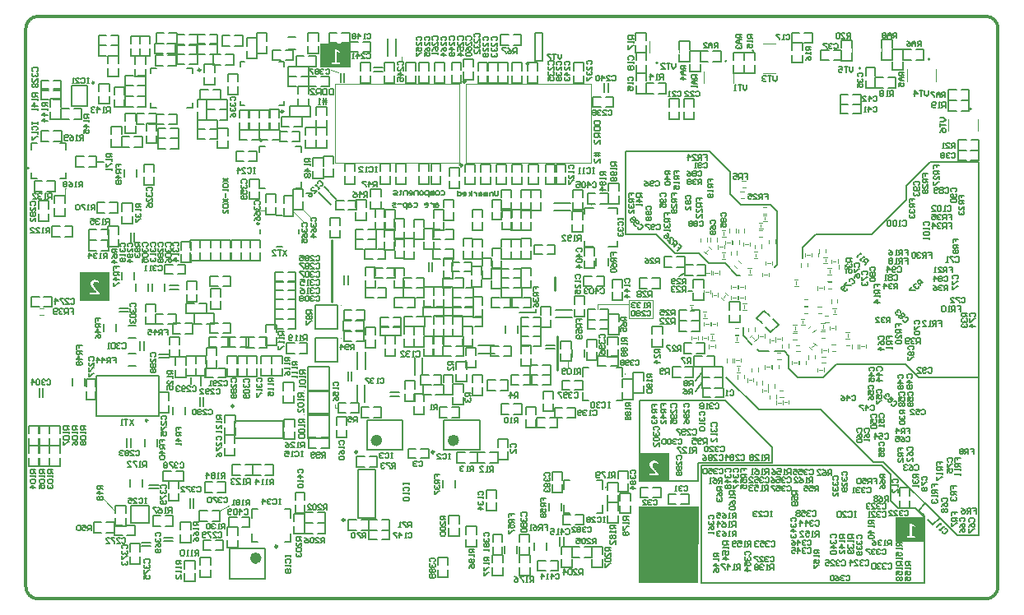
<source format=gbo>
G04 Layer_Color=32896*
%FSLAX44Y44*%
%MOMM*%
G71*
G01*
G75*
%ADD10C,0.2000*%
%ADD16C,0.1500*%
%ADD17C,0.3000*%
%ADD100C,0.2500*%
%ADD102C,0.3090*%
%ADD103C,0.6000*%
%ADD104C,0.1000*%
%ADD136C,0.2540*%
%ADD175C,0.1270*%
%ADD176C,0.0254*%
G36*
X691971Y95000D02*
X691861Y16250D01*
X630520D01*
X630520Y95000D01*
X691971Y95000D01*
D02*
G37*
D10*
X275954Y85610D02*
G03*
X275954Y85610I-354J0D01*
G01*
X581854Y405750D02*
G03*
X581854Y405750I-354J0D01*
G01*
X616604Y231250D02*
G03*
X616604Y231250I-354J0D01*
G01*
X596854Y115000D02*
G03*
X596854Y115000I-354J0D01*
G01*
X165500Y505750D02*
X172000D01*
Y510500D01*
X128000Y505750D02*
X134500D01*
X128000D02*
Y510500D01*
Y541500D02*
Y546250D01*
X134500D01*
X165500D02*
X172000D01*
Y541500D02*
Y546250D01*
X47500Y507250D02*
X63500D01*
X47500Y528250D02*
X63500D01*
X47500Y507250D02*
Y528250D01*
X63500Y507250D02*
Y528250D01*
X246500Y21000D02*
Y52000D01*
X209500Y21000D02*
Y52000D01*
X246500D01*
X209500Y21000D02*
X246500D01*
X170250Y221000D02*
Y228500D01*
X180000Y219250D02*
Y229000D01*
X220750Y508375D02*
Y512875D01*
Y508375D02*
X225250D01*
X220750Y548375D02*
Y552875D01*
X225250D01*
X260750D02*
X265250D01*
Y548375D02*
Y552875D01*
Y508375D02*
Y512875D01*
X260750Y508375D02*
X265250D01*
X429750Y153250D02*
Y184250D01*
X466750Y153250D02*
Y184250D01*
X429750Y153250D02*
X466750D01*
X429750Y184250D02*
X466750D01*
X350750Y153250D02*
Y184250D01*
X387750Y153250D02*
Y184250D01*
X350750Y153250D02*
X387750D01*
X350750Y184250D02*
X387750D01*
X215000Y183500D02*
X265000D01*
X215000Y165500D02*
X265000D01*
X215000D02*
Y183500D01*
X265000Y165500D02*
Y183500D01*
X341750Y83500D02*
Y133500D01*
X359750Y83500D02*
Y133500D01*
X341750Y83500D02*
X359750D01*
X341750Y133500D02*
X359750D01*
X290000Y165500D02*
Y190500D01*
X312500D01*
Y165500D02*
Y190500D01*
X290000Y165500D02*
X312500D01*
X290000Y214000D02*
Y239000D01*
X312500D01*
Y214000D02*
Y239000D01*
X290000Y214000D02*
X312500D01*
X290000Y189500D02*
Y214500D01*
X312500D01*
Y189500D02*
Y214500D01*
X290000Y189500D02*
X312500D01*
X5250Y469000D02*
X11500D01*
X5250Y462750D02*
Y469000D01*
X35000D02*
X41250D01*
Y462750D02*
Y469000D01*
Y433000D02*
Y439250D01*
X35000Y433000D02*
X41250D01*
X5250Y432750D02*
X11500D01*
X5250D02*
Y439000D01*
X320250Y278000D02*
Y303000D01*
X297750Y278000D02*
X320250D01*
X297750D02*
Y303000D01*
X320250D01*
Y244000D02*
Y269000D01*
X297750Y244000D02*
X320250D01*
X297750D02*
X297750Y269000D01*
X320250Y269000D01*
X283250Y459750D02*
Y466000D01*
X277000D02*
X283250D01*
Y423000D02*
Y429250D01*
X277000Y423000D02*
X283250D01*
X240250D02*
X246500D01*
X240250D02*
Y429250D01*
Y459750D02*
Y466000D01*
X246500D01*
X584501Y492660D02*
X590999D01*
Y489411D01*
X589916Y488328D01*
X585584D01*
X584501Y489411D01*
Y492660D01*
Y486162D02*
X590999D01*
Y482913D01*
X589916Y481830D01*
X585584D01*
X584501Y482913D01*
Y486162D01*
X590999Y479664D02*
X584501D01*
Y476415D01*
X585584Y475332D01*
X587750D01*
X588833Y476415D01*
Y479664D01*
Y477498D02*
X590999Y475332D01*
Y468834D02*
Y473166D01*
X586667Y468834D01*
X585584D01*
X584501Y469917D01*
Y472083D01*
X585584Y473166D01*
X590999Y459087D02*
X584501D01*
Y456921D02*
X590999D01*
X586667Y460170D02*
Y456921D01*
Y455838D01*
X588833Y460170D02*
Y455838D01*
X590999Y449340D02*
Y453672D01*
X586667Y449340D01*
X585584D01*
X584501Y450423D01*
Y452589D01*
X585584Y453672D01*
X316334Y525498D02*
Y519000D01*
X313085D01*
X312002Y520083D01*
Y524415D01*
X313085Y525498D01*
X316334D01*
X309836D02*
Y519000D01*
X306587D01*
X305504Y520083D01*
Y524415D01*
X306587Y525498D01*
X309836D01*
X303338Y519000D02*
Y525498D01*
X300089D01*
X299006Y524415D01*
Y522249D01*
X300089Y521166D01*
X303338D01*
X301172D02*
X299006Y519000D01*
X292508D02*
X296840D01*
X292508Y523332D01*
Y524415D01*
X293591Y525498D01*
X295757D01*
X296840Y524415D01*
X308417Y509250D02*
Y515748D01*
X306251D02*
Y509250D01*
X309500Y513582D02*
X306251D01*
X305168D01*
X309500Y511416D02*
X305168D01*
X303002Y509250D02*
X300836D01*
X301919D01*
Y515748D01*
X303002Y514665D01*
D16*
X508104Y294750D02*
G03*
X507500Y294500I0J-854D01*
G01*
X720750Y553750D02*
G03*
X720750Y553750I-750J0D01*
G01*
X748823Y564250D02*
G03*
X748823Y564250I-750J0D01*
G01*
X649875Y551875D02*
G03*
X649875Y551875I-750J0D01*
G01*
X972375Y504625D02*
G03*
X972375Y504625I-750J0D01*
G01*
X858625Y546375D02*
G03*
X858625Y546375I-750J0D01*
G01*
X929500Y555750D02*
G03*
X929500Y555750I-750J0D01*
G01*
X752000Y257250D02*
X754250Y255000D01*
X738000Y271000D02*
Y279750D01*
Y271000D02*
X746750Y262250D01*
X754250Y255000D02*
X764250D01*
X770250Y255000D02*
X780000D01*
X731500Y333000D02*
X734250D01*
X719000Y345500D02*
X731500Y333000D01*
X702250Y345500D02*
X719000D01*
X692000Y355750D02*
X702250Y345500D01*
X667750Y355750D02*
X692000D01*
X648000Y375500D02*
X667750Y355750D01*
X628000Y375500D02*
X648000D01*
X880250Y137250D02*
X889250Y128250D01*
Y101500D02*
Y128250D01*
Y101500D02*
X897500Y93250D01*
X915250D01*
X924250Y84250D01*
X871750Y141250D02*
X882250D01*
X957750Y65750D01*
X980250D01*
X232600Y58610D02*
Y67610D01*
Y58610D02*
X238600D01*
X232600Y92610D02*
X238600D01*
X232600Y83610D02*
Y92610D01*
X272600Y83610D02*
Y92610D01*
X266600D02*
X272600D01*
X266600Y58610D02*
X272600D01*
Y67610D01*
X599500Y362750D02*
X608500D01*
Y368750D01*
X574500D02*
X574500Y362750D01*
X583500D01*
X574500Y402750D02*
X583500D01*
X574500Y396750D02*
Y402750D01*
X608500Y396750D02*
Y402750D01*
X599500D02*
X608500D01*
X573250Y204250D02*
Y213250D01*
Y204250D02*
X579250Y204250D01*
X573250Y238250D02*
X579250Y238250D01*
X573250Y229250D02*
Y238250D01*
X613250Y229250D02*
Y238250D01*
X607250D02*
X613250D01*
X607250Y204250D02*
X613250Y204250D01*
Y213250D01*
X553500Y88000D02*
Y97000D01*
Y88000D02*
X559500D01*
X553500Y122000D02*
X559500D01*
X553500Y113000D02*
Y122000D01*
X593500Y113000D02*
Y122000D01*
X587500D02*
X593500D01*
X587500Y88000D02*
X593500D01*
Y97000D01*
X780000Y255000D02*
X784500Y250500D01*
Y237000D02*
Y250500D01*
Y237000D02*
X793750Y227750D01*
X689000Y213500D02*
X695500Y222750D01*
X689000Y224750D02*
X694750Y232750D01*
X980250Y280750D02*
Y450000D01*
X930000D02*
X980250D01*
X508104Y294750D02*
X525000D01*
Y298250D01*
X694500Y137250D02*
X880250D01*
X694500Y16500D02*
X924250D01*
Y79750D01*
X694500Y16500D02*
Y137250D01*
X719750Y204000D02*
X767750Y156000D01*
Y140250D02*
Y156000D01*
X691250Y140250D02*
X767750D01*
X691250Y121500D02*
Y140250D01*
X631000Y121500D02*
X691250D01*
X631000D02*
Y204000D01*
X719750D01*
X108375Y78125D02*
X126375Y78125D01*
X108375Y78125D02*
Y96125D01*
X126375Y96125D01*
Y78125D02*
Y96125D01*
X905500Y425500D02*
X930000Y450000D01*
X820250Y227750D02*
X833750Y241250D01*
X793750Y227750D02*
X820250D01*
X681500Y317250D02*
X685500D01*
X672250Y332000D02*
X678000Y335250D01*
X724750Y416750D02*
Y439500D01*
Y416750D02*
X735250Y406250D01*
X766250D01*
X773000Y399500D01*
Y344250D02*
Y399500D01*
X770500Y341750D02*
X773000Y344250D01*
X703000Y461250D02*
X724750Y439500D01*
X616750Y461250D02*
X703000D01*
X616750Y375500D02*
Y461250D01*
Y375500D02*
X628000D01*
X980250Y65750D02*
Y245750D01*
X818000Y195000D02*
X871750Y141250D01*
X753750Y195000D02*
X818000D01*
X720250Y228500D02*
X753750Y195000D01*
X905500Y411000D02*
Y425500D01*
X870000Y375500D02*
X905500Y411000D01*
X812750Y375500D02*
X870000D01*
X73500Y450000D02*
X79750D01*
X257750Y394500D02*
X263750D01*
X240750Y376500D02*
Y380500D01*
X257750Y362500D02*
X263750D01*
X280750Y376500D02*
Y380500D01*
X799250Y362000D02*
X812750Y375500D01*
X799250Y350750D02*
Y362000D01*
X924250Y79750D02*
Y84250D01*
X980250Y241250D02*
Y280750D01*
X833750Y241250D02*
X904750D01*
X918250Y227750D01*
X980250D01*
X901000Y58210D02*
X895502D01*
Y55461D01*
X896418Y54545D01*
X898251D01*
X899167Y55461D01*
Y58210D01*
Y56377D02*
X901000Y54545D01*
Y52712D02*
Y50879D01*
Y51795D01*
X895502D01*
X896418Y52712D01*
X895502Y44465D02*
Y48130D01*
X898251D01*
X897335Y46297D01*
Y45381D01*
X898251Y44465D01*
X900084D01*
X901000Y45381D01*
Y47214D01*
X900084Y48130D01*
X901000Y42632D02*
Y40799D01*
Y41715D01*
X895502D01*
X896418Y42632D01*
X461500Y51250D02*
X456002D01*
Y48501D01*
X456918Y47585D01*
X458751D01*
X459667Y48501D01*
Y51250D01*
Y49417D02*
X461500Y47585D01*
Y45752D02*
Y43919D01*
Y44835D01*
X456002D01*
X456918Y45752D01*
X460584Y41170D02*
X461500Y40254D01*
Y38421D01*
X460584Y37504D01*
X456918D01*
X456002Y38421D01*
Y40254D01*
X456918Y41170D01*
X457835D01*
X458751Y40254D01*
Y37504D01*
X456002Y32006D02*
X456918Y33839D01*
X458751Y35672D01*
X460584D01*
X461500Y34755D01*
Y32923D01*
X460584Y32006D01*
X459667D01*
X458751Y32923D01*
Y35672D01*
X230000Y96500D02*
Y101998D01*
X227251D01*
X226334Y101082D01*
Y99249D01*
X227251Y98333D01*
X230000D01*
X228167D02*
X226334Y96500D01*
X224502D02*
X222669D01*
X223585D01*
Y101998D01*
X224502Y101082D01*
X219920D02*
X219004Y101998D01*
X217171D01*
X216255Y101082D01*
Y100166D01*
X217171Y99249D01*
X216255Y98333D01*
Y97416D01*
X217171Y96500D01*
X219004D01*
X219920Y97416D01*
Y98333D01*
X219004Y99249D01*
X219920Y100166D01*
Y101082D01*
X219004Y99249D02*
X217171D01*
X214422Y96500D02*
X212589D01*
X213505D01*
Y101998D01*
X214422Y101082D01*
X506000Y181500D02*
Y186998D01*
X503251D01*
X502335Y186082D01*
Y184249D01*
X503251Y183333D01*
X506000D01*
X504167D02*
X502335Y181500D01*
X500502D02*
X498669D01*
X499585D01*
Y186998D01*
X500502Y186082D01*
X495920D02*
X495004Y186998D01*
X493171D01*
X492254Y186082D01*
Y182416D01*
X493171Y181500D01*
X495004D01*
X495920Y182416D01*
Y186082D01*
X661500Y231750D02*
Y237248D01*
X658751D01*
X657834Y236332D01*
Y234499D01*
X658751Y233583D01*
X661500D01*
X659667D02*
X657834Y231750D01*
X656002Y232666D02*
X655085Y231750D01*
X653253D01*
X652336Y232666D01*
Y236332D01*
X653253Y237248D01*
X655085D01*
X656002Y236332D01*
Y235415D01*
X655085Y234499D01*
X652336D01*
X686000Y219500D02*
Y224998D01*
X683251D01*
X682335Y224082D01*
Y222249D01*
X683251Y221333D01*
X686000D01*
X684167D02*
X682335Y219500D01*
X680502Y224082D02*
X679585Y224998D01*
X677753D01*
X676836Y224082D01*
Y223165D01*
X677753Y222249D01*
X676836Y221333D01*
Y220416D01*
X677753Y219500D01*
X679585D01*
X680502Y220416D01*
Y221333D01*
X679585Y222249D01*
X680502Y223165D01*
Y224082D01*
X679585Y222249D02*
X677753D01*
X683750Y242750D02*
Y248248D01*
X681001D01*
X680085Y247332D01*
Y245499D01*
X681001Y244583D01*
X683750D01*
X681917D02*
X680085Y242750D01*
X678252Y248248D02*
X674586D01*
Y247332D01*
X678252Y243666D01*
Y242750D01*
X685750Y210750D02*
Y216248D01*
X683001D01*
X682085Y215332D01*
Y213499D01*
X683001Y212583D01*
X685750D01*
X683917D02*
X682085Y210750D01*
X676586Y216248D02*
X678419Y215332D01*
X680252Y213499D01*
Y211666D01*
X679335Y210750D01*
X677503D01*
X676586Y211666D01*
Y212583D01*
X677503Y213499D01*
X680252D01*
X340750Y182000D02*
Y187498D01*
X338001D01*
X337085Y186582D01*
Y184749D01*
X338001Y183833D01*
X340750D01*
X338917D02*
X337085Y182000D01*
X331586Y187498D02*
X335252D01*
Y184749D01*
X333419Y185665D01*
X332503D01*
X331586Y184749D01*
Y182916D01*
X332503Y182000D01*
X334335D01*
X335252Y182916D01*
X506250Y207000D02*
Y212498D01*
X503501D01*
X502584Y211582D01*
Y209749D01*
X503501Y208833D01*
X506250D01*
X504417D02*
X502584Y207000D01*
X498003D02*
Y212498D01*
X500752Y209749D01*
X497086D01*
X24250Y377000D02*
Y382498D01*
X21501D01*
X20584Y381582D01*
Y379749D01*
X21501Y378833D01*
X24250D01*
X22417D02*
X20584Y377000D01*
X18752D02*
X16919D01*
X17835D01*
Y382498D01*
X18752Y381582D01*
X10504Y377000D02*
X14170D01*
X10504Y380666D01*
Y381582D01*
X11421Y382498D01*
X13254D01*
X14170Y381582D01*
X5006Y377000D02*
X8672D01*
X5006Y380666D01*
Y381582D01*
X5923Y382498D01*
X7755D01*
X8672Y381582D01*
X570750Y231750D02*
Y237248D01*
X568001D01*
X567085Y236332D01*
Y234499D01*
X568001Y233583D01*
X570750D01*
X568917D02*
X567085Y231750D01*
X565252D02*
X563419D01*
X564335D01*
Y237248D01*
X565252Y236332D01*
X560670D02*
X559753Y237248D01*
X557921D01*
X557004Y236332D01*
Y232666D01*
X557921Y231750D01*
X559753D01*
X560670Y232666D01*
Y236332D01*
X555172Y232666D02*
X554255Y231750D01*
X552423D01*
X551506Y232666D01*
Y236332D01*
X552423Y237248D01*
X554255D01*
X555172Y236332D01*
Y235415D01*
X554255Y234499D01*
X551506D01*
X617750Y290000D02*
X612252D01*
Y287251D01*
X613168Y286334D01*
X615001D01*
X615917Y287251D01*
Y290000D01*
Y288167D02*
X617750Y286334D01*
X612252Y280836D02*
X613168Y282669D01*
X615001Y284502D01*
X616834D01*
X617750Y283585D01*
Y281753D01*
X616834Y280836D01*
X615917D01*
X615001Y281753D01*
Y284502D01*
X612252Y275338D02*
Y279004D01*
X615001D01*
X614085Y277171D01*
Y276255D01*
X615001Y275338D01*
X616834D01*
X617750Y276255D01*
Y278087D01*
X616834Y279004D01*
X160000Y39250D02*
X154502D01*
Y36501D01*
X155418Y35584D01*
X157251D01*
X158167Y36501D01*
Y39250D01*
Y37417D02*
X160000Y35584D01*
Y33752D02*
Y31919D01*
Y32835D01*
X154502D01*
X155418Y33752D01*
X160000Y29170D02*
Y27337D01*
Y28254D01*
X154502D01*
X155418Y29170D01*
X160000Y20923D02*
Y24588D01*
X156334Y20923D01*
X155418D01*
X154502Y21839D01*
Y23672D01*
X155418Y24588D01*
X279500Y244500D02*
X274002D01*
Y241751D01*
X274918Y240835D01*
X276751D01*
X277667Y241751D01*
Y244500D01*
Y242667D02*
X279500Y240835D01*
Y239002D02*
Y237169D01*
Y238085D01*
X274002D01*
X274918Y239002D01*
X279500Y234420D02*
Y232587D01*
Y233503D01*
X274002D01*
X274918Y234420D01*
X279500Y229838D02*
Y228005D01*
Y228922D01*
X274002D01*
X274918Y229838D01*
X177500Y44750D02*
Y50248D01*
X174751D01*
X173834Y49332D01*
Y47499D01*
X174751Y46583D01*
X177500D01*
X175667D02*
X173834Y44750D01*
X172002D02*
X170169D01*
X171085D01*
Y50248D01*
X172002Y49332D01*
X167420Y44750D02*
X165587D01*
X166504D01*
Y50248D01*
X167420Y49332D01*
X162838D02*
X161922Y50248D01*
X160089D01*
X159173Y49332D01*
Y45666D01*
X160089Y44750D01*
X161922D01*
X162838Y45666D01*
Y49332D01*
X300418Y427898D02*
X300418Y429194D01*
X301714Y430490D01*
X303010Y430490D01*
X305602Y427898D01*
Y426602D01*
X304306Y425306D01*
X303010D01*
X302362Y423362D02*
X301066Y422066D01*
X301714Y422714D01*
X297826Y426602D01*
X299122Y426602D01*
X296530Y417530D02*
X299122Y420122D01*
X293939D01*
X293291Y420770D01*
X293291Y422066D01*
X294587Y423362D01*
X295882Y423362D01*
X288755Y417530D02*
X290699Y418178D01*
X293291Y418178D01*
X294587Y416883D01*
Y415587D01*
X293291Y414291D01*
X291995D01*
X291347Y414939D01*
X291347Y416235D01*
X293291Y418178D01*
X383668Y549585D02*
X382752Y550501D01*
Y552334D01*
X383668Y553250D01*
X387334D01*
X388250Y552334D01*
Y550501D01*
X387334Y549585D01*
X388250Y544086D02*
Y547752D01*
X384585Y544086D01*
X383668D01*
X382752Y545003D01*
Y546835D01*
X383668Y547752D01*
X388250Y539505D02*
X382752D01*
X385501Y542254D01*
Y538588D01*
X382752Y533090D02*
Y536755D01*
X385501D01*
X384585Y534923D01*
Y534006D01*
X385501Y533090D01*
X387334D01*
X388250Y534006D01*
Y535839D01*
X387334Y536755D01*
X177750Y79000D02*
X172252D01*
Y76251D01*
X173168Y75335D01*
X175001D01*
X175917Y76251D01*
Y79000D01*
Y77167D02*
X177750Y75335D01*
Y73502D02*
Y71669D01*
Y72585D01*
X172252D01*
X173168Y73502D01*
X172252Y65255D02*
X173168Y67087D01*
X175001Y68920D01*
X176834D01*
X177750Y68004D01*
Y66171D01*
X176834Y65255D01*
X175917D01*
X175001Y66171D01*
Y68920D01*
X172252Y59756D02*
X173168Y61589D01*
X175001Y63422D01*
X176834D01*
X177750Y62505D01*
Y60673D01*
X176834Y59756D01*
X175917D01*
X175001Y60673D01*
Y63422D01*
X98834Y62082D02*
X99751Y62998D01*
X101584D01*
X102500Y62082D01*
Y58416D01*
X101584Y57500D01*
X99751D01*
X98834Y58416D01*
X93336Y57500D02*
X97002D01*
X93336Y61165D01*
Y62082D01*
X94253Y62998D01*
X96085D01*
X97002Y62082D01*
X91504Y62998D02*
X87838D01*
Y62082D01*
X91504Y58416D01*
Y57500D01*
X82340D02*
X86005D01*
X82340Y61165D01*
Y62082D01*
X83256Y62998D01*
X85089D01*
X86005Y62082D01*
X99918Y51585D02*
X99002Y52501D01*
Y54334D01*
X99918Y55250D01*
X103584D01*
X104500Y54334D01*
Y52501D01*
X103584Y51585D01*
X99918Y49752D02*
X99002Y48835D01*
Y47003D01*
X99918Y46086D01*
X100835D01*
X101751Y47003D01*
Y47919D01*
Y47003D01*
X102667Y46086D01*
X103584D01*
X104500Y47003D01*
Y48835D01*
X103584Y49752D01*
X99002Y44254D02*
Y40588D01*
X99918D01*
X103584Y44254D01*
X104500D01*
X99918Y38755D02*
X99002Y37839D01*
Y36006D01*
X99918Y35090D01*
X100835D01*
X101751Y36006D01*
Y36923D01*
Y36006D01*
X102667Y35090D01*
X103584D01*
X104500Y36006D01*
Y37839D01*
X103584Y38755D01*
X176084Y114582D02*
X177001Y115498D01*
X178834D01*
X179750Y114582D01*
Y110916D01*
X178834Y110000D01*
X177001D01*
X176084Y110916D01*
X174252Y114582D02*
X173335Y115498D01*
X171503D01*
X170586Y114582D01*
Y113666D01*
X171503Y112749D01*
X172419D01*
X171503D01*
X170586Y111833D01*
Y110916D01*
X171503Y110000D01*
X173335D01*
X174252Y110916D01*
X168754Y115498D02*
X165088D01*
Y114582D01*
X168754Y110916D01*
Y110000D01*
X159590D02*
X163255D01*
X159590Y113666D01*
Y114582D01*
X160506Y115498D01*
X162339D01*
X163255Y114582D01*
X205000Y72000D02*
Y77498D01*
X202251D01*
X201334Y76582D01*
Y74749D01*
X202251Y73833D01*
X205000D01*
X203167D02*
X201334Y72000D01*
X199502D02*
X197669D01*
X198585D01*
Y77498D01*
X199502Y76582D01*
X194920D02*
X194004Y77498D01*
X192171D01*
X191255Y76582D01*
Y75665D01*
X192171Y74749D01*
X193087D01*
X192171D01*
X191255Y73833D01*
Y72916D01*
X192171Y72000D01*
X194004D01*
X194920Y72916D01*
X189422Y76582D02*
X188505Y77498D01*
X186673D01*
X185756Y76582D01*
Y72916D01*
X186673Y72000D01*
X188505D01*
X189422Y72916D01*
Y76582D01*
X401334Y254082D02*
X402251Y254998D01*
X404084D01*
X405000Y254082D01*
Y250416D01*
X404084Y249500D01*
X402251D01*
X401334Y250416D01*
X399502Y249500D02*
X397669D01*
X398585D01*
Y254998D01*
X399502Y254082D01*
X394920D02*
X394004Y254998D01*
X392171D01*
X391255Y254082D01*
Y253165D01*
X392171Y252249D01*
X393087D01*
X392171D01*
X391255Y251333D01*
Y250416D01*
X392171Y249500D01*
X394004D01*
X394920Y250416D01*
X385756Y249500D02*
X389422D01*
X385756Y253165D01*
Y254082D01*
X386673Y254998D01*
X388505D01*
X389422Y254082D01*
X551000Y560998D02*
Y557333D01*
X549167Y555500D01*
X547335Y557333D01*
Y560998D01*
X545502D02*
X541836D01*
X543669D01*
Y555500D01*
X540004Y560998D02*
X536338D01*
Y560082D01*
X540004Y556416D01*
Y555500D01*
X505000Y561750D02*
Y567248D01*
X502251D01*
X501334Y566332D01*
Y564499D01*
X502251Y563583D01*
X505000D01*
X503167D02*
X501334Y561750D01*
X495836Y567248D02*
X497669Y566332D01*
X499502Y564499D01*
Y562666D01*
X498585Y561750D01*
X496753D01*
X495836Y562666D01*
Y563583D01*
X496753Y564499D01*
X499502D01*
X494004Y567248D02*
X490338D01*
Y566332D01*
X494004Y562666D01*
Y561750D01*
X642500Y300000D02*
Y305498D01*
X639751D01*
X638834Y304582D01*
Y302749D01*
X639751Y301833D01*
X642500D01*
X640667D02*
X638834Y300000D01*
X637002D02*
X635169D01*
X636085D01*
Y305498D01*
X637002Y304582D01*
X632420D02*
X631504Y305498D01*
X629671D01*
X628755Y304582D01*
Y303666D01*
X629671Y302749D01*
X630587D01*
X629671D01*
X628755Y301833D01*
Y300916D01*
X629671Y300000D01*
X631504D01*
X632420Y300916D01*
X626922Y304582D02*
X626005Y305498D01*
X624173D01*
X623256Y304582D01*
Y303666D01*
X624173Y302749D01*
X625089D01*
X624173D01*
X623256Y301833D01*
Y300916D01*
X624173Y300000D01*
X626005D01*
X626922Y300916D01*
X901250Y38250D02*
X895752D01*
Y35501D01*
X896668Y34585D01*
X898501D01*
X899417Y35501D01*
Y38250D01*
Y36417D02*
X901250Y34585D01*
Y32752D02*
Y30919D01*
Y31835D01*
X895752D01*
X896668Y32752D01*
X895752Y24504D02*
Y28170D01*
X898501D01*
X897585Y26337D01*
Y25421D01*
X898501Y24504D01*
X900334D01*
X901250Y25421D01*
Y27254D01*
X900334Y28170D01*
X896668Y22672D02*
X895752Y21755D01*
Y19923D01*
X896668Y19006D01*
X897585D01*
X898501Y19923D01*
X899417Y19006D01*
X900334D01*
X901250Y19923D01*
Y21755D01*
X900334Y22672D01*
X899417D01*
X898501Y21755D01*
X897585Y22672D01*
X896668D01*
X898501Y21755D02*
Y19923D01*
X466168Y107085D02*
X465252Y108001D01*
Y109834D01*
X466168Y110750D01*
X469834D01*
X470750Y109834D01*
Y108001D01*
X469834Y107085D01*
X470750Y105252D02*
Y103419D01*
Y104335D01*
X465252D01*
X466168Y105252D01*
Y100670D02*
X465252Y99754D01*
Y97921D01*
X466168Y97004D01*
X467085D01*
X468001Y97921D01*
Y98837D01*
Y97921D01*
X468917Y97004D01*
X469834D01*
X470750Y97921D01*
Y99754D01*
X469834Y100670D01*
X470750Y92423D02*
X465252D01*
X468001Y95172D01*
Y91506D01*
X583335Y193582D02*
X584251Y194498D01*
X586084D01*
X587000Y193582D01*
Y189916D01*
X586084Y189000D01*
X584251D01*
X583335Y189916D01*
X581502Y189000D02*
X579669D01*
X580585D01*
Y194498D01*
X581502Y193582D01*
X576920D02*
X576003Y194498D01*
X574171D01*
X573255Y193582D01*
Y192666D01*
X574171Y191749D01*
X575087D01*
X574171D01*
X573255Y190833D01*
Y189916D01*
X574171Y189000D01*
X576003D01*
X576920Y189916D01*
X571422D02*
X570505Y189000D01*
X568673D01*
X567756Y189916D01*
Y193582D01*
X568673Y194498D01*
X570505D01*
X571422Y193582D01*
Y192666D01*
X570505Y191749D01*
X567756D01*
X559168Y442835D02*
X558252Y443751D01*
Y445584D01*
X559168Y446500D01*
X562834D01*
X563750Y445584D01*
Y443751D01*
X562834Y442835D01*
X563750Y441002D02*
Y439169D01*
Y440085D01*
X558252D01*
X559168Y441002D01*
X563750Y432755D02*
Y436420D01*
X560084Y432755D01*
X559168D01*
X558252Y433671D01*
Y435504D01*
X559168Y436420D01*
X558252Y430922D02*
Y427256D01*
X559168D01*
X562834Y430922D01*
X563750D01*
X364585Y226582D02*
X365501Y227498D01*
X367334D01*
X368250Y226582D01*
Y222916D01*
X367334Y222000D01*
X365501D01*
X364585Y222916D01*
X362752Y222000D02*
X360919D01*
X361835D01*
Y227498D01*
X362752Y226582D01*
X358170D02*
X357253Y227498D01*
X355421D01*
X354504Y226582D01*
Y225665D01*
X355421Y224749D01*
X356337D01*
X355421D01*
X354504Y223833D01*
Y222916D01*
X355421Y222000D01*
X357253D01*
X358170Y222916D01*
X352672Y227498D02*
X349006D01*
Y226582D01*
X352672Y222916D01*
Y222000D01*
X566168Y330084D02*
X565252Y331001D01*
Y332834D01*
X566168Y333750D01*
X569834D01*
X570750Y332834D01*
Y331001D01*
X569834Y330084D01*
X570750Y328252D02*
Y326419D01*
Y327335D01*
X565252D01*
X566168Y328252D01*
X570750Y320005D02*
Y323670D01*
X567085Y320005D01*
X566168D01*
X565252Y320921D01*
Y322754D01*
X566168Y323670D01*
X565252Y314506D02*
Y318172D01*
X568001D01*
X567085Y316339D01*
Y315423D01*
X568001Y314506D01*
X569834D01*
X570750Y315423D01*
Y317255D01*
X569834Y318172D01*
X308335Y544832D02*
X309251Y545748D01*
X311084D01*
X312000Y544832D01*
Y541166D01*
X311084Y540250D01*
X309251D01*
X308335Y541166D01*
X306502Y544832D02*
X305585Y545748D01*
X303753D01*
X302836Y544832D01*
Y543915D01*
X303753Y542999D01*
X304669D01*
X303753D01*
X302836Y542083D01*
Y541166D01*
X303753Y540250D01*
X305585D01*
X306502Y541166D01*
X301004Y544832D02*
X300087Y545748D01*
X298255D01*
X297338Y544832D01*
Y543915D01*
X298255Y542999D01*
X297338Y542083D01*
Y541166D01*
X298255Y540250D01*
X300087D01*
X301004Y541166D01*
Y542083D01*
X300087Y542999D01*
X301004Y543915D01*
Y544832D01*
X300087Y542999D02*
X298255D01*
X295505Y545748D02*
X291840D01*
Y544832D01*
X295505Y541166D01*
Y540250D01*
X533084Y76498D02*
X536750D01*
Y73749D01*
X534917D01*
X536750D01*
Y71000D01*
X531252D02*
Y76498D01*
X528503D01*
X527586Y75582D01*
Y73749D01*
X528503Y72833D01*
X531252D01*
X529419D02*
X527586Y71000D01*
X522088Y76498D02*
X523921Y75582D01*
X525754Y73749D01*
Y71916D01*
X524837Y71000D01*
X523004D01*
X522088Y71916D01*
Y72833D01*
X523004Y73749D01*
X525754D01*
X520255Y71000D02*
X518423D01*
X519339D01*
Y76498D01*
X520255Y75582D01*
X224585Y91582D02*
X225501Y92498D01*
X227334D01*
X228250Y91582D01*
Y87916D01*
X227334Y87000D01*
X225501D01*
X224585Y87916D01*
X220003Y87000D02*
Y92498D01*
X222752Y89749D01*
X219086D01*
X217254Y91582D02*
X216337Y92498D01*
X214505D01*
X213588Y91582D01*
Y87916D01*
X214505Y87000D01*
X216337D01*
X217254Y87916D01*
Y91582D01*
X211755Y87916D02*
X210839Y87000D01*
X209006D01*
X208090Y87916D01*
Y91582D01*
X209006Y92498D01*
X210839D01*
X211755Y91582D01*
Y90666D01*
X210839Y89749D01*
X208090D01*
X267252Y45250D02*
Y43417D01*
Y44334D01*
X272750D01*
Y45250D01*
Y43417D01*
X268168Y37003D02*
X267252Y37919D01*
Y39752D01*
X268168Y40668D01*
X271834D01*
X272750Y39752D01*
Y37919D01*
X271834Y37003D01*
X272750Y35170D02*
Y33337D01*
Y34254D01*
X267252D01*
X268168Y35170D01*
Y30588D02*
X267252Y29672D01*
Y27839D01*
X268168Y26923D01*
X269084D01*
X270001Y27839D01*
X270917Y26923D01*
X271834D01*
X272750Y27839D01*
Y29672D01*
X271834Y30588D01*
X270917D01*
X270001Y29672D01*
X269084Y30588D01*
X268168D01*
X270001Y29672D02*
Y27839D01*
X197834Y67832D02*
X198751Y68748D01*
X200584D01*
X201500Y67832D01*
Y64166D01*
X200584Y63250D01*
X198751D01*
X197834Y64166D01*
X192336Y63250D02*
X196002D01*
X192336Y66915D01*
Y67832D01*
X193253Y68748D01*
X195085D01*
X196002Y67832D01*
X190504Y68748D02*
X186838D01*
Y67832D01*
X190504Y64166D01*
Y63250D01*
X185005Y64166D02*
X184089Y63250D01*
X182256D01*
X181340Y64166D01*
Y67832D01*
X182256Y68748D01*
X184089D01*
X185005Y67832D01*
Y66915D01*
X184089Y65999D01*
X181340D01*
X150000Y88750D02*
Y94248D01*
X147251D01*
X146334Y93332D01*
Y91499D01*
X147251Y90583D01*
X150000D01*
X148167D02*
X146334Y88750D01*
X144502D02*
X142669D01*
X143585D01*
Y94248D01*
X144502Y93332D01*
X136255Y94248D02*
X138087Y93332D01*
X139920Y91499D01*
Y89666D01*
X139004Y88750D01*
X137171D01*
X136255Y89666D01*
Y90583D01*
X137171Y91499D01*
X139920D01*
X134422Y94248D02*
X130756D01*
Y93332D01*
X134422Y89666D01*
Y88750D01*
X268250Y359248D02*
X264585Y353750D01*
Y359248D02*
X268250Y353750D01*
X262752Y359248D02*
X259086D01*
X260919D01*
Y353750D01*
X253588D02*
X257254D01*
X253588Y357416D01*
Y358332D01*
X254505Y359248D01*
X256337D01*
X257254Y358332D01*
X292500Y453500D02*
X287002D01*
Y450751D01*
X287918Y449835D01*
X289751D01*
X290667Y450751D01*
Y453500D01*
Y451667D02*
X292500Y449835D01*
Y448002D02*
Y446169D01*
Y447085D01*
X287002D01*
X287918Y448002D01*
X292500Y440671D02*
X287002D01*
X289751Y443420D01*
Y439754D01*
X287918Y437922D02*
X287002Y437005D01*
Y435173D01*
X287918Y434256D01*
X288834D01*
X289751Y435173D01*
X290667Y434256D01*
X291584D01*
X292500Y435173D01*
Y437005D01*
X291584Y437922D01*
X290667D01*
X289751Y437005D01*
X288834Y437922D01*
X287918D01*
X289751Y437005D02*
Y435173D01*
X124500Y103998D02*
X122667D01*
X123584D01*
Y98500D01*
X124500D01*
X122667D01*
X116253Y103082D02*
X117169Y103998D01*
X119002D01*
X119918Y103082D01*
Y99416D01*
X119002Y98500D01*
X117169D01*
X116253Y99416D01*
X110754Y98500D02*
X114420D01*
X110754Y102165D01*
Y103082D01*
X111671Y103998D01*
X113504D01*
X114420Y103082D01*
X105256Y103998D02*
X108922D01*
Y101249D01*
X107089Y102165D01*
X106173D01*
X105256Y101249D01*
Y99416D01*
X106173Y98500D01*
X108005D01*
X108922Y99416D01*
X122668Y37085D02*
X121752Y38001D01*
Y39834D01*
X122668Y40750D01*
X126334D01*
X127250Y39834D01*
Y38001D01*
X126334Y37085D01*
X122668Y35252D02*
X121752Y34335D01*
Y32503D01*
X122668Y31586D01*
X123584D01*
X124501Y32503D01*
Y33419D01*
Y32503D01*
X125417Y31586D01*
X126334D01*
X127250Y32503D01*
Y34335D01*
X126334Y35252D01*
X121752Y29754D02*
Y26088D01*
X122668D01*
X126334Y29754D01*
X127250D01*
X121752Y20590D02*
Y24255D01*
X124501D01*
X123584Y22423D01*
Y21506D01*
X124501Y20590D01*
X126334D01*
X127250Y21506D01*
Y23339D01*
X126334Y24255D01*
X236168Y406085D02*
X235252Y407001D01*
Y408834D01*
X236168Y409750D01*
X239834D01*
X240750Y408834D01*
Y407001D01*
X239834Y406085D01*
X236168Y404252D02*
X235252Y403335D01*
Y401503D01*
X236168Y400586D01*
X237085D01*
X238001Y401503D01*
Y402419D01*
Y401503D01*
X238917Y400586D01*
X239834D01*
X240750Y401503D01*
Y403335D01*
X239834Y404252D01*
X235252Y395088D02*
X236168Y396921D01*
X238001Y398754D01*
X239834D01*
X240750Y397837D01*
Y396004D01*
X239834Y395088D01*
X238917D01*
X238001Y396004D01*
Y398754D01*
X235252Y389590D02*
X236168Y391423D01*
X238001Y393255D01*
X239834D01*
X240750Y392339D01*
Y390506D01*
X239834Y389590D01*
X238917D01*
X238001Y390506D01*
Y393255D01*
X284918Y383335D02*
X284002Y384251D01*
Y386084D01*
X284918Y387000D01*
X288584D01*
X289500Y386084D01*
Y384251D01*
X288584Y383335D01*
X284918Y381502D02*
X284002Y380585D01*
Y378753D01*
X284918Y377836D01*
X285835D01*
X286751Y378753D01*
Y379669D01*
Y378753D01*
X287667Y377836D01*
X288584D01*
X289500Y378753D01*
Y380585D01*
X288584Y381502D01*
X284002Y372338D02*
X284918Y374171D01*
X286751Y376004D01*
X288584D01*
X289500Y375087D01*
Y373255D01*
X288584Y372338D01*
X287667D01*
X286751Y373255D01*
Y376004D01*
X284002Y366840D02*
Y370505D01*
X286751D01*
X285835Y368673D01*
Y367756D01*
X286751Y366840D01*
X288584D01*
X289500Y367756D01*
Y369589D01*
X288584Y370505D01*
X294418Y388834D02*
X293502Y389751D01*
Y391584D01*
X294418Y392500D01*
X298084D01*
X299000Y391584D01*
Y389751D01*
X298084Y388834D01*
X294418Y387002D02*
X293502Y386085D01*
Y384253D01*
X294418Y383336D01*
X295334D01*
X296251Y384253D01*
Y385169D01*
Y384253D01*
X297167Y383336D01*
X298084D01*
X299000Y384253D01*
Y386085D01*
X298084Y387002D01*
X293502Y377838D02*
X294418Y379671D01*
X296251Y381504D01*
X298084D01*
X299000Y380587D01*
Y378755D01*
X298084Y377838D01*
X297167D01*
X296251Y378755D01*
Y381504D01*
X299000Y373256D02*
X293502D01*
X296251Y376005D01*
Y372340D01*
X61750Y177750D02*
X56252D01*
Y175001D01*
X57168Y174084D01*
X59001D01*
X59917Y175001D01*
Y177750D01*
Y175917D02*
X61750Y174084D01*
Y172252D02*
Y170419D01*
Y171335D01*
X56252D01*
X57168Y172252D01*
Y167670D02*
X56252Y166754D01*
Y164921D01*
X57168Y164004D01*
X60834D01*
X61750Y164921D01*
Y166754D01*
X60834Y167670D01*
X57168D01*
Y162172D02*
X56252Y161255D01*
Y159423D01*
X57168Y158506D01*
X58085D01*
X59001Y159423D01*
X59917Y158506D01*
X60834D01*
X61750Y159423D01*
Y161255D01*
X60834Y162172D01*
X59917D01*
X59001Y161255D01*
X58085Y162172D01*
X57168D01*
X59001Y161255D02*
Y159423D01*
X44500Y177750D02*
X39002D01*
Y175001D01*
X39918Y174084D01*
X41751D01*
X42667Y175001D01*
Y177750D01*
Y175917D02*
X44500Y174084D01*
Y172252D02*
Y170419D01*
Y171335D01*
X39002D01*
X39918Y172252D01*
Y167670D02*
X39002Y166754D01*
Y164921D01*
X39918Y164004D01*
X43584D01*
X44500Y164921D01*
Y166754D01*
X43584Y167670D01*
X39918D01*
X39002Y162172D02*
Y158506D01*
X39918D01*
X43584Y162172D01*
X44500D01*
X53250Y177750D02*
X47752D01*
Y175001D01*
X48668Y174084D01*
X50501D01*
X51417Y175001D01*
Y177750D01*
Y175917D02*
X53250Y174084D01*
Y172252D02*
Y170419D01*
Y171335D01*
X47752D01*
X48668Y172252D01*
Y167670D02*
X47752Y166754D01*
Y164921D01*
X48668Y164004D01*
X52334D01*
X53250Y164921D01*
Y166754D01*
X52334Y167670D01*
X48668D01*
X47752Y158506D02*
X48668Y160339D01*
X50501Y162172D01*
X52334D01*
X53250Y161255D01*
Y159423D01*
X52334Y158506D01*
X51417D01*
X50501Y159423D01*
Y162172D01*
X19250Y133000D02*
X13752D01*
Y130251D01*
X14668Y129334D01*
X16501D01*
X17417Y130251D01*
Y133000D01*
Y131167D02*
X19250Y129334D01*
Y127502D02*
Y125669D01*
Y126585D01*
X13752D01*
X14668Y127502D01*
Y122920D02*
X13752Y122003D01*
Y120171D01*
X14668Y119254D01*
X18334D01*
X19250Y120171D01*
Y122003D01*
X18334Y122920D01*
X14668D01*
X13752Y113756D02*
Y117422D01*
X16501D01*
X15584Y115589D01*
Y114673D01*
X16501Y113756D01*
X18334D01*
X19250Y114673D01*
Y116505D01*
X18334Y117422D01*
X10000Y133000D02*
X4502D01*
Y130251D01*
X5418Y129334D01*
X7251D01*
X8167Y130251D01*
Y133000D01*
Y131167D02*
X10000Y129334D01*
Y127502D02*
Y125669D01*
Y126585D01*
X4502D01*
X5418Y127502D01*
Y122920D02*
X4502Y122003D01*
Y120171D01*
X5418Y119254D01*
X9083D01*
X10000Y120171D01*
Y122003D01*
X9083Y122920D01*
X5418D01*
X10000Y114673D02*
X4502D01*
X7251Y117422D01*
Y113756D01*
X28000Y133000D02*
X22502D01*
Y130251D01*
X23418Y129334D01*
X25251D01*
X26167Y130251D01*
Y133000D01*
Y131167D02*
X28000Y129334D01*
Y127502D02*
Y125669D01*
Y126585D01*
X22502D01*
X23418Y127502D01*
Y122920D02*
X22502Y122003D01*
Y120171D01*
X23418Y119254D01*
X27084D01*
X28000Y120171D01*
Y122003D01*
X27084Y122920D01*
X23418D01*
Y117422D02*
X22502Y116505D01*
Y114673D01*
X23418Y113756D01*
X24334D01*
X25251Y114673D01*
Y115589D01*
Y114673D01*
X26167Y113756D01*
X27084D01*
X28000Y114673D01*
Y116505D01*
X27084Y117422D01*
X476500Y43000D02*
X471002D01*
Y40251D01*
X471918Y39334D01*
X473751D01*
X474667Y40251D01*
Y43000D01*
Y41167D02*
X476500Y39334D01*
Y37502D02*
Y35669D01*
Y36585D01*
X471002D01*
X471918Y37502D01*
X471002Y32920D02*
Y29254D01*
X471918D01*
X475584Y32920D01*
X476500D01*
X471002Y27422D02*
Y23756D01*
X471918D01*
X475584Y27422D01*
X476500D01*
X522000Y17500D02*
Y22998D01*
X519251D01*
X518335Y22082D01*
Y20249D01*
X519251Y19333D01*
X522000D01*
X520167D02*
X518335Y17500D01*
X516502D02*
X514669D01*
X515585D01*
Y22998D01*
X516502Y22082D01*
X511920Y22998D02*
X508255D01*
Y22082D01*
X511920Y18416D01*
Y17500D01*
X502756Y22998D02*
X504589Y22082D01*
X506422Y20249D01*
Y18416D01*
X505505Y17500D01*
X503673D01*
X502756Y18416D01*
Y19333D01*
X503673Y20249D01*
X506422D01*
X496752Y83834D02*
Y87500D01*
X499501D01*
Y85667D01*
Y87500D01*
X502250D01*
Y82002D02*
X496752D01*
Y79253D01*
X497668Y78336D01*
X499501D01*
X500417Y79253D01*
Y82002D01*
Y80169D02*
X502250Y78336D01*
X496752Y72838D02*
Y76504D01*
X499501D01*
X498585Y74671D01*
Y73755D01*
X499501Y72838D01*
X501334D01*
X502250Y73755D01*
Y75587D01*
X501334Y76504D01*
X496752Y71005D02*
Y67340D01*
X497668D01*
X501334Y71005D01*
X502250D01*
X92502Y443834D02*
Y447500D01*
X95251D01*
Y445667D01*
Y447500D01*
X98000D01*
Y442002D02*
X92502D01*
Y439253D01*
X93418Y438336D01*
X95251D01*
X96167Y439253D01*
Y442002D01*
Y440169D02*
X98000Y438336D01*
Y433755D02*
X92502D01*
X95251Y436504D01*
Y432838D01*
X97084Y431005D02*
X98000Y430089D01*
Y428256D01*
X97084Y427340D01*
X93418D01*
X92502Y428256D01*
Y430089D01*
X93418Y431005D01*
X94334D01*
X95251Y430089D01*
Y427340D01*
X510418Y85335D02*
X509502Y86251D01*
Y88084D01*
X510418Y89000D01*
X514084D01*
X515000Y88084D01*
Y86251D01*
X514084Y85335D01*
X510418Y83502D02*
X509502Y82585D01*
Y80753D01*
X510418Y79836D01*
X511334D01*
X512251Y80753D01*
Y81669D01*
Y80753D01*
X513167Y79836D01*
X514084D01*
X515000Y80753D01*
Y82585D01*
X514084Y83502D01*
X510418Y78004D02*
X509502Y77087D01*
Y75255D01*
X510418Y74338D01*
X511334D01*
X512251Y75255D01*
X513167Y74338D01*
X514084D01*
X515000Y75255D01*
Y77087D01*
X514084Y78004D01*
X513167D01*
X512251Y77087D01*
X511334Y78004D01*
X510418D01*
X512251Y77087D02*
Y75255D01*
X510418Y72505D02*
X509502Y71589D01*
Y69756D01*
X510418Y68840D01*
X514084D01*
X515000Y69756D01*
Y71589D01*
X514084Y72505D01*
X510418D01*
X472168Y64335D02*
X471252Y65251D01*
Y67084D01*
X472168Y68000D01*
X475834D01*
X476750Y67084D01*
Y65251D01*
X475834Y64335D01*
X472168Y62502D02*
X471252Y61585D01*
Y59753D01*
X472168Y58836D01*
X473084D01*
X474001Y59753D01*
Y60669D01*
Y59753D01*
X474917Y58836D01*
X475834D01*
X476750Y59753D01*
Y61585D01*
X475834Y62502D01*
X472168Y57004D02*
X471252Y56087D01*
Y54254D01*
X472168Y53338D01*
X473084D01*
X474001Y54254D01*
X474917Y53338D01*
X475834D01*
X476750Y54254D01*
Y56087D01*
X475834Y57004D01*
X474917D01*
X474001Y56087D01*
X473084Y57004D01*
X472168D01*
X474001Y56087D02*
Y54254D01*
X476750Y51505D02*
Y49673D01*
Y50589D01*
X471252D01*
X472168Y51505D01*
X351500Y413750D02*
Y419248D01*
X348751D01*
X347835Y418332D01*
Y416499D01*
X348751Y415583D01*
X351500D01*
X349667D02*
X347835Y413750D01*
X343253D02*
Y419248D01*
X346002Y416499D01*
X342336D01*
X336838Y419248D02*
X338671Y418332D01*
X340504Y416499D01*
Y414666D01*
X339587Y413750D01*
X337755D01*
X336838Y414666D01*
Y415583D01*
X337755Y416499D01*
X340504D01*
X361000Y424250D02*
Y429748D01*
X358251D01*
X357335Y428832D01*
Y426999D01*
X358251Y426083D01*
X361000D01*
X359167D02*
X357335Y424250D01*
X352753D02*
Y429748D01*
X355502Y426999D01*
X351836D01*
X350004Y429748D02*
X346338D01*
Y428832D01*
X350004Y425166D01*
Y424250D01*
X83500Y350500D02*
Y355998D01*
X80751D01*
X79834Y355082D01*
Y353249D01*
X80751Y352333D01*
X83500D01*
X81667D02*
X79834Y350500D01*
X78002D02*
X76169D01*
X77085D01*
Y355998D01*
X78002Y355082D01*
X73420D02*
X72504Y355998D01*
X70671D01*
X69755Y355082D01*
Y354165D01*
X70671Y353249D01*
X71587D01*
X70671D01*
X69755Y352333D01*
Y351416D01*
X70671Y350500D01*
X72504D01*
X73420Y351416D01*
X65173Y350500D02*
Y355998D01*
X67922Y353249D01*
X64256D01*
X85750Y386000D02*
Y391498D01*
X83001D01*
X82085Y390582D01*
Y388749D01*
X83001Y387833D01*
X85750D01*
X83917D02*
X82085Y386000D01*
X80252D02*
X78419D01*
X79335D01*
Y391498D01*
X80252Y390582D01*
X75670D02*
X74753Y391498D01*
X72921D01*
X72004Y390582D01*
Y389665D01*
X72921Y388749D01*
X73837D01*
X72921D01*
X72004Y387833D01*
Y386916D01*
X72921Y386000D01*
X74753D01*
X75670Y386916D01*
X66506Y391498D02*
X70172D01*
Y388749D01*
X68339Y389665D01*
X67423D01*
X66506Y388749D01*
Y386916D01*
X67423Y386000D01*
X69255D01*
X70172Y386916D01*
X139668Y113834D02*
X138752Y114751D01*
Y116584D01*
X139668Y117500D01*
X143334D01*
X144250Y116584D01*
Y114751D01*
X143334Y113834D01*
X139668Y112002D02*
X138752Y111085D01*
Y109253D01*
X139668Y108336D01*
X140584D01*
X141501Y109253D01*
Y110169D01*
Y109253D01*
X142417Y108336D01*
X143334D01*
X144250Y109253D01*
Y111085D01*
X143334Y112002D01*
X138752Y106504D02*
Y102838D01*
X139668D01*
X143334Y106504D01*
X144250D01*
X143334Y101005D02*
X144250Y100089D01*
Y98256D01*
X143334Y97340D01*
X139668D01*
X138752Y98256D01*
Y100089D01*
X139668Y101005D01*
X140584D01*
X141501Y100089D01*
Y97340D01*
X134168Y64335D02*
X133252Y65251D01*
Y67084D01*
X134168Y68000D01*
X137834D01*
X138750Y67084D01*
Y65251D01*
X137834Y64335D01*
X134168Y62502D02*
X133252Y61585D01*
Y59753D01*
X134168Y58836D01*
X135084D01*
X136001Y59753D01*
Y60669D01*
Y59753D01*
X136917Y58836D01*
X137834D01*
X138750Y59753D01*
Y61585D01*
X137834Y62502D01*
X133252Y53338D02*
X134168Y55171D01*
X136001Y57004D01*
X137834D01*
X138750Y56087D01*
Y54254D01*
X137834Y53338D01*
X136917D01*
X136001Y54254D01*
Y57004D01*
X137834Y51505D02*
X138750Y50589D01*
Y48756D01*
X137834Y47840D01*
X134168D01*
X133252Y48756D01*
Y50589D01*
X134168Y51505D01*
X135084D01*
X136001Y50589D01*
Y47840D01*
X203584Y103832D02*
X204501Y104748D01*
X206334D01*
X207250Y103832D01*
Y100166D01*
X206334Y99250D01*
X204501D01*
X203584Y100166D01*
X201752Y103832D02*
X200835Y104748D01*
X199003D01*
X198086Y103832D01*
Y102915D01*
X199003Y101999D01*
X199919D01*
X199003D01*
X198086Y101083D01*
Y100166D01*
X199003Y99250D01*
X200835D01*
X201752Y100166D01*
X196254Y104748D02*
X192588D01*
Y103832D01*
X196254Y100166D01*
Y99250D01*
X190755Y103832D02*
X189839Y104748D01*
X188006D01*
X187090Y103832D01*
Y100166D01*
X188006Y99250D01*
X189839D01*
X190755Y100166D01*
Y103832D01*
X393335Y67332D02*
X394251Y68248D01*
X396084D01*
X397000Y67332D01*
Y63666D01*
X396084Y62750D01*
X394251D01*
X393335Y63666D01*
X391502Y62750D02*
X389669D01*
X390585D01*
Y68248D01*
X391502Y67332D01*
X384171Y62750D02*
Y68248D01*
X386920Y65499D01*
X383255D01*
X381422Y68248D02*
X377756D01*
Y67332D01*
X381422Y63666D01*
Y62750D01*
X639085Y295832D02*
X640001Y296748D01*
X641834D01*
X642750Y295832D01*
Y292166D01*
X641834Y291250D01*
X640001D01*
X639085Y292166D01*
X633586Y291250D02*
X637252D01*
X633586Y294916D01*
Y295832D01*
X634503Y296748D01*
X636335D01*
X637252Y295832D01*
X631754D02*
X630837Y296748D01*
X629005D01*
X628088Y295832D01*
Y294916D01*
X629005Y293999D01*
X628088Y293083D01*
Y292166D01*
X629005Y291250D01*
X630837D01*
X631754Y292166D01*
Y293083D01*
X630837Y293999D01*
X631754Y294916D01*
Y295832D01*
X630837Y293999D02*
X629005D01*
X626255Y295832D02*
X625339Y296748D01*
X623506D01*
X622590Y295832D01*
Y292166D01*
X623506Y291250D01*
X625339D01*
X626255Y292166D01*
Y295832D01*
X283610Y63610D02*
X278112D01*
Y60861D01*
X279028Y59945D01*
X280861D01*
X281777Y60861D01*
Y63610D01*
Y61777D02*
X283610Y59945D01*
Y54446D02*
Y58112D01*
X279945Y54446D01*
X279028D01*
X278112Y55363D01*
Y57195D01*
X279028Y58112D01*
Y52614D02*
X278112Y51697D01*
Y49865D01*
X279028Y48948D01*
X282694D01*
X283610Y49865D01*
Y51697D01*
X282694Y52614D01*
X279028D01*
Y47115D02*
X278112Y46199D01*
Y44366D01*
X279028Y43450D01*
X279945D01*
X280861Y44366D01*
Y45283D01*
Y44366D01*
X281777Y43450D01*
X282694D01*
X283610Y44366D01*
Y46199D01*
X282694Y47115D01*
X607500Y449750D02*
X602002D01*
Y447001D01*
X602918Y446085D01*
X604751D01*
X605667Y447001D01*
Y449750D01*
Y447917D02*
X607500Y446085D01*
Y444252D02*
Y442419D01*
Y443335D01*
X602002D01*
X602918Y444252D01*
X606584Y439670D02*
X607500Y438754D01*
Y436921D01*
X606584Y436004D01*
X602918D01*
X602002Y436921D01*
Y438754D01*
X602918Y439670D01*
X603834D01*
X604751Y438754D01*
Y436004D01*
X602918Y434172D02*
X602002Y433255D01*
Y431423D01*
X602918Y430506D01*
X603834D01*
X604751Y431423D01*
X605667Y430506D01*
X606584D01*
X607500Y431423D01*
Y433255D01*
X606584Y434172D01*
X605667D01*
X604751Y433255D01*
X603834Y434172D01*
X602918D01*
X604751Y433255D02*
Y431423D01*
X309860Y91860D02*
Y97358D01*
X307111D01*
X306194Y96442D01*
Y94609D01*
X307111Y93693D01*
X309860D01*
X308027D02*
X306194Y91860D01*
X300696D02*
X304362D01*
X300696Y95526D01*
Y96442D01*
X301613Y97358D01*
X303445D01*
X304362Y96442D01*
X298864D02*
X297947Y97358D01*
X296114D01*
X295198Y96442D01*
Y92776D01*
X296114Y91860D01*
X297947D01*
X298864Y92776D01*
Y96442D01*
X289700Y91860D02*
X293365D01*
X289700Y95526D01*
Y96442D01*
X290616Y97358D01*
X292449D01*
X293365Y96442D01*
X596000Y84498D02*
X594167D01*
X595084D01*
Y79000D01*
X596000D01*
X594167D01*
X587753Y83582D02*
X588669Y84498D01*
X590502D01*
X591418Y83582D01*
Y79916D01*
X590502Y79000D01*
X588669D01*
X587753Y79916D01*
X582254Y79000D02*
X585920D01*
X582254Y82666D01*
Y83582D01*
X583171Y84498D01*
X585004D01*
X585920Y83582D01*
X580422D02*
X579505Y84498D01*
X577673D01*
X576756Y83582D01*
Y82666D01*
X577673Y81749D01*
X576756Y80833D01*
Y79916D01*
X577673Y79000D01*
X579505D01*
X580422Y79916D01*
Y80833D01*
X579505Y81749D01*
X580422Y82666D01*
Y83582D01*
X579505Y81749D02*
X577673D01*
X582835Y428332D02*
X583751Y429248D01*
X585584D01*
X586500Y428332D01*
Y424666D01*
X585584Y423750D01*
X583751D01*
X582835Y424666D01*
X578253Y423750D02*
Y429248D01*
X581002Y426499D01*
X577336D01*
X575504Y428332D02*
X574587Y429248D01*
X572755D01*
X571838Y428332D01*
Y424666D01*
X572755Y423750D01*
X574587D01*
X575504Y424666D01*
Y428332D01*
X566340Y429248D02*
X570005D01*
Y426499D01*
X568173Y427416D01*
X567256D01*
X566340Y426499D01*
Y424666D01*
X567256Y423750D01*
X569089D01*
X570005Y424666D01*
X280668Y129834D02*
X279752Y130751D01*
Y132584D01*
X280668Y133500D01*
X284334D01*
X285250Y132584D01*
Y130751D01*
X284334Y129834D01*
X285250Y125253D02*
X279752D01*
X282501Y128002D01*
Y124336D01*
X285250Y122504D02*
Y120671D01*
Y121587D01*
X279752D01*
X280668Y122504D01*
Y117922D02*
X279752Y117005D01*
Y115173D01*
X280668Y114256D01*
X284334D01*
X285250Y115173D01*
Y117005D01*
X284334Y117922D01*
X280668D01*
X601500Y53000D02*
X596002D01*
Y50251D01*
X596918Y49335D01*
X598751D01*
X599667Y50251D01*
Y53000D01*
Y51167D02*
X601500Y49335D01*
Y43836D02*
Y47502D01*
X597835Y43836D01*
X596918D01*
X596002Y44753D01*
Y46585D01*
X596918Y47502D01*
Y42004D02*
X596002Y41087D01*
Y39255D01*
X596918Y38338D01*
X600584D01*
X601500Y39255D01*
Y41087D01*
X600584Y42004D01*
X596918D01*
X596002Y36505D02*
Y32840D01*
X596918D01*
X600584Y36505D01*
X601500D01*
X586500Y57000D02*
Y62498D01*
X583751D01*
X582835Y61582D01*
Y59749D01*
X583751Y58833D01*
X586500D01*
X584667D02*
X582835Y57000D01*
X577336D02*
X581002D01*
X577336Y60665D01*
Y61582D01*
X578253Y62498D01*
X580085D01*
X581002Y61582D01*
X575504D02*
X574587Y62498D01*
X572755D01*
X571838Y61582D01*
Y57916D01*
X572755Y57000D01*
X574587D01*
X575504Y57916D01*
Y61582D01*
X566340Y62498D02*
X570005D01*
Y59749D01*
X568173Y60665D01*
X567256D01*
X566340Y59749D01*
Y57916D01*
X567256Y57000D01*
X569089D01*
X570005Y57916D01*
X644250Y231500D02*
X638752D01*
Y228751D01*
X639668Y227834D01*
X641501D01*
X642417Y228751D01*
Y231500D01*
Y229667D02*
X644250Y227834D01*
Y226002D02*
Y224169D01*
Y225085D01*
X638752D01*
X639668Y226002D01*
X643334Y221420D02*
X644250Y220504D01*
Y218671D01*
X643334Y217754D01*
X639668D01*
X638752Y218671D01*
Y220504D01*
X639668Y221420D01*
X640584D01*
X641501Y220504D01*
Y217754D01*
X639668Y215922D02*
X638752Y215005D01*
Y213173D01*
X639668Y212256D01*
X643334D01*
X644250Y213173D01*
Y215005D01*
X643334Y215922D01*
X639668D01*
X910250Y38250D02*
X904752D01*
Y35501D01*
X905668Y34585D01*
X907501D01*
X908417Y35501D01*
Y38250D01*
Y36417D02*
X910250Y34585D01*
Y32752D02*
Y30919D01*
Y31835D01*
X904752D01*
X905668Y32752D01*
X904752Y24504D02*
Y28170D01*
X907501D01*
X906584Y26337D01*
Y25421D01*
X907501Y24504D01*
X909334D01*
X910250Y25421D01*
Y27254D01*
X909334Y28170D01*
X904752Y19006D02*
Y22672D01*
X907501D01*
X906584Y20839D01*
Y19923D01*
X907501Y19006D01*
X909334D01*
X910250Y19923D01*
Y21755D01*
X909334Y22672D01*
X619900Y84640D02*
X614402D01*
Y81891D01*
X615318Y80975D01*
X617151D01*
X618067Y81891D01*
Y84640D01*
Y82807D02*
X619900Y80975D01*
Y79142D02*
Y77309D01*
Y78225D01*
X614402D01*
X615318Y79142D01*
X614402Y74560D02*
Y70894D01*
X615318D01*
X618984Y74560D01*
X619900D01*
X615318Y69062D02*
X614402Y68145D01*
Y66313D01*
X615318Y65396D01*
X616235D01*
X617151Y66313D01*
X618067Y65396D01*
X618984D01*
X619900Y66313D01*
Y68145D01*
X618984Y69062D01*
X618067D01*
X617151Y68145D01*
X616235Y69062D01*
X615318D01*
X617151Y68145D02*
Y66313D01*
X571000Y369000D02*
Y374498D01*
X568251D01*
X567335Y373582D01*
Y371749D01*
X568251Y370833D01*
X571000D01*
X569167D02*
X567335Y369000D01*
X565502D02*
X563669D01*
X564585D01*
Y374498D01*
X565502Y373582D01*
X560920Y369916D02*
X560004Y369000D01*
X558171D01*
X557254Y369916D01*
Y373582D01*
X558171Y374498D01*
X560004D01*
X560920Y373582D01*
Y372665D01*
X560004Y371749D01*
X557254D01*
X551756Y369000D02*
X555422D01*
X551756Y372665D01*
Y373582D01*
X552673Y374498D01*
X554505D01*
X555422Y373582D01*
X572750Y25000D02*
Y30498D01*
X570001D01*
X569085Y29582D01*
Y27749D01*
X570001Y26833D01*
X572750D01*
X570917D02*
X569085Y25000D01*
X563586D02*
X567252D01*
X563586Y28665D01*
Y29582D01*
X564503Y30498D01*
X566335D01*
X567252Y29582D01*
X561754D02*
X560837Y30498D01*
X559005D01*
X558088Y29582D01*
Y25916D01*
X559005Y25000D01*
X560837D01*
X561754Y25916D01*
Y29582D01*
X553506Y25000D02*
Y30498D01*
X556255Y27749D01*
X552590D01*
X606500Y75750D02*
X601002D01*
Y73001D01*
X601918Y72084D01*
X603751D01*
X604667Y73001D01*
Y75750D01*
Y73917D02*
X606500Y72084D01*
Y70252D02*
Y68419D01*
Y69335D01*
X601002D01*
X601918Y70252D01*
Y65670D02*
X601002Y64753D01*
Y62921D01*
X601918Y62004D01*
X602835D01*
X603751Y62921D01*
X604667Y62004D01*
X605584D01*
X606500Y62921D01*
Y64753D01*
X605584Y65670D01*
X604667D01*
X603751Y64753D01*
X602835Y65670D01*
X601918D01*
X603751Y64753D02*
Y62921D01*
X606500Y56506D02*
Y60172D01*
X602835Y56506D01*
X601918D01*
X601002Y57423D01*
Y59255D01*
X601918Y60172D01*
X606000Y125000D02*
Y130498D01*
X603251D01*
X602335Y129582D01*
Y127749D01*
X603251Y126833D01*
X606000D01*
X604167D02*
X602335Y125000D01*
X600502D02*
X598669D01*
X599585D01*
Y130498D01*
X600502Y129582D01*
X595920Y130498D02*
X592254D01*
Y129582D01*
X595920Y125916D01*
Y125000D01*
X590422Y125916D02*
X589505Y125000D01*
X587673D01*
X586756Y125916D01*
Y129582D01*
X587673Y130498D01*
X589505D01*
X590422Y129582D01*
Y128666D01*
X589505Y127749D01*
X586756D01*
X618250Y269000D02*
X612752D01*
Y266251D01*
X613668Y265334D01*
X615501D01*
X616417Y266251D01*
Y269000D01*
Y267167D02*
X618250Y265334D01*
Y263502D02*
Y261669D01*
Y262585D01*
X612752D01*
X613668Y263502D01*
Y258920D02*
X612752Y258004D01*
Y256171D01*
X613668Y255254D01*
X614585D01*
X615501Y256171D01*
X616417Y255254D01*
X617334D01*
X618250Y256171D01*
Y258004D01*
X617334Y258920D01*
X616417D01*
X615501Y258004D01*
X614585Y258920D01*
X613668D01*
X615501Y258004D02*
Y256171D01*
X613668Y253422D02*
X612752Y252505D01*
Y250673D01*
X613668Y249756D01*
X614585D01*
X615501Y250673D01*
X616417Y249756D01*
X617334D01*
X618250Y250673D01*
Y252505D01*
X617334Y253422D01*
X616417D01*
X615501Y252505D01*
X614585Y253422D01*
X613668D01*
X615501Y252505D02*
Y250673D01*
X735752Y130335D02*
Y134000D01*
X738501D01*
Y132167D01*
Y134000D01*
X741250D01*
Y128502D02*
X735752D01*
Y125753D01*
X736668Y124836D01*
X738501D01*
X739417Y125753D01*
Y128502D01*
Y126669D02*
X741250Y124836D01*
X735752Y119338D02*
Y123004D01*
X738501D01*
X737585Y121171D01*
Y120254D01*
X738501Y119338D01*
X740334D01*
X741250Y120254D01*
Y122087D01*
X740334Y123004D01*
X735752Y113840D02*
Y117505D01*
X738501D01*
X737585Y115673D01*
Y114756D01*
X738501Y113840D01*
X740334D01*
X741250Y114756D01*
Y116589D01*
X740334Y117505D01*
X529502Y100335D02*
Y104000D01*
X532251D01*
Y102167D01*
Y104000D01*
X535000D01*
Y98502D02*
X529502D01*
Y95753D01*
X530418Y94836D01*
X532251D01*
X533167Y95753D01*
Y98502D01*
Y96669D02*
X535000Y94836D01*
X529502Y89338D02*
Y93004D01*
X532251D01*
X531334Y91171D01*
Y90254D01*
X532251Y89338D01*
X534084D01*
X535000Y90254D01*
Y92087D01*
X534084Y93004D01*
X530418Y87505D02*
X529502Y86589D01*
Y84756D01*
X530418Y83840D01*
X531334D01*
X532251Y84756D01*
X533167Y83840D01*
X534084D01*
X535000Y84756D01*
Y86589D01*
X534084Y87505D01*
X533167D01*
X532251Y86589D01*
X531334Y87505D01*
X530418D01*
X532251Y86589D02*
Y84756D01*
X601752Y352835D02*
Y356500D01*
X604501D01*
Y354667D01*
Y356500D01*
X607250D01*
Y351002D02*
X601752D01*
Y348253D01*
X602668Y347336D01*
X604501D01*
X605417Y348253D01*
Y351002D01*
Y349169D02*
X607250Y347336D01*
X601752Y341838D02*
X602668Y343671D01*
X604501Y345504D01*
X606334D01*
X607250Y344587D01*
Y342755D01*
X606334Y341838D01*
X605417D01*
X604501Y342755D01*
Y345504D01*
X602668Y340005D02*
X601752Y339089D01*
Y337256D01*
X602668Y336340D01*
X606334D01*
X607250Y337256D01*
Y339089D01*
X606334Y340005D01*
X602668D01*
X566502Y284585D02*
Y288250D01*
X569251D01*
Y286417D01*
Y288250D01*
X572000D01*
Y282752D02*
X566502D01*
Y280003D01*
X567418Y279086D01*
X569251D01*
X570167Y280003D01*
Y282752D01*
Y280919D02*
X572000Y279086D01*
X566502Y273588D02*
Y277254D01*
X569251D01*
X568335Y275421D01*
Y274505D01*
X569251Y273588D01*
X571084D01*
X572000Y274505D01*
Y276337D01*
X571084Y277254D01*
Y271755D02*
X572000Y270839D01*
Y269006D01*
X571084Y268090D01*
X567418D01*
X566502Y269006D01*
Y270839D01*
X567418Y271755D01*
X568335D01*
X569251Y270839D01*
Y268090D01*
X545084Y25082D02*
X546001Y25998D01*
X547834D01*
X548750Y25082D01*
Y21416D01*
X547834Y20500D01*
X546001D01*
X545084Y21416D01*
X540503Y20500D02*
Y25998D01*
X543252Y23249D01*
X539586D01*
X537754Y20500D02*
X535921D01*
X536837D01*
Y25998D01*
X537754Y25082D01*
X530423Y20500D02*
Y25998D01*
X533172Y23249D01*
X529506D01*
X578084Y73332D02*
X579001Y74248D01*
X580834D01*
X581750Y73332D01*
Y69666D01*
X580834Y68750D01*
X579001D01*
X578084Y69666D01*
X576252Y73332D02*
X575335Y74248D01*
X573503D01*
X572586Y73332D01*
Y72415D01*
X573503Y71499D01*
X574419D01*
X573503D01*
X572586Y70583D01*
Y69666D01*
X573503Y68750D01*
X575335D01*
X576252Y69666D01*
X570754Y73332D02*
X569837Y74248D01*
X568004D01*
X567088Y73332D01*
Y72415D01*
X568004Y71499D01*
X567088Y70583D01*
Y69666D01*
X568004Y68750D01*
X569837D01*
X570754Y69666D01*
Y70583D01*
X569837Y71499D01*
X570754Y72415D01*
Y73332D01*
X569837Y71499D02*
X568004D01*
X561590Y68750D02*
X565255D01*
X561590Y72415D01*
Y73332D01*
X562506Y74248D01*
X564339D01*
X565255Y73332D01*
X534418Y126585D02*
X533502Y127501D01*
Y129334D01*
X534418Y130250D01*
X538084D01*
X539000Y129334D01*
Y127501D01*
X538084Y126585D01*
X534418Y124752D02*
X533502Y123835D01*
Y122003D01*
X534418Y121086D01*
X535335D01*
X536251Y122003D01*
Y122919D01*
Y122003D01*
X537167Y121086D01*
X538084D01*
X539000Y122003D01*
Y123835D01*
X538084Y124752D01*
X534418Y119254D02*
X533502Y118337D01*
Y116504D01*
X534418Y115588D01*
X535335D01*
X536251Y116504D01*
X537167Y115588D01*
X538084D01*
X539000Y116504D01*
Y118337D01*
X538084Y119254D01*
X537167D01*
X536251Y118337D01*
X535335Y119254D01*
X534418D01*
X536251Y118337D02*
Y116504D01*
X534418Y113755D02*
X533502Y112839D01*
Y111006D01*
X534418Y110090D01*
X535335D01*
X536251Y111006D01*
Y111923D01*
Y111006D01*
X537167Y110090D01*
X538084D01*
X539000Y111006D01*
Y112839D01*
X538084Y113755D01*
X211168Y513084D02*
X210252Y514001D01*
Y515834D01*
X211168Y516750D01*
X214834D01*
X215750Y515834D01*
Y514001D01*
X214834Y513084D01*
X211168Y511252D02*
X210252Y510335D01*
Y508503D01*
X211168Y507586D01*
X212085D01*
X213001Y508503D01*
Y509419D01*
Y508503D01*
X213917Y507586D01*
X214834D01*
X215750Y508503D01*
Y510335D01*
X214834Y511252D01*
X211168Y505754D02*
X210252Y504837D01*
Y503004D01*
X211168Y502088D01*
X212085D01*
X213001Y503004D01*
Y503921D01*
Y503004D01*
X213917Y502088D01*
X214834D01*
X215750Y503004D01*
Y504837D01*
X214834Y505754D01*
X210252Y496590D02*
X211168Y498423D01*
X213001Y500255D01*
X214834D01*
X215750Y499339D01*
Y497506D01*
X214834Y496590D01*
X213917D01*
X213001Y497506D01*
Y500255D01*
X591085Y319082D02*
X592001Y319998D01*
X593834D01*
X594750Y319082D01*
Y315416D01*
X593834Y314500D01*
X592001D01*
X591085Y315416D01*
X586503Y314500D02*
Y319998D01*
X589252Y317249D01*
X585586D01*
X583754Y319082D02*
X582837Y319998D01*
X581004D01*
X580088Y319082D01*
Y315416D01*
X581004Y314500D01*
X582837D01*
X583754Y315416D01*
Y319082D01*
X578255D02*
X577339Y319998D01*
X575506D01*
X574590Y319082D01*
Y318165D01*
X575506Y317249D01*
X576423D01*
X575506D01*
X574590Y316333D01*
Y315416D01*
X575506Y314500D01*
X577339D01*
X578255Y315416D01*
X567418Y357335D02*
X566502Y358251D01*
Y360084D01*
X567418Y361000D01*
X571084D01*
X572000Y360084D01*
Y358251D01*
X571084Y357335D01*
X572000Y352753D02*
X566502D01*
X569251Y355502D01*
Y351836D01*
X567418Y350004D02*
X566502Y349087D01*
Y347254D01*
X567418Y346338D01*
X571084D01*
X572000Y347254D01*
Y349087D01*
X571084Y350004D01*
X567418D01*
X572000Y341756D02*
X566502D01*
X569251Y344505D01*
Y340840D01*
X564085Y211832D02*
X565001Y212748D01*
X566834D01*
X567750Y211832D01*
Y208166D01*
X566834Y207250D01*
X565001D01*
X564085Y208166D01*
X562252Y211832D02*
X561335Y212748D01*
X559503D01*
X558586Y211832D01*
Y210916D01*
X559503Y209999D01*
X560419D01*
X559503D01*
X558586Y209083D01*
Y208166D01*
X559503Y207250D01*
X561335D01*
X562252Y208166D01*
X556754D02*
X555837Y207250D01*
X554005D01*
X553088Y208166D01*
Y211832D01*
X554005Y212748D01*
X555837D01*
X556754Y211832D01*
Y210916D01*
X555837Y209999D01*
X553088D01*
X551255Y212748D02*
X547590D01*
Y211832D01*
X551255Y208166D01*
Y207250D01*
X622668Y129085D02*
X621752Y130001D01*
Y131834D01*
X622668Y132750D01*
X626334D01*
X627250Y131834D01*
Y130001D01*
X626334Y129085D01*
X622668Y127252D02*
X621752Y126335D01*
Y124503D01*
X622668Y123586D01*
X623585D01*
X624501Y124503D01*
Y125419D01*
Y124503D01*
X625417Y123586D01*
X626334D01*
X627250Y124503D01*
Y126335D01*
X626334Y127252D01*
X622668Y121754D02*
X621752Y120837D01*
Y119004D01*
X622668Y118088D01*
X623585D01*
X624501Y119004D01*
X625417Y118088D01*
X626334D01*
X627250Y119004D01*
Y120837D01*
X626334Y121754D01*
X625417D01*
X624501Y120837D01*
X623585Y121754D01*
X622668D01*
X624501Y120837D02*
Y119004D01*
X627250Y113506D02*
X621752D01*
X624501Y116255D01*
Y112590D01*
X590918Y268584D02*
X590002Y269501D01*
Y271334D01*
X590918Y272250D01*
X594584D01*
X595500Y271334D01*
Y269501D01*
X594584Y268584D01*
X590918Y266752D02*
X590002Y265835D01*
Y264003D01*
X590918Y263086D01*
X591834D01*
X592751Y264003D01*
Y264919D01*
Y264003D01*
X593667Y263086D01*
X594584D01*
X595500Y264003D01*
Y265835D01*
X594584Y266752D01*
Y261254D02*
X595500Y260337D01*
Y258505D01*
X594584Y257588D01*
X590918D01*
X590002Y258505D01*
Y260337D01*
X590918Y261254D01*
X591834D01*
X592751Y260337D01*
Y257588D01*
X590002Y252090D02*
X590918Y253923D01*
X592751Y255755D01*
X594584D01*
X595500Y254839D01*
Y253006D01*
X594584Y252090D01*
X593667D01*
X592751Y253006D01*
Y255755D01*
X204500Y124250D02*
Y129748D01*
X201751D01*
X200835Y128832D01*
Y126999D01*
X201751Y126083D01*
X204500D01*
X202667D02*
X200835Y124250D01*
X199002D02*
X197169D01*
X198085D01*
Y129748D01*
X199002Y128832D01*
X194420D02*
X193504Y129748D01*
X191671D01*
X190755Y128832D01*
Y127915D01*
X191671Y126999D01*
X190755Y126083D01*
Y125166D01*
X191671Y124250D01*
X193504D01*
X194420Y125166D01*
Y126083D01*
X193504Y126999D01*
X194420Y127915D01*
Y128832D01*
X193504Y126999D02*
X191671D01*
X186173Y124250D02*
Y129748D01*
X188922Y126999D01*
X185256D01*
X158584Y139582D02*
X159501Y140498D01*
X161334D01*
X162250Y139582D01*
Y135916D01*
X161334Y135000D01*
X159501D01*
X158584Y135916D01*
X156752Y139582D02*
X155835Y140498D01*
X154003D01*
X153086Y139582D01*
Y138666D01*
X154003Y137749D01*
X154919D01*
X154003D01*
X153086Y136833D01*
Y135916D01*
X154003Y135000D01*
X155835D01*
X156752Y135916D01*
X151254Y140498D02*
X147588D01*
Y139582D01*
X151254Y135916D01*
Y135000D01*
X145755Y139582D02*
X144839Y140498D01*
X143006D01*
X142090Y139582D01*
Y138666D01*
X143006Y137749D01*
X142090Y136833D01*
Y135916D01*
X143006Y135000D01*
X144839D01*
X145755Y135916D01*
Y136833D01*
X144839Y137749D01*
X145755Y138666D01*
Y139582D01*
X144839Y137749D02*
X143006D01*
X45335Y298998D02*
X49000D01*
Y296249D01*
X47167D01*
X49000D01*
Y293500D01*
X43502D02*
Y298998D01*
X40753D01*
X39836Y298082D01*
Y296249D01*
X40753Y295333D01*
X43502D01*
X41669D02*
X39836Y293500D01*
X38004Y298082D02*
X37087Y298998D01*
X35254D01*
X34338Y298082D01*
Y297166D01*
X35254Y296249D01*
X36171D01*
X35254D01*
X34338Y295333D01*
Y294416D01*
X35254Y293500D01*
X37087D01*
X38004Y294416D01*
X32505D02*
X31589Y293500D01*
X29756D01*
X28840Y294416D01*
Y298082D01*
X29756Y298998D01*
X31589D01*
X32505Y298082D01*
Y297166D01*
X31589Y296249D01*
X28840D01*
X46084Y308332D02*
X47001Y309248D01*
X48834D01*
X49750Y308332D01*
Y304666D01*
X48834Y303750D01*
X47001D01*
X46084Y304666D01*
X40586Y303750D02*
X44252D01*
X40586Y307416D01*
Y308332D01*
X41503Y309248D01*
X43335D01*
X44252Y308332D01*
X38754Y309248D02*
X35088D01*
Y308332D01*
X38754Y304666D01*
Y303750D01*
X30506D02*
Y309248D01*
X33255Y306499D01*
X29590D01*
X854000Y89748D02*
X852167D01*
X853084D01*
Y84250D01*
X854000D01*
X852167D01*
X845753Y88832D02*
X846669Y89748D01*
X848502D01*
X849418Y88832D01*
Y85166D01*
X848502Y84250D01*
X846669D01*
X845753Y85166D01*
X840255Y84250D02*
X843920D01*
X840255Y87915D01*
Y88832D01*
X841171Y89748D01*
X843003D01*
X843920Y88832D01*
X838422D02*
X837505Y89748D01*
X835673D01*
X834756Y88832D01*
Y85166D01*
X835673Y84250D01*
X837505D01*
X838422Y85166D01*
Y88832D01*
X886834Y35582D02*
X887751Y36498D01*
X889584D01*
X890500Y35582D01*
Y31916D01*
X889584Y31000D01*
X887751D01*
X886834Y31916D01*
X885002Y35582D02*
X884085Y36498D01*
X882253D01*
X881336Y35582D01*
Y34666D01*
X882253Y33749D01*
X883169D01*
X882253D01*
X881336Y32833D01*
Y31916D01*
X882253Y31000D01*
X884085D01*
X885002Y31916D01*
X879504Y35582D02*
X878587Y36498D01*
X876755D01*
X875838Y35582D01*
Y34666D01*
X876755Y33749D01*
X877671D01*
X876755D01*
X875838Y32833D01*
Y31916D01*
X876755Y31000D01*
X878587D01*
X879504Y31916D01*
X874005Y35582D02*
X873089Y36498D01*
X871256D01*
X870340Y35582D01*
Y31916D01*
X871256Y31000D01*
X873089D01*
X874005Y31916D01*
Y35582D01*
X616918Y325835D02*
X616002Y326751D01*
Y328584D01*
X616918Y329500D01*
X620584D01*
X621500Y328584D01*
Y326751D01*
X620584Y325835D01*
X621500Y324002D02*
Y322169D01*
Y323085D01*
X616002D01*
X616918Y324002D01*
X621500Y316671D02*
X616002D01*
X618751Y319420D01*
Y315755D01*
X621500Y311173D02*
X616002D01*
X618751Y313922D01*
Y310256D01*
X602835Y538082D02*
X603751Y538998D01*
X605584D01*
X606500Y538082D01*
Y534416D01*
X605584Y533500D01*
X603751D01*
X602835Y534416D01*
X597336Y533500D02*
X601002D01*
X597336Y537165D01*
Y538082D01*
X598253Y538998D01*
X600085D01*
X601002Y538082D01*
X592755Y533500D02*
Y538998D01*
X595504Y536249D01*
X591838D01*
X590005Y538082D02*
X589089Y538998D01*
X587256D01*
X586340Y538082D01*
Y534416D01*
X587256Y533500D01*
X589089D01*
X590005Y534416D01*
Y538082D01*
X554918Y549835D02*
X554002Y550751D01*
Y552584D01*
X554918Y553500D01*
X558584D01*
X559500Y552584D01*
Y550751D01*
X558584Y549835D01*
X559500Y544336D02*
Y548002D01*
X555835Y544336D01*
X554918D01*
X554002Y545253D01*
Y547085D01*
X554918Y548002D01*
X559500Y539754D02*
X554002D01*
X556751Y542504D01*
Y538838D01*
X554918Y537005D02*
X554002Y536089D01*
Y534256D01*
X554918Y533340D01*
X555835D01*
X556751Y534256D01*
Y535173D01*
Y534256D01*
X557667Y533340D01*
X558584D01*
X559500Y534256D01*
Y536089D01*
X558584Y537005D01*
X416418Y38335D02*
X415502Y39251D01*
Y41084D01*
X416418Y42000D01*
X420084D01*
X421000Y41084D01*
Y39251D01*
X420084Y38335D01*
X416418Y36502D02*
X415502Y35585D01*
Y33753D01*
X416418Y32836D01*
X417335D01*
X418251Y33753D01*
Y34669D01*
Y33753D01*
X419167Y32836D01*
X420084D01*
X421000Y33753D01*
Y35585D01*
X420084Y36502D01*
Y31004D02*
X421000Y30087D01*
Y28254D01*
X420084Y27338D01*
X416418D01*
X415502Y28254D01*
Y30087D01*
X416418Y31004D01*
X417335D01*
X418251Y30087D01*
Y27338D01*
X420084Y25505D02*
X421000Y24589D01*
Y22756D01*
X420084Y21840D01*
X416418D01*
X415502Y22756D01*
Y24589D01*
X416418Y25505D01*
X417335D01*
X418251Y24589D01*
Y21840D01*
X431750Y85250D02*
X426252D01*
Y82501D01*
X427168Y81585D01*
X429001D01*
X429917Y82501D01*
Y85250D01*
Y83417D02*
X431750Y81585D01*
Y76086D02*
Y79752D01*
X428084Y76086D01*
X427168D01*
X426252Y77003D01*
Y78835D01*
X427168Y79752D01*
Y74254D02*
X426252Y73337D01*
Y71505D01*
X427168Y70588D01*
X430834D01*
X431750Y71505D01*
Y73337D01*
X430834Y74254D01*
X427168D01*
Y68755D02*
X426252Y67839D01*
Y66006D01*
X427168Y65090D01*
X430834D01*
X431750Y66006D01*
Y67839D01*
X430834Y68755D01*
X427168D01*
X892418Y119585D02*
X891502Y120501D01*
Y122334D01*
X892418Y123250D01*
X896084D01*
X897000Y122334D01*
Y120501D01*
X896084Y119585D01*
X897000Y117752D02*
Y115919D01*
Y116835D01*
X891502D01*
X892418Y117752D01*
X897000Y109504D02*
Y113170D01*
X893335Y109504D01*
X892418D01*
X891502Y110421D01*
Y112254D01*
X892418Y113170D01*
X937204Y137545D02*
Y141211D01*
X939953D01*
Y139378D01*
Y141211D01*
X942702D01*
Y135712D02*
X937204D01*
Y132963D01*
X938120Y132047D01*
X939953D01*
X940870Y132963D01*
Y135712D01*
Y133880D02*
X942702Y132047D01*
Y130214D02*
Y128381D01*
Y129298D01*
X937204D01*
X938120Y130214D01*
X937204Y125632D02*
Y121967D01*
X938120D01*
X941786Y125632D01*
X942702D01*
X724084Y214082D02*
X725001Y214998D01*
X726834D01*
X727750Y214082D01*
Y210416D01*
X726834Y209500D01*
X725001D01*
X724084Y210416D01*
X722252Y209500D02*
X720419D01*
X721335D01*
Y214998D01*
X722252Y214082D01*
X499418Y156084D02*
X498502Y157001D01*
Y158834D01*
X499418Y159750D01*
X503084D01*
X504000Y158834D01*
Y157001D01*
X503084Y156084D01*
X504000Y150586D02*
Y154252D01*
X500335Y150586D01*
X499418D01*
X498502Y151503D01*
Y153335D01*
X499418Y154252D01*
X404334Y140832D02*
X405251Y141748D01*
X407084D01*
X408000Y140832D01*
Y137166D01*
X407084Y136250D01*
X405251D01*
X404334Y137166D01*
X402502Y140832D02*
X401585Y141748D01*
X399753D01*
X398836Y140832D01*
Y139916D01*
X399753Y138999D01*
X400669D01*
X399753D01*
X398836Y138083D01*
Y137166D01*
X399753Y136250D01*
X401585D01*
X402502Y137166D01*
X140168Y184834D02*
X139252Y185751D01*
Y187584D01*
X140168Y188500D01*
X143834D01*
X144750Y187584D01*
Y185751D01*
X143834Y184834D01*
X144750Y179336D02*
Y183002D01*
X141084Y179336D01*
X140168D01*
X139252Y180253D01*
Y182085D01*
X140168Y183002D01*
X139252Y177504D02*
Y173838D01*
X140168D01*
X143834Y177504D01*
X144750D01*
X139252Y168340D02*
Y172005D01*
X142001D01*
X141084Y170173D01*
Y169256D01*
X142001Y168340D01*
X143834D01*
X144750Y169256D01*
Y171089D01*
X143834Y172005D01*
X65418Y245334D02*
X64502Y246251D01*
Y248084D01*
X65418Y249000D01*
X69084D01*
X70000Y248084D01*
Y246251D01*
X69084Y245334D01*
X70000Y239836D02*
Y243502D01*
X66335Y239836D01*
X65418D01*
X64502Y240753D01*
Y242585D01*
X65418Y243502D01*
X64502Y238004D02*
Y234338D01*
X65418D01*
X69084Y238004D01*
X70000D01*
X64502Y232505D02*
Y228840D01*
X65418D01*
X69084Y232505D01*
X70000D01*
X196668Y163335D02*
X195752Y164251D01*
Y166084D01*
X196668Y167000D01*
X200334D01*
X201250Y166084D01*
Y164251D01*
X200334Y163335D01*
X201250Y157836D02*
Y161502D01*
X197584Y157836D01*
X196668D01*
X195752Y158753D01*
Y160585D01*
X196668Y161502D01*
X195752Y156004D02*
Y152338D01*
X196668D01*
X200334Y156004D01*
X201250D01*
X195752Y146840D02*
X196668Y148673D01*
X198501Y150505D01*
X200334D01*
X201250Y149589D01*
Y147756D01*
X200334Y146840D01*
X199417D01*
X198501Y147756D01*
Y150505D01*
X677918Y197334D02*
X677002Y198251D01*
Y200084D01*
X677918Y201000D01*
X681584D01*
X682500Y200084D01*
Y198251D01*
X681584Y197334D01*
X682500Y191836D02*
Y195502D01*
X678835Y191836D01*
X677918D01*
X677002Y192753D01*
Y194585D01*
X677918Y195502D01*
X681584Y190004D02*
X682500Y189087D01*
Y187255D01*
X681584Y186338D01*
X677918D01*
X677002Y187255D01*
Y189087D01*
X677918Y190004D01*
X678835D01*
X679751Y189087D01*
Y186338D01*
X677002Y180840D02*
X677918Y182673D01*
X679751Y184505D01*
X681584D01*
X682500Y183589D01*
Y181756D01*
X681584Y180840D01*
X680667D01*
X679751Y181756D01*
Y184505D01*
X685835Y173832D02*
X686751Y174748D01*
X688584D01*
X689500Y173832D01*
Y170166D01*
X688584Y169250D01*
X686751D01*
X685835Y170166D01*
X680336Y169250D02*
X684002D01*
X680336Y172915D01*
Y173832D01*
X681253Y174748D01*
X683085D01*
X684002Y173832D01*
X678504Y170166D02*
X677587Y169250D01*
X675754D01*
X674838Y170166D01*
Y173832D01*
X675754Y174748D01*
X677587D01*
X678504Y173832D01*
Y172915D01*
X677587Y171999D01*
X674838D01*
X673005Y174748D02*
X669340D01*
Y173832D01*
X673005Y170166D01*
Y169250D01*
X664668Y197085D02*
X663752Y198001D01*
Y199834D01*
X664668Y200750D01*
X668334D01*
X669250Y199834D01*
Y198001D01*
X668334Y197085D01*
X669250Y191586D02*
Y195252D01*
X665584Y191586D01*
X664668D01*
X663752Y192503D01*
Y194335D01*
X664668Y195252D01*
X668334Y189754D02*
X669250Y188837D01*
Y187005D01*
X668334Y186088D01*
X664668D01*
X663752Y187005D01*
Y188837D01*
X664668Y189754D01*
X665584D01*
X666501Y188837D01*
Y186088D01*
X663752Y180590D02*
Y184255D01*
X666501D01*
X665584Y182423D01*
Y181506D01*
X666501Y180590D01*
X668334D01*
X669250Y181506D01*
Y183339D01*
X668334Y184255D01*
X21834Y225082D02*
X22751Y225998D01*
X24584D01*
X25500Y225082D01*
Y221416D01*
X24584Y220500D01*
X22751D01*
X21834Y221416D01*
X20002Y225082D02*
X19085Y225998D01*
X17253D01*
X16336Y225082D01*
Y224165D01*
X17253Y223249D01*
X18169D01*
X17253D01*
X16336Y222333D01*
Y221416D01*
X17253Y220500D01*
X19085D01*
X20002Y221416D01*
X14504Y225082D02*
X13587Y225998D01*
X11754D01*
X10838Y225082D01*
Y221416D01*
X11754Y220500D01*
X13587D01*
X14504Y221416D01*
Y225082D01*
X6256Y220500D02*
Y225998D01*
X9005Y223249D01*
X5340D01*
X670168Y143834D02*
X669252Y144751D01*
Y146584D01*
X670168Y147500D01*
X673834D01*
X674750Y146584D01*
Y144751D01*
X673834Y143834D01*
X674750Y138336D02*
Y142002D01*
X671085Y138336D01*
X670168D01*
X669252Y139253D01*
Y141085D01*
X670168Y142002D01*
X673834Y136504D02*
X674750Y135587D01*
Y133755D01*
X673834Y132838D01*
X670168D01*
X669252Y133755D01*
Y135587D01*
X670168Y136504D01*
X671085D01*
X672001Y135587D01*
Y132838D01*
X673834Y131005D02*
X674750Y130089D01*
Y128256D01*
X673834Y127340D01*
X670168D01*
X669252Y128256D01*
Y130089D01*
X670168Y131005D01*
X671085D01*
X672001Y130089D01*
Y127340D01*
X129168Y249585D02*
X128252Y250501D01*
Y252334D01*
X129168Y253250D01*
X132834D01*
X133750Y252334D01*
Y250501D01*
X132834Y249585D01*
X133750Y244086D02*
Y247752D01*
X130084Y244086D01*
X129168D01*
X128252Y245003D01*
Y246835D01*
X129168Y247752D01*
X132834Y242254D02*
X133750Y241337D01*
Y239505D01*
X132834Y238588D01*
X129168D01*
X128252Y239505D01*
Y241337D01*
X129168Y242254D01*
X130084D01*
X131001Y241337D01*
Y238588D01*
X129168Y236755D02*
X128252Y235839D01*
Y234006D01*
X129168Y233090D01*
X130084D01*
X131001Y234006D01*
X131917Y233090D01*
X132834D01*
X133750Y234006D01*
Y235839D01*
X132834Y236755D01*
X131917D01*
X131001Y235839D01*
X130084Y236755D01*
X129168D01*
X131001Y235839D02*
Y234006D01*
X671085Y164082D02*
X672001Y164998D01*
X673834D01*
X674750Y164082D01*
Y160416D01*
X673834Y159500D01*
X672001D01*
X671085Y160416D01*
X669252Y164082D02*
X668335Y164998D01*
X666503D01*
X665586Y164082D01*
Y163165D01*
X666503Y162249D01*
X667419D01*
X666503D01*
X665586Y161333D01*
Y160416D01*
X666503Y159500D01*
X668335D01*
X669252Y160416D01*
X663754Y164082D02*
X662837Y164998D01*
X661004D01*
X660088Y164082D01*
Y160416D01*
X661004Y159500D01*
X662837D01*
X663754Y160416D01*
Y164082D01*
X658255D02*
X657339Y164998D01*
X655506D01*
X654590Y164082D01*
Y160416D01*
X655506Y159500D01*
X657339D01*
X658255Y160416D01*
Y164082D01*
X99085Y262582D02*
X100001Y263498D01*
X101834D01*
X102750Y262582D01*
Y258916D01*
X101834Y258000D01*
X100001D01*
X99085Y258916D01*
X97252Y262582D02*
X96335Y263498D01*
X94503D01*
X93586Y262582D01*
Y261665D01*
X94503Y260749D01*
X95419D01*
X94503D01*
X93586Y259833D01*
Y258916D01*
X94503Y258000D01*
X96335D01*
X97252Y258916D01*
X91754Y262582D02*
X90837Y263498D01*
X89004D01*
X88088Y262582D01*
Y258916D01*
X89004Y258000D01*
X90837D01*
X91754Y258916D01*
Y262582D01*
X86255Y258000D02*
X84423D01*
X85339D01*
Y263498D01*
X86255Y262582D01*
X646668Y173834D02*
X645752Y174751D01*
Y176584D01*
X646668Y177500D01*
X650334D01*
X651250Y176584D01*
Y174751D01*
X650334Y173834D01*
X646668Y172002D02*
X645752Y171085D01*
Y169253D01*
X646668Y168336D01*
X647585D01*
X648501Y169253D01*
Y170169D01*
Y169253D01*
X649417Y168336D01*
X650334D01*
X651250Y169253D01*
Y171085D01*
X650334Y172002D01*
X646668Y166504D02*
X645752Y165587D01*
Y163755D01*
X646668Y162838D01*
X650334D01*
X651250Y163755D01*
Y165587D01*
X650334Y166504D01*
X646668D01*
X651250Y157340D02*
Y161005D01*
X647585Y157340D01*
X646668D01*
X645752Y158256D01*
Y160089D01*
X646668Y161005D01*
X108418Y300835D02*
X107502Y301751D01*
Y303584D01*
X108418Y304500D01*
X112084D01*
X113000Y303584D01*
Y301751D01*
X112084Y300835D01*
X108418Y299002D02*
X107502Y298085D01*
Y296253D01*
X108418Y295336D01*
X109334D01*
X110251Y296253D01*
Y297169D01*
Y296253D01*
X111167Y295336D01*
X112084D01*
X113000Y296253D01*
Y298085D01*
X112084Y299002D01*
X108418Y293504D02*
X107502Y292587D01*
Y290755D01*
X108418Y289838D01*
X112084D01*
X113000Y290755D01*
Y292587D01*
X112084Y293504D01*
X108418D01*
Y288005D02*
X107502Y287089D01*
Y285256D01*
X108418Y284340D01*
X109334D01*
X110251Y285256D01*
Y286173D01*
Y285256D01*
X111167Y284340D01*
X112084D01*
X113000Y285256D01*
Y287089D01*
X112084Y288005D01*
X113084Y152082D02*
X114001Y152998D01*
X115834D01*
X116750Y152082D01*
Y148416D01*
X115834Y147500D01*
X114001D01*
X113084Y148416D01*
X107586Y147500D02*
X111252D01*
X107586Y151166D01*
Y152082D01*
X108503Y152998D01*
X110335D01*
X111252Y152082D01*
X105754D02*
X104837Y152998D01*
X103005D01*
X102088Y152082D01*
Y151166D01*
X103005Y150249D01*
X102088Y149333D01*
Y148416D01*
X103005Y147500D01*
X104837D01*
X105754Y148416D01*
Y149333D01*
X104837Y150249D01*
X105754Y151166D01*
Y152082D01*
X104837Y150249D02*
X103005D01*
X100255Y152082D02*
X99339Y152998D01*
X97506D01*
X96590Y152082D01*
Y151166D01*
X97506Y150249D01*
X98423D01*
X97506D01*
X96590Y149333D01*
Y148416D01*
X97506Y147500D01*
X99339D01*
X100255Y148416D01*
X187834Y194332D02*
X188751Y195248D01*
X190584D01*
X191500Y194332D01*
Y190666D01*
X190584Y189750D01*
X188751D01*
X187834Y190666D01*
X182336Y189750D02*
X186002D01*
X182336Y193416D01*
Y194332D01*
X183253Y195248D01*
X185085D01*
X186002Y194332D01*
X180504Y190666D02*
X179587Y189750D01*
X177754D01*
X176838Y190666D01*
Y194332D01*
X177754Y195248D01*
X179587D01*
X180504Y194332D01*
Y193416D01*
X179587Y192499D01*
X176838D01*
X175005Y194332D02*
X174089Y195248D01*
X172256D01*
X171340Y194332D01*
Y190666D01*
X172256Y189750D01*
X174089D01*
X175005Y190666D01*
Y194332D01*
X735584Y147513D02*
X736501Y148429D01*
X738334D01*
X739250Y147513D01*
Y143848D01*
X738334Y142931D01*
X736501D01*
X735584Y143848D01*
X730086Y142931D02*
X733752D01*
X730086Y146597D01*
Y147513D01*
X731003Y148429D01*
X732835D01*
X733752Y147513D01*
X728253D02*
X727337Y148429D01*
X725504D01*
X724588Y147513D01*
Y146597D01*
X725504Y145680D01*
X724588Y144764D01*
Y143848D01*
X725504Y142931D01*
X727337D01*
X728253Y143848D01*
Y144764D01*
X727337Y145680D01*
X728253Y146597D01*
Y147513D01*
X727337Y145680D02*
X725504D01*
X720006Y142931D02*
Y148429D01*
X722755Y145680D01*
X719090D01*
X298335Y352832D02*
X299251Y353748D01*
X301084D01*
X302000Y352832D01*
Y349166D01*
X301084Y348250D01*
X299251D01*
X298335Y349166D01*
X292836Y348250D02*
X296502D01*
X292836Y351916D01*
Y352832D01*
X293753Y353748D01*
X295585D01*
X296502Y352832D01*
X291004D02*
X290087Y353748D01*
X288255D01*
X287338Y352832D01*
Y351916D01*
X288255Y350999D01*
X287338Y350083D01*
Y349166D01*
X288255Y348250D01*
X290087D01*
X291004Y349166D01*
Y350083D01*
X290087Y350999D01*
X291004Y351916D01*
Y352832D01*
X290087Y350999D02*
X288255D01*
X281840Y353748D02*
X285505D01*
Y350999D01*
X283673Y351916D01*
X282756D01*
X281840Y350999D01*
Y349166D01*
X282756Y348250D01*
X284589D01*
X285505Y349166D01*
X713085Y147263D02*
X714001Y148179D01*
X715834D01*
X716750Y147263D01*
Y143598D01*
X715834Y142681D01*
X714001D01*
X713085Y143598D01*
X707586Y142681D02*
X711252D01*
X707586Y146347D01*
Y147263D01*
X708503Y148179D01*
X710335D01*
X711252Y147263D01*
X705754D02*
X704837Y148179D01*
X703005D01*
X702088Y147263D01*
Y146347D01*
X703005Y145430D01*
X702088Y144514D01*
Y143598D01*
X703005Y142681D01*
X704837D01*
X705754Y143598D01*
Y144514D01*
X704837Y145430D01*
X705754Y146347D01*
Y147263D01*
X704837Y145430D02*
X703005D01*
X696590Y148179D02*
X698423Y147263D01*
X700255Y145430D01*
Y143598D01*
X699339Y142681D01*
X697506D01*
X696590Y143598D01*
Y144514D01*
X697506Y145430D01*
X700255D01*
X298335Y344582D02*
X299251Y345498D01*
X301084D01*
X302000Y344582D01*
Y340916D01*
X301084Y340000D01*
X299251D01*
X298335Y340916D01*
X292836Y340000D02*
X296502D01*
X292836Y343666D01*
Y344582D01*
X293753Y345498D01*
X295585D01*
X296502Y344582D01*
X291004D02*
X290087Y345498D01*
X288255D01*
X287338Y344582D01*
Y343666D01*
X288255Y342749D01*
X287338Y341833D01*
Y340916D01*
X288255Y340000D01*
X290087D01*
X291004Y340916D01*
Y341833D01*
X290087Y342749D01*
X291004Y343666D01*
Y344582D01*
X290087Y342749D02*
X288255D01*
X285505Y345498D02*
X281840D01*
Y344582D01*
X285505Y340916D01*
Y340000D01*
X136918Y363084D02*
X136002Y364001D01*
Y365834D01*
X136918Y366750D01*
X140584D01*
X141500Y365834D01*
Y364001D01*
X140584Y363084D01*
X141500Y357586D02*
Y361252D01*
X137835Y357586D01*
X136918D01*
X136002Y358503D01*
Y360335D01*
X136918Y361252D01*
Y355754D02*
X136002Y354837D01*
Y353004D01*
X136918Y352088D01*
X137835D01*
X138751Y353004D01*
X139667Y352088D01*
X140584D01*
X141500Y353004D01*
Y354837D01*
X140584Y355754D01*
X139667D01*
X138751Y354837D01*
X137835Y355754D01*
X136918D01*
X138751Y354837D02*
Y353004D01*
X136918Y350255D02*
X136002Y349339D01*
Y347506D01*
X136918Y346590D01*
X137835D01*
X138751Y347506D01*
X139667Y346590D01*
X140584D01*
X141500Y347506D01*
Y349339D01*
X140584Y350255D01*
X139667D01*
X138751Y349339D01*
X137835Y350255D01*
X136918D01*
X138751Y349339D02*
Y347506D01*
X211918Y223335D02*
X211002Y224251D01*
Y226084D01*
X211918Y227000D01*
X215584D01*
X216500Y226084D01*
Y224251D01*
X215584Y223335D01*
X216500Y217836D02*
Y221502D01*
X212834Y217836D01*
X211918D01*
X211002Y218753D01*
Y220585D01*
X211918Y221502D01*
Y216004D02*
X211002Y215087D01*
Y213255D01*
X211918Y212338D01*
X212834D01*
X213751Y213255D01*
X214667Y212338D01*
X215584D01*
X216500Y213255D01*
Y215087D01*
X215584Y216004D01*
X214667D01*
X213751Y215087D01*
X212834Y216004D01*
X211918D01*
X213751Y215087D02*
Y213255D01*
X215584Y210505D02*
X216500Y209589D01*
Y207756D01*
X215584Y206840D01*
X211918D01*
X211002Y207756D01*
Y209589D01*
X211918Y210505D01*
X212834D01*
X213751Y209589D01*
Y206840D01*
X203584Y223832D02*
X204501Y224748D01*
X206334D01*
X207250Y223832D01*
Y220166D01*
X206334Y219250D01*
X204501D01*
X203584Y220166D01*
X198086Y219250D02*
X201752D01*
X198086Y222915D01*
Y223832D01*
X199003Y224748D01*
X200835D01*
X201752Y223832D01*
X196254Y220166D02*
X195337Y219250D01*
X193505D01*
X192588Y220166D01*
Y223832D01*
X193505Y224748D01*
X195337D01*
X196254Y223832D01*
Y222915D01*
X195337Y221999D01*
X192588D01*
X190755Y219250D02*
X188923D01*
X189839D01*
Y224748D01*
X190755Y223832D01*
X195835Y215582D02*
X196751Y216498D01*
X198584D01*
X199500Y215582D01*
Y211916D01*
X198584Y211000D01*
X196751D01*
X195835Y211916D01*
X190336Y211000D02*
X194002D01*
X190336Y214666D01*
Y215582D01*
X191253Y216498D01*
X193085D01*
X194002Y215582D01*
X188504Y211916D02*
X187587Y211000D01*
X185755D01*
X184838Y211916D01*
Y215582D01*
X185755Y216498D01*
X187587D01*
X188504Y215582D01*
Y214666D01*
X187587Y213749D01*
X184838D01*
X179340Y211000D02*
X183005D01*
X179340Y214666D01*
Y215582D01*
X180256Y216498D01*
X182089D01*
X183005Y215582D01*
X171334Y218332D02*
X172251Y219248D01*
X174084D01*
X175000Y218332D01*
Y214666D01*
X174084Y213750D01*
X172251D01*
X171334Y214666D01*
X165836Y213750D02*
X169502D01*
X165836Y217416D01*
Y218332D01*
X166753Y219248D01*
X168585D01*
X169502Y218332D01*
X164004Y214666D02*
X163087Y213750D01*
X161255D01*
X160338Y214666D01*
Y218332D01*
X161255Y219248D01*
X163087D01*
X164004Y218332D01*
Y217416D01*
X163087Y216499D01*
X160338D01*
X158505Y218332D02*
X157589Y219248D01*
X155756D01*
X154840Y218332D01*
Y217416D01*
X155756Y216499D01*
X156673D01*
X155756D01*
X154840Y215583D01*
Y214666D01*
X155756Y213750D01*
X157589D01*
X158505Y214666D01*
X105418Y362835D02*
X104502Y363751D01*
Y365584D01*
X105418Y366500D01*
X109084D01*
X110000Y365584D01*
Y363751D01*
X109084Y362835D01*
X110000Y357336D02*
Y361002D01*
X106334Y357336D01*
X105418D01*
X104502Y358253D01*
Y360085D01*
X105418Y361002D01*
X109084Y355504D02*
X110000Y354587D01*
Y352755D01*
X109084Y351838D01*
X105418D01*
X104502Y352755D01*
Y354587D01*
X105418Y355504D01*
X106334D01*
X107251Y354587D01*
Y351838D01*
X110000Y347256D02*
X104502D01*
X107251Y350005D01*
Y346340D01*
X120918Y363084D02*
X120002Y364001D01*
Y365834D01*
X120918Y366750D01*
X124584D01*
X125500Y365834D01*
Y364001D01*
X124584Y363084D01*
X120918Y361252D02*
X120002Y360335D01*
Y358503D01*
X120918Y357586D01*
X121834D01*
X122751Y358503D01*
Y359419D01*
Y358503D01*
X123667Y357586D01*
X124584D01*
X125500Y358503D01*
Y360335D01*
X124584Y361252D01*
X120918Y355754D02*
X120002Y354837D01*
Y353004D01*
X120918Y352088D01*
X124584D01*
X125500Y353004D01*
Y354837D01*
X124584Y355754D01*
X120918D01*
X120002Y346590D02*
Y350255D01*
X122751D01*
X121834Y348423D01*
Y347506D01*
X122751Y346590D01*
X124584D01*
X125500Y347506D01*
Y349339D01*
X124584Y350255D01*
X144918Y363084D02*
X144002Y364001D01*
Y365834D01*
X144918Y366750D01*
X148584D01*
X149500Y365834D01*
Y364001D01*
X148584Y363084D01*
X144918Y361252D02*
X144002Y360335D01*
Y358503D01*
X144918Y357586D01*
X145835D01*
X146751Y358503D01*
Y359419D01*
Y358503D01*
X147667Y357586D01*
X148584D01*
X149500Y358503D01*
Y360335D01*
X148584Y361252D01*
X144918Y355754D02*
X144002Y354837D01*
Y353004D01*
X144918Y352088D01*
X148584D01*
X149500Y353004D01*
Y354837D01*
X148584Y355754D01*
X144918D01*
X144002Y346590D02*
X144918Y348423D01*
X146751Y350255D01*
X148584D01*
X149500Y349339D01*
Y347506D01*
X148584Y346590D01*
X147667D01*
X146751Y347506D01*
Y350255D01*
X298335Y336082D02*
X299251Y336998D01*
X301084D01*
X302000Y336082D01*
Y332416D01*
X301084Y331500D01*
X299251D01*
X298335Y332416D01*
X296502Y336082D02*
X295585Y336998D01*
X293753D01*
X292836Y336082D01*
Y335165D01*
X293753Y334249D01*
X294669D01*
X293753D01*
X292836Y333333D01*
Y332416D01*
X293753Y331500D01*
X295585D01*
X296502Y332416D01*
X291004Y336082D02*
X290087Y336998D01*
X288255D01*
X287338Y336082D01*
Y332416D01*
X288255Y331500D01*
X290087D01*
X291004Y332416D01*
Y336082D01*
X285505Y336998D02*
X281840D01*
Y336082D01*
X285505Y332416D01*
Y331500D01*
X298335Y311082D02*
X299251Y311998D01*
X301084D01*
X302000Y311082D01*
Y307416D01*
X301084Y306500D01*
X299251D01*
X298335Y307416D01*
X296502Y311082D02*
X295585Y311998D01*
X293753D01*
X292836Y311082D01*
Y310166D01*
X293753Y309249D01*
X294669D01*
X293753D01*
X292836Y308333D01*
Y307416D01*
X293753Y306500D01*
X295585D01*
X296502Y307416D01*
X291004Y311082D02*
X290087Y311998D01*
X288255D01*
X287338Y311082D01*
Y307416D01*
X288255Y306500D01*
X290087D01*
X291004Y307416D01*
Y311082D01*
X285505D02*
X284589Y311998D01*
X282756D01*
X281840Y311082D01*
Y310166D01*
X282756Y309249D01*
X281840Y308333D01*
Y307416D01*
X282756Y306500D01*
X284589D01*
X285505Y307416D01*
Y308333D01*
X284589Y309249D01*
X285505Y310166D01*
Y311082D01*
X284589Y309249D02*
X282756D01*
X225168Y223085D02*
X224252Y224001D01*
Y225834D01*
X225168Y226750D01*
X228834D01*
X229750Y225834D01*
Y224001D01*
X228834Y223085D01*
X225168Y221252D02*
X224252Y220335D01*
Y218503D01*
X225168Y217586D01*
X226084D01*
X227001Y218503D01*
Y219419D01*
Y218503D01*
X227917Y217586D01*
X228834D01*
X229750Y218503D01*
Y220335D01*
X228834Y221252D01*
X225168Y215754D02*
X224252Y214837D01*
Y213004D01*
X225168Y212088D01*
X228834D01*
X229750Y213004D01*
Y214837D01*
X228834Y215754D01*
X225168D01*
X228834Y210255D02*
X229750Y209339D01*
Y207506D01*
X228834Y206590D01*
X225168D01*
X224252Y207506D01*
Y209339D01*
X225168Y210255D01*
X226084D01*
X227001Y209339D01*
Y206590D01*
X693918Y188834D02*
X693002Y189751D01*
Y191584D01*
X693918Y192500D01*
X697584D01*
X698500Y191584D01*
Y189751D01*
X697584Y188834D01*
X693918Y187002D02*
X693002Y186085D01*
Y184253D01*
X693918Y183336D01*
X694835D01*
X695751Y184253D01*
Y185169D01*
Y184253D01*
X696667Y183336D01*
X697584D01*
X698500Y184253D01*
Y186085D01*
X697584Y187002D01*
X698500Y181504D02*
Y179671D01*
Y180587D01*
X693002D01*
X693918Y181504D01*
Y176922D02*
X693002Y176005D01*
Y174173D01*
X693918Y173256D01*
X697584D01*
X698500Y174173D01*
Y176005D01*
X697584Y176922D01*
X693918D01*
X136334Y342332D02*
X137251Y343248D01*
X139084D01*
X140000Y342332D01*
Y338666D01*
X139084Y337750D01*
X137251D01*
X136334Y338666D01*
X134502Y342332D02*
X133585Y343248D01*
X131753D01*
X130836Y342332D01*
Y341415D01*
X131753Y340499D01*
X132669D01*
X131753D01*
X130836Y339583D01*
Y338666D01*
X131753Y337750D01*
X133585D01*
X134502Y338666D01*
X129004Y337750D02*
X127171D01*
X128087D01*
Y343248D01*
X129004Y342332D01*
X124422Y337750D02*
X122589D01*
X123505D01*
Y343248D01*
X124422Y342332D01*
X706168Y177584D02*
X705252Y178501D01*
Y180334D01*
X706168Y181250D01*
X709834D01*
X710750Y180334D01*
Y178501D01*
X709834Y177584D01*
X706168Y175752D02*
X705252Y174835D01*
Y173003D01*
X706168Y172086D01*
X707085D01*
X708001Y173003D01*
Y173919D01*
Y173003D01*
X708917Y172086D01*
X709834D01*
X710750Y173003D01*
Y174835D01*
X709834Y175752D01*
X710750Y170254D02*
Y168421D01*
Y169337D01*
X705252D01*
X706168Y170254D01*
X710750Y162006D02*
Y165672D01*
X707085Y162006D01*
X706168D01*
X705252Y162923D01*
Y164755D01*
X706168Y165672D01*
X128918Y363084D02*
X128002Y364001D01*
Y365834D01*
X128918Y366750D01*
X132584D01*
X133500Y365834D01*
Y364001D01*
X132584Y363084D01*
X128918Y361252D02*
X128002Y360335D01*
Y358503D01*
X128918Y357586D01*
X129834D01*
X130751Y358503D01*
Y359419D01*
Y358503D01*
X131667Y357586D01*
X132584D01*
X133500Y358503D01*
Y360335D01*
X132584Y361252D01*
X133500Y355754D02*
Y353921D01*
Y354837D01*
X128002D01*
X128918Y355754D01*
Y351172D02*
X128002Y350255D01*
Y348423D01*
X128918Y347506D01*
X129834D01*
X130751Y348423D01*
Y349339D01*
Y348423D01*
X131667Y347506D01*
X132584D01*
X133500Y348423D01*
Y350255D01*
X132584Y351172D01*
X152418Y363335D02*
X151502Y364251D01*
Y366084D01*
X152418Y367000D01*
X156084D01*
X157000Y366084D01*
Y364251D01*
X156084Y363335D01*
X152418Y361502D02*
X151502Y360585D01*
Y358753D01*
X152418Y357836D01*
X153335D01*
X154251Y358753D01*
Y359669D01*
Y358753D01*
X155167Y357836D01*
X156084D01*
X157000Y358753D01*
Y360585D01*
X156084Y361502D01*
X157000Y356004D02*
Y354171D01*
Y355087D01*
X151502D01*
X152418Y356004D01*
X157000Y348673D02*
X151502D01*
X154251Y351422D01*
Y347756D01*
X298335Y327832D02*
X299251Y328748D01*
X301084D01*
X302000Y327832D01*
Y324166D01*
X301084Y323250D01*
X299251D01*
X298335Y324166D01*
X296502Y327832D02*
X295585Y328748D01*
X293753D01*
X292836Y327832D01*
Y326916D01*
X293753Y325999D01*
X294669D01*
X293753D01*
X292836Y325083D01*
Y324166D01*
X293753Y323250D01*
X295585D01*
X296502Y324166D01*
X291004Y323250D02*
X289171D01*
X290087D01*
Y328748D01*
X291004Y327832D01*
X282756Y328748D02*
X286422D01*
Y325999D01*
X284589Y326916D01*
X283673D01*
X282756Y325999D01*
Y324166D01*
X283673Y323250D01*
X285505D01*
X286422Y324166D01*
X298335Y319332D02*
X299251Y320248D01*
X301084D01*
X302000Y319332D01*
Y315666D01*
X301084Y314750D01*
X299251D01*
X298335Y315666D01*
X296502Y319332D02*
X295585Y320248D01*
X293753D01*
X292836Y319332D01*
Y318416D01*
X293753Y317499D01*
X294669D01*
X293753D01*
X292836Y316583D01*
Y315666D01*
X293753Y314750D01*
X295585D01*
X296502Y315666D01*
X291004Y314750D02*
X289171D01*
X290087D01*
Y320248D01*
X291004Y319332D01*
X282756Y320248D02*
X284589Y319332D01*
X286422Y317499D01*
Y315666D01*
X285505Y314750D01*
X283673D01*
X282756Y315666D01*
Y316583D01*
X283673Y317499D01*
X286422D01*
X238418Y223584D02*
X237502Y224501D01*
Y226334D01*
X238418Y227250D01*
X242084D01*
X243000Y226334D01*
Y224501D01*
X242084Y223584D01*
X238418Y221752D02*
X237502Y220835D01*
Y219003D01*
X238418Y218086D01*
X239335D01*
X240251Y219003D01*
Y219919D01*
Y219003D01*
X241167Y218086D01*
X242084D01*
X243000Y219003D01*
Y220835D01*
X242084Y221752D01*
X243000Y216254D02*
Y214421D01*
Y215337D01*
X237502D01*
X238418Y216254D01*
X237502Y211672D02*
Y208006D01*
X238418D01*
X242084Y211672D01*
X243000D01*
X709084Y200582D02*
X710001Y201498D01*
X711834D01*
X712750Y200582D01*
Y196916D01*
X711834Y196000D01*
X710001D01*
X709084Y196916D01*
X707252Y200582D02*
X706335Y201498D01*
X704503D01*
X703586Y200582D01*
Y199666D01*
X704503Y198749D01*
X705419D01*
X704503D01*
X703586Y197833D01*
Y196916D01*
X704503Y196000D01*
X706335D01*
X707252Y196916D01*
X701754Y196000D02*
X699921D01*
X700837D01*
Y201498D01*
X701754Y200582D01*
X697172D02*
X696255Y201498D01*
X694423D01*
X693506Y200582D01*
Y199666D01*
X694423Y198749D01*
X693506Y197833D01*
Y196916D01*
X694423Y196000D01*
X696255D01*
X697172Y196916D01*
Y197833D01*
X696255Y198749D01*
X697172Y199666D01*
Y200582D01*
X696255Y198749D02*
X694423D01*
X97668Y362835D02*
X96752Y363751D01*
Y365584D01*
X97668Y366500D01*
X101334D01*
X102250Y365584D01*
Y363751D01*
X101334Y362835D01*
X97668Y361002D02*
X96752Y360085D01*
Y358253D01*
X97668Y357336D01*
X98584D01*
X99501Y358253D01*
Y359169D01*
Y358253D01*
X100417Y357336D01*
X101334D01*
X102250Y358253D01*
Y360085D01*
X101334Y361002D01*
X102250Y355504D02*
Y353671D01*
Y354587D01*
X96752D01*
X97668Y355504D01*
X101334Y350922D02*
X102250Y350005D01*
Y348173D01*
X101334Y347256D01*
X97668D01*
X96752Y348173D01*
Y350005D01*
X97668Y350922D01*
X98584D01*
X99501Y350005D01*
Y347256D01*
X714585Y156332D02*
X715501Y157248D01*
X717334D01*
X718250Y156332D01*
Y152666D01*
X717334Y151750D01*
X715501D01*
X714585Y152666D01*
X712752Y156332D02*
X711835Y157248D01*
X710003D01*
X709086Y156332D01*
Y155415D01*
X710003Y154499D01*
X710919D01*
X710003D01*
X709086Y153583D01*
Y152666D01*
X710003Y151750D01*
X711835D01*
X712752Y152666D01*
X703588Y151750D02*
X707254D01*
X703588Y155415D01*
Y156332D01*
X704504Y157248D01*
X706337D01*
X707254Y156332D01*
X701755D02*
X700839Y157248D01*
X699006D01*
X698090Y156332D01*
Y152666D01*
X699006Y151750D01*
X700839D01*
X701755Y152666D01*
Y156332D01*
X880835Y50332D02*
X881751Y51248D01*
X883584D01*
X884500Y50332D01*
Y46666D01*
X883584Y45750D01*
X881751D01*
X880835Y46666D01*
X879002Y50332D02*
X878085Y51248D01*
X876253D01*
X875336Y50332D01*
Y49415D01*
X876253Y48499D01*
X877169D01*
X876253D01*
X875336Y47583D01*
Y46666D01*
X876253Y45750D01*
X878085D01*
X879002Y46666D01*
X873504Y50332D02*
X872587Y51248D01*
X870754D01*
X869838Y50332D01*
Y49415D01*
X870754Y48499D01*
X871671D01*
X870754D01*
X869838Y47583D01*
Y46666D01*
X870754Y45750D01*
X872587D01*
X873504Y46666D01*
X868005Y51248D02*
X864340D01*
Y50332D01*
X868005Y46666D01*
Y45750D01*
X644002Y196835D02*
Y200500D01*
X646751D01*
Y198667D01*
Y200500D01*
X649500D01*
Y195002D02*
X644002D01*
Y192253D01*
X644918Y191336D01*
X646751D01*
X647667Y192253D01*
Y195002D01*
Y193169D02*
X649500Y191336D01*
Y186754D02*
X644002D01*
X646751Y189504D01*
Y185838D01*
X644918Y184005D02*
X644002Y183089D01*
Y181256D01*
X644918Y180340D01*
X645835D01*
X646751Y181256D01*
Y182173D01*
Y181256D01*
X647667Y180340D01*
X648584D01*
X649500Y181256D01*
Y183089D01*
X648584Y184005D01*
X653252Y197085D02*
Y200750D01*
X656001D01*
Y198917D01*
Y200750D01*
X658750D01*
Y195252D02*
X653252D01*
Y192503D01*
X654168Y191586D01*
X656001D01*
X656917Y192503D01*
Y195252D01*
Y193419D02*
X658750Y191586D01*
Y187005D02*
X653252D01*
X656001Y189754D01*
Y186088D01*
X658750Y180590D02*
Y184255D01*
X655085Y180590D01*
X654168D01*
X653252Y181506D01*
Y183339D01*
X654168Y184255D01*
X88834Y248748D02*
X92500D01*
Y245999D01*
X90667D01*
X92500D01*
Y243250D01*
X87002D02*
Y248748D01*
X84253D01*
X83336Y247832D01*
Y245999D01*
X84253Y245083D01*
X87002D01*
X85169D02*
X83336Y243250D01*
X78755D02*
Y248748D01*
X81504Y245999D01*
X77838D01*
X73256Y243250D02*
Y248748D01*
X76005Y245999D01*
X72340D01*
X142334Y277498D02*
X146000D01*
Y274749D01*
X144167D01*
X146000D01*
Y272000D01*
X140502D02*
Y277498D01*
X137753D01*
X136836Y276582D01*
Y274749D01*
X137753Y273833D01*
X140502D01*
X138669D02*
X136836Y272000D01*
X132254D02*
Y277498D01*
X135004Y274749D01*
X131338D01*
X125840Y277498D02*
X129505D01*
Y274749D01*
X127673Y275665D01*
X126756D01*
X125840Y274749D01*
Y272916D01*
X126756Y272000D01*
X128589D01*
X129505Y272916D01*
X71502Y285084D02*
Y288750D01*
X74251D01*
Y286917D01*
Y288750D01*
X77000D01*
Y283252D02*
X71502D01*
Y280503D01*
X72418Y279586D01*
X74251D01*
X75167Y280503D01*
Y283252D01*
Y281419D02*
X77000Y279586D01*
Y275004D02*
X71502D01*
X74251Y277754D01*
Y274088D01*
X71502Y268590D02*
X72418Y270423D01*
X74251Y272255D01*
X76084D01*
X77000Y271339D01*
Y269506D01*
X76084Y268590D01*
X75167D01*
X74251Y269506D01*
Y272255D01*
X90502Y338585D02*
Y342250D01*
X93251D01*
Y340417D01*
Y342250D01*
X96000D01*
Y336752D02*
X90502D01*
Y334003D01*
X91418Y333086D01*
X93251D01*
X94167Y334003D01*
Y336752D01*
Y334919D02*
X96000Y333086D01*
Y328504D02*
X90502D01*
X93251Y331254D01*
Y327588D01*
X90502Y325755D02*
Y322090D01*
X91418D01*
X95084Y325755D01*
X96000D01*
X137502Y160334D02*
Y164000D01*
X140251D01*
Y162167D01*
Y164000D01*
X143000D01*
Y158502D02*
X137502D01*
Y155753D01*
X138418Y154836D01*
X140251D01*
X141167Y155753D01*
Y158502D01*
Y156669D02*
X143000Y154836D01*
Y150254D02*
X137502D01*
X140251Y153004D01*
Y149338D01*
X138418Y147505D02*
X137502Y146589D01*
Y144756D01*
X138418Y143840D01*
X142084D01*
X143000Y144756D01*
Y146589D01*
X142084Y147505D01*
X138418D01*
X154502Y173085D02*
Y176750D01*
X157251D01*
Y174917D01*
Y176750D01*
X160000D01*
Y171252D02*
X154502D01*
Y168503D01*
X155418Y167586D01*
X157251D01*
X158167Y168503D01*
Y171252D01*
Y169419D02*
X160000Y167586D01*
Y163004D02*
X154502D01*
X157251Y165754D01*
Y162088D01*
X160000Y160255D02*
Y158423D01*
Y159339D01*
X154502D01*
X155418Y160255D01*
X437000Y149498D02*
X435167D01*
X436084D01*
Y144000D01*
X437000D01*
X435167D01*
X428753Y148582D02*
X429669Y149498D01*
X431502D01*
X432418Y148582D01*
Y144916D01*
X431502Y144000D01*
X429669D01*
X428753Y144916D01*
X423254Y144000D02*
X426920D01*
X423254Y147666D01*
Y148582D01*
X424171Y149498D01*
X426003D01*
X426920Y148582D01*
X377750Y150248D02*
X375917D01*
X376834D01*
Y144750D01*
X377750D01*
X375917D01*
X369503Y149332D02*
X370419Y150248D01*
X372252D01*
X373168Y149332D01*
Y145666D01*
X372252Y144750D01*
X370419D01*
X369503Y145666D01*
X367670Y149332D02*
X366754Y150248D01*
X364921D01*
X364005Y149332D01*
Y148415D01*
X364921Y147499D01*
X365837D01*
X364921D01*
X364005Y146583D01*
Y145666D01*
X364921Y144750D01*
X366754D01*
X367670Y145666D01*
X285000Y152248D02*
X283167D01*
X284084D01*
Y146750D01*
X285000D01*
X283167D01*
X276753Y151332D02*
X277669Y152248D01*
X279502D01*
X280418Y151332D01*
Y147666D01*
X279502Y146750D01*
X277669D01*
X276753Y147666D01*
X274920Y146750D02*
X273087D01*
X274004D01*
Y152248D01*
X274920Y151332D01*
X266673Y152248D02*
X270338D01*
Y149499D01*
X268505Y150415D01*
X267589D01*
X266673Y149499D01*
Y147666D01*
X267589Y146750D01*
X269422D01*
X270338Y147666D01*
X388502Y119500D02*
Y117667D01*
Y118584D01*
X394000D01*
Y119500D01*
Y117667D01*
X389418Y111253D02*
X388502Y112169D01*
Y114002D01*
X389418Y114918D01*
X393084D01*
X394000Y114002D01*
Y112169D01*
X393084Y111253D01*
X394000Y109420D02*
Y107587D01*
Y108504D01*
X388502D01*
X389418Y109420D01*
Y104838D02*
X388502Y103922D01*
Y102089D01*
X389418Y101173D01*
X393084D01*
X394000Y102089D01*
Y103922D01*
X393084Y104838D01*
X389418D01*
X600750Y202498D02*
X598917D01*
X599834D01*
Y197000D01*
X600750D01*
X598917D01*
X592503Y201582D02*
X593419Y202498D01*
X595252D01*
X596168Y201582D01*
Y197916D01*
X595252Y197000D01*
X593419D01*
X592503Y197916D01*
X590670Y201582D02*
X589754Y202498D01*
X587921D01*
X587005Y201582D01*
Y200665D01*
X587921Y199749D01*
X588837D01*
X587921D01*
X587005Y198833D01*
Y197916D01*
X587921Y197000D01*
X589754D01*
X590670Y197916D01*
X585172Y201582D02*
X584255Y202498D01*
X582423D01*
X581506Y201582D01*
Y197916D01*
X582423Y197000D01*
X584255D01*
X585172Y197916D01*
Y201582D01*
X307110Y57860D02*
Y63358D01*
X304361D01*
X303444Y62442D01*
Y60609D01*
X304361Y59693D01*
X307110D01*
X305277D02*
X303444Y57860D01*
X297946D02*
X301612D01*
X297946Y61526D01*
Y62442D01*
X298863Y63358D01*
X300695D01*
X301612Y62442D01*
X296114D02*
X295197Y63358D01*
X293365D01*
X292448Y62442D01*
Y58776D01*
X293365Y57860D01*
X295197D01*
X296114Y58776D01*
Y62442D01*
X286950Y63358D02*
X288783Y62442D01*
X290615Y60609D01*
Y58776D01*
X289699Y57860D01*
X287866D01*
X286950Y58776D01*
Y59693D01*
X287866Y60609D01*
X290615D01*
X423250Y194750D02*
Y200248D01*
X420501D01*
X419585Y199332D01*
Y197499D01*
X420501Y196583D01*
X423250D01*
X421417D02*
X419585Y194750D01*
X417752D02*
X415919D01*
X416835D01*
Y200248D01*
X417752Y199332D01*
X457500Y212250D02*
X452002D01*
Y209501D01*
X452918Y208584D01*
X454751D01*
X455667Y209501D01*
Y212250D01*
Y210417D02*
X457500Y208584D01*
X452918Y206752D02*
X452002Y205835D01*
Y204003D01*
X452918Y203086D01*
X453834D01*
X454751Y204003D01*
Y204919D01*
Y204003D01*
X455667Y203086D01*
X456584D01*
X457500Y204003D01*
Y205835D01*
X456584Y206752D01*
X439750Y244500D02*
X434252D01*
Y241751D01*
X435168Y240835D01*
X437001D01*
X437917Y241751D01*
Y244500D01*
Y242667D02*
X439750Y240835D01*
Y235336D02*
Y239002D01*
X436085Y235336D01*
X435168D01*
X434252Y236253D01*
Y238085D01*
X435168Y239002D01*
X608967Y392750D02*
Y390917D01*
Y391834D01*
X614465D01*
Y392750D01*
Y390917D01*
X609883Y384503D02*
X608967Y385419D01*
Y387252D01*
X609883Y388168D01*
X613549D01*
X614465Y387252D01*
Y385419D01*
X613549Y384503D01*
X609883Y382670D02*
X608967Y381754D01*
Y379921D01*
X609883Y379004D01*
X610800D01*
X611716Y379921D01*
Y380837D01*
Y379921D01*
X612632Y379004D01*
X613549D01*
X614465Y379921D01*
Y381754D01*
X613549Y382670D01*
X609883Y377172D02*
X608967Y376255D01*
Y374423D01*
X609883Y373506D01*
X610800D01*
X611716Y374423D01*
Y375339D01*
Y374423D01*
X612632Y373506D01*
X613549D01*
X614465Y374423D01*
Y376255D01*
X613549Y377172D01*
X262250Y102998D02*
X260417D01*
X261334D01*
Y97500D01*
X262250D01*
X260417D01*
X254003Y102082D02*
X254919Y102998D01*
X256752D01*
X257668Y102082D01*
Y98416D01*
X256752Y97500D01*
X254919D01*
X254003Y98416D01*
X252170Y102082D02*
X251254Y102998D01*
X249421D01*
X248505Y102082D01*
Y101166D01*
X249421Y100249D01*
X250337D01*
X249421D01*
X248505Y99333D01*
Y98416D01*
X249421Y97500D01*
X251254D01*
X252170Y98416D01*
X243923Y97500D02*
Y102998D01*
X246672Y100249D01*
X243006D01*
X124000Y136000D02*
Y141498D01*
X121251D01*
X120335Y140582D01*
Y138749D01*
X121251Y137833D01*
X124000D01*
X122167D02*
X120335Y136000D01*
X118502D02*
X116669D01*
X117585D01*
Y141498D01*
X118502Y140582D01*
X113920Y141498D02*
X110254D01*
Y140582D01*
X113920Y136916D01*
Y136000D01*
X104756D02*
X108422D01*
X104756Y139665D01*
Y140582D01*
X105673Y141498D01*
X107505D01*
X108422Y140582D01*
X480750Y131000D02*
Y136498D01*
X478001D01*
X477085Y135582D01*
Y133749D01*
X478001Y132833D01*
X480750D01*
X478917D02*
X477085Y131000D01*
X475252D02*
X473419D01*
X474335D01*
Y136498D01*
X475252Y135582D01*
X467005Y131000D02*
X470670D01*
X467005Y134665D01*
Y135582D01*
X467921Y136498D01*
X469754D01*
X470670Y135582D01*
X460500Y131250D02*
Y136748D01*
X457751D01*
X456834Y135832D01*
Y133999D01*
X457751Y133083D01*
X460500D01*
X458667D02*
X456834Y131250D01*
X455002D02*
X453169D01*
X454085D01*
Y136748D01*
X455002Y135832D01*
X450420D02*
X449504Y136748D01*
X447671D01*
X446754Y135832D01*
Y134916D01*
X447671Y133999D01*
X448587D01*
X447671D01*
X446754Y133083D01*
Y132166D01*
X447671Y131250D01*
X449504D01*
X450420Y132166D01*
X674000Y255250D02*
Y260748D01*
X671251D01*
X670334Y259832D01*
Y257999D01*
X671251Y257083D01*
X674000D01*
X672167D02*
X670334Y255250D01*
X664836D02*
X668502D01*
X664836Y258916D01*
Y259832D01*
X665753Y260748D01*
X667585D01*
X668502Y259832D01*
X663004Y260748D02*
X659338D01*
Y259832D01*
X663004Y256166D01*
Y255250D01*
X308000Y145500D02*
Y150998D01*
X305251D01*
X304335Y150082D01*
Y148249D01*
X305251Y147333D01*
X308000D01*
X306167D02*
X304335Y145500D01*
X302502Y146416D02*
X301585Y145500D01*
X299753D01*
X298836Y146416D01*
Y150082D01*
X299753Y150998D01*
X301585D01*
X302502Y150082D01*
Y149165D01*
X301585Y148249D01*
X298836D01*
X297004Y146416D02*
X296087Y145500D01*
X294254D01*
X293338Y146416D01*
Y150082D01*
X294254Y150998D01*
X296087D01*
X297004Y150082D01*
Y149165D01*
X296087Y148249D01*
X293338D01*
X286500Y185000D02*
X281002D01*
Y182251D01*
X281918Y181334D01*
X283751D01*
X284667Y182251D01*
Y185000D01*
Y183167D02*
X286500Y181334D01*
Y179502D02*
Y177669D01*
Y178585D01*
X281002D01*
X281918Y179502D01*
Y174920D02*
X281002Y174004D01*
Y172171D01*
X281918Y171255D01*
X285584D01*
X286500Y172171D01*
Y174004D01*
X285584Y174920D01*
X281918D01*
Y169422D02*
X281002Y168505D01*
Y166673D01*
X281918Y165756D01*
X285584D01*
X286500Y166673D01*
Y168505D01*
X285584Y169422D01*
X281918D01*
X151250Y235000D02*
X145752D01*
Y232251D01*
X146668Y231334D01*
X148501D01*
X149417Y232251D01*
Y235000D01*
Y233167D02*
X151250Y231334D01*
Y229502D02*
Y227669D01*
Y228585D01*
X145752D01*
X146668Y229502D01*
X151250Y221255D02*
Y224920D01*
X147584Y221255D01*
X146668D01*
X145752Y222171D01*
Y224004D01*
X146668Y224920D01*
X145752Y215756D02*
Y219422D01*
X148501D01*
X147584Y217589D01*
Y216673D01*
X148501Y215756D01*
X150334D01*
X151250Y216673D01*
Y218505D01*
X150334Y219422D01*
X287250Y235500D02*
X281752D01*
Y232751D01*
X282668Y231835D01*
X284501D01*
X285417Y232751D01*
Y235500D01*
Y233667D02*
X287250Y231835D01*
Y230002D02*
Y228169D01*
Y229085D01*
X281752D01*
X282668Y230002D01*
Y225420D02*
X281752Y224504D01*
Y222671D01*
X282668Y221754D01*
X286334D01*
X287250Y222671D01*
Y224504D01*
X286334Y225420D01*
X282668D01*
X287250Y219922D02*
Y218089D01*
Y219005D01*
X281752D01*
X282668Y219922D01*
X689500Y150500D02*
Y155998D01*
X686751D01*
X685835Y155082D01*
Y153249D01*
X686751Y152333D01*
X689500D01*
X687667D02*
X685835Y150500D01*
X684002D02*
X682169D01*
X683085D01*
Y155998D01*
X684002Y155082D01*
X675754Y150500D02*
X679420D01*
X675754Y154165D01*
Y155082D01*
X676671Y155998D01*
X678503D01*
X679420Y155082D01*
X673922Y155998D02*
X670256D01*
Y155082D01*
X673922Y151416D01*
Y150500D01*
X764000Y142931D02*
Y148429D01*
X761251D01*
X760334Y147513D01*
Y145680D01*
X761251Y144764D01*
X764000D01*
X762167D02*
X760334Y142931D01*
X758502D02*
X756669D01*
X757585D01*
Y148429D01*
X758502Y147513D01*
X750255Y142931D02*
X753920D01*
X750255Y146597D01*
Y147513D01*
X751171Y148429D01*
X753003D01*
X753920Y147513D01*
X748422D02*
X747505Y148429D01*
X745673D01*
X744756Y147513D01*
Y146597D01*
X745673Y145680D01*
X744756Y144764D01*
Y143848D01*
X745673Y142931D01*
X747505D01*
X748422Y143848D01*
Y144764D01*
X747505Y145680D01*
X748422Y146597D01*
Y147513D01*
X747505Y145680D02*
X745673D01*
X254750Y227500D02*
X249252D01*
Y224751D01*
X250168Y223834D01*
X252001D01*
X252917Y224751D01*
Y227500D01*
Y225667D02*
X254750Y223834D01*
Y222002D02*
Y220169D01*
Y221085D01*
X249252D01*
X250168Y222002D01*
X254750Y217420D02*
Y215587D01*
Y216504D01*
X249252D01*
X250168Y217420D01*
X249252Y209173D02*
Y212838D01*
X252001D01*
X251084Y211005D01*
Y210089D01*
X252001Y209173D01*
X253834D01*
X254750Y210089D01*
Y211922D01*
X253834Y212838D01*
X271750Y248750D02*
X266252D01*
Y246001D01*
X267168Y245084D01*
X269001D01*
X269917Y246001D01*
Y248750D01*
Y246917D02*
X271750Y245084D01*
Y243252D02*
Y241419D01*
Y242335D01*
X266252D01*
X267168Y243252D01*
X271750Y238670D02*
Y236837D01*
Y237754D01*
X266252D01*
X267168Y238670D01*
X266252Y230423D02*
X267168Y232255D01*
X269001Y234088D01*
X270834D01*
X271750Y233172D01*
Y231339D01*
X270834Y230423D01*
X269917D01*
X269001Y231339D01*
Y234088D01*
X265500Y275250D02*
X260002D01*
Y272501D01*
X260918Y271584D01*
X262751D01*
X263667Y272501D01*
Y275250D01*
Y273417D02*
X265500Y271584D01*
Y269752D02*
Y267919D01*
Y268835D01*
X260002D01*
X260918Y269752D01*
X265500Y265170D02*
Y263337D01*
Y264254D01*
X260002D01*
X260918Y265170D01*
X260002Y260588D02*
Y256923D01*
X260918D01*
X264584Y260588D01*
X265500D01*
X285500Y211750D02*
X280002D01*
Y209001D01*
X280918Y208085D01*
X282751D01*
X283667Y209001D01*
Y211750D01*
Y209917D02*
X285500Y208085D01*
Y206252D02*
Y204419D01*
Y205335D01*
X280002D01*
X280918Y206252D01*
Y201670D02*
X280002Y200753D01*
Y198921D01*
X280918Y198004D01*
X284584D01*
X285500Y198921D01*
Y200753D01*
X284584Y201670D01*
X280918D01*
X285500Y192506D02*
Y196172D01*
X281835Y192506D01*
X280918D01*
X280002Y193423D01*
Y195255D01*
X280918Y196172D01*
X289000Y266250D02*
Y271748D01*
X286251D01*
X285334Y270832D01*
Y268999D01*
X286251Y268083D01*
X289000D01*
X287167D02*
X285334Y266250D01*
X283502D02*
X281669D01*
X282585D01*
Y271748D01*
X283502Y270832D01*
X278920Y266250D02*
X277087D01*
X278004D01*
Y271748D01*
X278920Y270832D01*
X274338Y267166D02*
X273422Y266250D01*
X271589D01*
X270673Y267166D01*
Y270832D01*
X271589Y271748D01*
X273422D01*
X274338Y270832D01*
Y269916D01*
X273422Y268999D01*
X270673D01*
X117750Y366750D02*
X112252D01*
Y364001D01*
X113168Y363084D01*
X115001D01*
X115917Y364001D01*
Y366750D01*
Y364917D02*
X117750Y363084D01*
X116834Y361252D02*
X117750Y360335D01*
Y358503D01*
X116834Y357586D01*
X113168D01*
X112252Y358503D01*
Y360335D01*
X113168Y361252D01*
X114085D01*
X115001Y360335D01*
Y357586D01*
X113168Y355754D02*
X112252Y354837D01*
Y353004D01*
X113168Y352088D01*
X114085D01*
X115001Y353004D01*
Y353921D01*
Y353004D01*
X115917Y352088D01*
X116834D01*
X117750Y353004D01*
Y354837D01*
X116834Y355754D01*
X700500Y159750D02*
Y165248D01*
X697751D01*
X696834Y164332D01*
Y162499D01*
X697751Y161583D01*
X700500D01*
X698667D02*
X696834Y159750D01*
X695002Y160666D02*
X694085Y159750D01*
X692253D01*
X691336Y160666D01*
Y164332D01*
X692253Y165248D01*
X694085D01*
X695002Y164332D01*
Y163415D01*
X694085Y162499D01*
X691336D01*
X685838Y165248D02*
X689504D01*
Y162499D01*
X687671Y163415D01*
X686755D01*
X685838Y162499D01*
Y160666D01*
X686755Y159750D01*
X688587D01*
X689504Y160666D01*
X254500Y118000D02*
Y123498D01*
X251751D01*
X250835Y122582D01*
Y120749D01*
X251751Y119833D01*
X254500D01*
X252667D02*
X250835Y118000D01*
X249002D02*
X247169D01*
X248085D01*
Y123498D01*
X249002Y122582D01*
X244420Y118000D02*
X242587D01*
X243504D01*
Y123498D01*
X244420Y122582D01*
X237089Y118000D02*
Y123498D01*
X239838Y120749D01*
X236173D01*
X201500Y189000D02*
X196002D01*
Y186251D01*
X196918Y185334D01*
X198751D01*
X199667Y186251D01*
Y189000D01*
Y187167D02*
X201500Y185334D01*
Y183502D02*
Y181669D01*
Y182585D01*
X196002D01*
X196918Y183502D01*
X201500Y175254D02*
Y178920D01*
X197834Y175254D01*
X196918D01*
X196002Y176171D01*
Y178004D01*
X196918Y178920D01*
X201500Y173422D02*
Y171589D01*
Y172505D01*
X196002D01*
X196918Y173422D01*
X230500Y118250D02*
Y123748D01*
X227751D01*
X226835Y122832D01*
Y120999D01*
X227751Y120083D01*
X230500D01*
X228667D02*
X226835Y118250D01*
X225002D02*
X223169D01*
X224085D01*
Y123748D01*
X225002Y122832D01*
X216754Y118250D02*
X220420D01*
X216754Y121916D01*
Y122832D01*
X217671Y123748D01*
X219503D01*
X220420Y122832D01*
X214922D02*
X214005Y123748D01*
X212173D01*
X211256Y122832D01*
Y121916D01*
X212173Y120999D01*
X213089D01*
X212173D01*
X211256Y120083D01*
Y119166D01*
X212173Y118250D01*
X214005D01*
X214922Y119166D01*
X286500Y156000D02*
Y161498D01*
X283751D01*
X282834Y160582D01*
Y158749D01*
X283751Y157833D01*
X286500D01*
X284667D02*
X282834Y156000D01*
X281002D02*
X279169D01*
X280085D01*
Y161498D01*
X281002Y160582D01*
X272754Y156000D02*
X276420D01*
X272754Y159665D01*
Y160582D01*
X273671Y161498D01*
X275504D01*
X276420Y160582D01*
X267256Y161498D02*
X269089Y160582D01*
X270922Y158749D01*
Y156916D01*
X270005Y156000D01*
X268173D01*
X267256Y156916D01*
Y157833D01*
X268173Y158749D01*
X270922D01*
X349750Y62750D02*
Y68248D01*
X347001D01*
X346085Y67332D01*
Y65499D01*
X347001Y64583D01*
X349750D01*
X347917D02*
X346085Y62750D01*
X344252Y68248D02*
X340586D01*
Y67332D01*
X344252Y63666D01*
Y62750D01*
X338754Y67332D02*
X337837Y68248D01*
X336004D01*
X335088Y67332D01*
Y63666D01*
X336004Y62750D01*
X337837D01*
X338754Y63666D01*
Y67332D01*
X396500Y74000D02*
Y79498D01*
X393751D01*
X392835Y78582D01*
Y76749D01*
X393751Y75833D01*
X396500D01*
X394667D02*
X392835Y74000D01*
X391002Y79498D02*
X387336D01*
Y78582D01*
X391002Y74916D01*
Y74000D01*
X385504D02*
X383671D01*
X384587D01*
Y79498D01*
X385504Y78582D01*
X380000Y134500D02*
Y139998D01*
X377251D01*
X376334Y139082D01*
Y137249D01*
X377251Y136333D01*
X380000D01*
X378167D02*
X376334Y134500D01*
X374502Y139998D02*
X370836D01*
Y139082D01*
X374502Y135416D01*
Y134500D01*
X369004Y139082D02*
X368087Y139998D01*
X366255D01*
X365338Y139082D01*
Y138166D01*
X366255Y137249D01*
X367171D01*
X366255D01*
X365338Y136333D01*
Y135416D01*
X366255Y134500D01*
X368087D01*
X369004Y135416D01*
X110500Y184748D02*
X106834Y179250D01*
Y184748D02*
X110500Y179250D01*
X105002Y184748D02*
X101336D01*
X103169D01*
Y179250D01*
X99504D02*
X97671D01*
X98587D01*
Y184748D01*
X99504Y183832D01*
X361250Y444998D02*
X359417D01*
X360334D01*
Y439500D01*
X361250D01*
X359417D01*
X353003Y444082D02*
X353919Y444998D01*
X355752D01*
X356668Y444082D01*
Y440416D01*
X355752Y439500D01*
X353919D01*
X353003Y440416D01*
X351170Y439500D02*
X349337D01*
X350254D01*
Y444998D01*
X351170Y444082D01*
X342923Y439500D02*
X346588D01*
X342923Y443166D01*
Y444082D01*
X343839Y444998D01*
X345672D01*
X346588Y444082D01*
X585000Y443748D02*
X583167D01*
X584084D01*
Y438250D01*
X585000D01*
X583167D01*
X576753Y442832D02*
X577669Y443748D01*
X579502D01*
X580418Y442832D01*
Y439166D01*
X579502Y438250D01*
X577669D01*
X576753Y439166D01*
X574920Y438250D02*
X573087D01*
X574004D01*
Y443748D01*
X574920Y442832D01*
X570338Y438250D02*
X568505D01*
X569422D01*
Y443748D01*
X570338Y442832D01*
X627168Y244915D02*
X628001Y245748D01*
X629667D01*
X630500Y244915D01*
Y241583D01*
X629667Y240750D01*
X628001D01*
X627168Y241583D01*
X625502Y244915D02*
X624669Y245748D01*
X623003D01*
X622169Y244915D01*
Y244082D01*
X623003Y243249D01*
X623835D01*
X623003D01*
X622169Y242416D01*
Y241583D01*
X623003Y240750D01*
X624669D01*
X625502Y241583D01*
X620503D02*
X619670Y240750D01*
X618004D01*
X617171Y241583D01*
Y244915D01*
X618004Y245748D01*
X619670D01*
X620503Y244915D01*
Y244082D01*
X619670Y243249D01*
X617171D01*
X615505Y244915D02*
X614672Y245748D01*
X613006D01*
X612173Y244915D01*
Y244082D01*
X613006Y243249D01*
X612173Y242416D01*
Y241583D01*
X613006Y240750D01*
X614672D01*
X615505Y241583D01*
Y242416D01*
X614672Y243249D01*
X615505Y244082D01*
Y244915D01*
X614672Y243249D02*
X613006D01*
X622250Y202000D02*
X617252D01*
Y199501D01*
X618085Y198668D01*
X619751D01*
X620584Y199501D01*
Y202000D01*
Y200334D02*
X622250Y198668D01*
Y197002D02*
Y195336D01*
Y196169D01*
X617252D01*
X618085Y197002D01*
Y192836D02*
X617252Y192003D01*
Y190337D01*
X618085Y189504D01*
X618918D01*
X619751Y190337D01*
X620584Y189504D01*
X621417D01*
X622250Y190337D01*
Y192003D01*
X621417Y192836D01*
X620584D01*
X619751Y192003D01*
X618918Y192836D01*
X618085D01*
X619751Y192003D02*
Y190337D01*
X621417Y187838D02*
X622250Y187005D01*
Y185339D01*
X621417Y184506D01*
X618085D01*
X617252Y185339D01*
Y187005D01*
X618085Y187838D01*
X618918D01*
X619751Y187005D01*
Y184506D01*
X596250Y439750D02*
X590752D01*
Y437001D01*
X591668Y436085D01*
X593501D01*
X594417Y437001D01*
Y439750D01*
Y437917D02*
X596250Y436085D01*
Y434252D02*
Y432419D01*
Y433335D01*
X590752D01*
X591668Y434252D01*
X595334Y429670D02*
X596250Y428754D01*
Y426921D01*
X595334Y426004D01*
X591668D01*
X590752Y426921D01*
Y428754D01*
X591668Y429670D01*
X592584D01*
X593501Y428754D01*
Y426004D01*
X596250Y421423D02*
X590752D01*
X593501Y424172D01*
Y420506D01*
X419168Y575584D02*
X418252Y576501D01*
Y578334D01*
X419168Y579250D01*
X422834D01*
X423750Y578334D01*
Y576501D01*
X422834Y575584D01*
X423750Y570086D02*
Y573752D01*
X420084Y570086D01*
X419168D01*
X418252Y571003D01*
Y572835D01*
X419168Y573752D01*
X418252Y564588D02*
X419168Y566421D01*
X421001Y568254D01*
X422834D01*
X423750Y567337D01*
Y565504D01*
X422834Y564588D01*
X421917D01*
X421001Y565504D01*
Y568254D01*
X423750Y562755D02*
Y560923D01*
Y561839D01*
X418252D01*
X419168Y562755D01*
X402668Y575335D02*
X401752Y576251D01*
Y578084D01*
X402668Y579000D01*
X406334D01*
X407250Y578084D01*
Y576251D01*
X406334Y575335D01*
X407250Y569836D02*
Y573502D01*
X403585Y569836D01*
X402668D01*
X401752Y570753D01*
Y572585D01*
X402668Y573502D01*
X401752Y564338D02*
Y568004D01*
X404501D01*
X403585Y566171D01*
Y565255D01*
X404501Y564338D01*
X406334D01*
X407250Y565255D01*
Y567087D01*
X406334Y568004D01*
X401752Y562505D02*
Y558840D01*
X402668D01*
X406334Y562505D01*
X407250D01*
X462418Y578585D02*
X461502Y579501D01*
Y581334D01*
X462418Y582250D01*
X466084D01*
X467000Y581334D01*
Y579501D01*
X466084Y578585D01*
X467000Y573086D02*
Y576752D01*
X463335Y573086D01*
X462418D01*
X461502Y574003D01*
Y575835D01*
X462418Y576752D01*
Y571254D02*
X461502Y570337D01*
Y568504D01*
X462418Y567588D01*
X463335D01*
X464251Y568504D01*
Y569421D01*
Y568504D01*
X465167Y567588D01*
X466084D01*
X467000Y568504D01*
Y570337D01*
X466084Y571254D01*
X467000Y562090D02*
Y565755D01*
X463335Y562090D01*
X462418D01*
X461502Y563006D01*
Y564839D01*
X462418Y565755D01*
X577668Y550335D02*
X576752Y551251D01*
Y553084D01*
X577668Y554000D01*
X581334D01*
X582250Y553084D01*
Y551251D01*
X581334Y550335D01*
X582250Y544836D02*
Y548502D01*
X578585Y544836D01*
X577668D01*
X576752Y545753D01*
Y547585D01*
X577668Y548502D01*
Y543004D02*
X576752Y542087D01*
Y540255D01*
X577668Y539338D01*
X578585D01*
X579501Y540255D01*
Y541171D01*
Y540255D01*
X580417Y539338D01*
X581334D01*
X582250Y540255D01*
Y542087D01*
X581334Y543004D01*
X576752Y537505D02*
Y533840D01*
X577668D01*
X581334Y537505D01*
X582250D01*
X480168Y574835D02*
X479252Y575751D01*
Y577584D01*
X480168Y578500D01*
X483834D01*
X484750Y577584D01*
Y575751D01*
X483834Y574835D01*
X484750Y569336D02*
Y573002D01*
X481085Y569336D01*
X480168D01*
X479252Y570253D01*
Y572085D01*
X480168Y573002D01*
Y567504D02*
X479252Y566587D01*
Y564754D01*
X480168Y563838D01*
X481085D01*
X482001Y564754D01*
Y565671D01*
Y564754D01*
X482917Y563838D01*
X483834D01*
X484750Y564754D01*
Y566587D01*
X483834Y567504D01*
X480168Y562005D02*
X479252Y561089D01*
Y559256D01*
X480168Y558340D01*
X481085D01*
X482001Y559256D01*
Y560173D01*
Y559256D01*
X482917Y558340D01*
X483834D01*
X484750Y559256D01*
Y561089D01*
X483834Y562005D01*
X599085Y502582D02*
X600001Y503498D01*
X601834D01*
X602750Y502582D01*
Y498916D01*
X601834Y498000D01*
X600001D01*
X599085Y498916D01*
X593586Y498000D02*
X597252D01*
X593586Y501665D01*
Y502582D01*
X594503Y503498D01*
X596335D01*
X597252Y502582D01*
X591754D02*
X590837Y503498D01*
X589005D01*
X588088Y502582D01*
Y501665D01*
X589005Y500749D01*
X589921D01*
X589005D01*
X588088Y499833D01*
Y498916D01*
X589005Y498000D01*
X590837D01*
X591754Y498916D01*
X586255Y502582D02*
X585339Y503498D01*
X583506D01*
X582590Y502582D01*
Y501665D01*
X583506Y500749D01*
X582590Y499833D01*
Y498916D01*
X583506Y498000D01*
X585339D01*
X586255Y498916D01*
Y499833D01*
X585339Y500749D01*
X586255Y501665D01*
Y502582D01*
X585339Y500749D02*
X583506D01*
X427918Y575335D02*
X427002Y576251D01*
Y578084D01*
X427918Y579000D01*
X431584D01*
X432500Y578084D01*
Y576251D01*
X431584Y575335D01*
X432500Y569836D02*
Y573502D01*
X428834Y569836D01*
X427918D01*
X427002Y570753D01*
Y572585D01*
X427918Y573502D01*
X427002Y564338D02*
X427918Y566171D01*
X429751Y568004D01*
X431584D01*
X432500Y567087D01*
Y565255D01*
X431584Y564338D01*
X430667D01*
X429751Y565255D01*
Y568004D01*
X432500Y559756D02*
X427002D01*
X429751Y562505D01*
Y558840D01*
X453668Y575584D02*
X452752Y576501D01*
Y578334D01*
X453668Y579250D01*
X457334D01*
X458250Y578334D01*
Y576501D01*
X457334Y575584D01*
X458250Y570086D02*
Y573752D01*
X454585Y570086D01*
X453668D01*
X452752Y571003D01*
Y572835D01*
X453668Y573752D01*
X452752Y564588D02*
X453668Y566421D01*
X455501Y568254D01*
X457334D01*
X458250Y567337D01*
Y565504D01*
X457334Y564588D01*
X456417D01*
X455501Y565504D01*
Y568254D01*
X453668Y562755D02*
X452752Y561839D01*
Y560006D01*
X453668Y559090D01*
X457334D01*
X458250Y560006D01*
Y561839D01*
X457334Y562755D01*
X453668D01*
X445418Y575584D02*
X444502Y576501D01*
Y578334D01*
X445418Y579250D01*
X449084D01*
X450000Y578334D01*
Y576501D01*
X449084Y575584D01*
X450000Y570086D02*
Y573752D01*
X446334Y570086D01*
X445418D01*
X444502Y571003D01*
Y572835D01*
X445418Y573752D01*
X444502Y564588D02*
Y568254D01*
X447251D01*
X446334Y566421D01*
Y565504D01*
X447251Y564588D01*
X449084D01*
X450000Y565504D01*
Y567337D01*
X449084Y568254D01*
X450000Y560006D02*
X444502D01*
X447251Y562755D01*
Y559090D01*
X436668Y575584D02*
X435752Y576501D01*
Y578334D01*
X436668Y579250D01*
X440334D01*
X441250Y578334D01*
Y576501D01*
X440334Y575584D01*
X441250Y570086D02*
Y573752D01*
X437584Y570086D01*
X436668D01*
X435752Y571003D01*
Y572835D01*
X436668Y573752D01*
X441250Y565504D02*
X435752D01*
X438501Y568254D01*
Y564588D01*
X440334Y562755D02*
X441250Y561839D01*
Y560006D01*
X440334Y559090D01*
X436668D01*
X435752Y560006D01*
Y561839D01*
X436668Y562755D01*
X437584D01*
X438501Y561839D01*
Y559090D01*
X546668Y549835D02*
X545752Y550751D01*
Y552584D01*
X546668Y553500D01*
X550334D01*
X551250Y552584D01*
Y550751D01*
X550334Y549835D01*
X551250Y544336D02*
Y548002D01*
X547584Y544336D01*
X546668D01*
X545752Y545253D01*
Y547085D01*
X546668Y548002D01*
Y542504D02*
X545752Y541587D01*
Y539754D01*
X546668Y538838D01*
X547584D01*
X548501Y539754D01*
Y540671D01*
Y539754D01*
X549417Y538838D01*
X550334D01*
X551250Y539754D01*
Y541587D01*
X550334Y542504D01*
Y537005D02*
X551250Y536089D01*
Y534256D01*
X550334Y533340D01*
X546668D01*
X545752Y534256D01*
Y536089D01*
X546668Y537005D01*
X547584D01*
X548501Y536089D01*
Y533340D01*
X538418Y550084D02*
X537502Y551001D01*
Y552834D01*
X538418Y553750D01*
X542084D01*
X543000Y552834D01*
Y551001D01*
X542084Y550084D01*
X543000Y544586D02*
Y548252D01*
X539334Y544586D01*
X538418D01*
X537502Y545503D01*
Y547335D01*
X538418Y548252D01*
Y542754D02*
X537502Y541837D01*
Y540005D01*
X538418Y539088D01*
X539334D01*
X540251Y540005D01*
Y540921D01*
Y540005D01*
X541167Y539088D01*
X542084D01*
X543000Y540005D01*
Y541837D01*
X542084Y542754D01*
X537502Y533590D02*
Y537255D01*
X540251D01*
X539334Y535423D01*
Y534506D01*
X540251Y533590D01*
X542084D01*
X543000Y534506D01*
Y536339D01*
X542084Y537255D01*
X471168Y574835D02*
X470252Y575751D01*
Y577584D01*
X471168Y578500D01*
X474834D01*
X475750Y577584D01*
Y575751D01*
X474834Y574835D01*
X475750Y569336D02*
Y573002D01*
X472085Y569336D01*
X471168D01*
X470252Y570253D01*
Y572085D01*
X471168Y573002D01*
X475750Y563838D02*
Y567504D01*
X472085Y563838D01*
X471168D01*
X470252Y564754D01*
Y566587D01*
X471168Y567504D01*
X474834Y562005D02*
X475750Y561089D01*
Y559256D01*
X474834Y558340D01*
X471168D01*
X470252Y559256D01*
Y561089D01*
X471168Y562005D01*
X472085D01*
X473001Y561089D01*
Y558340D01*
X410918Y575335D02*
X410002Y576251D01*
Y578084D01*
X410918Y579000D01*
X414584D01*
X415500Y578084D01*
Y576251D01*
X414584Y575335D01*
X415500Y569836D02*
Y573502D01*
X411834Y569836D01*
X410918D01*
X410002Y570753D01*
Y572585D01*
X410918Y573502D01*
X410002Y564338D02*
X410918Y566171D01*
X412751Y568004D01*
X414584D01*
X415500Y567087D01*
Y565255D01*
X414584Y564338D01*
X413667D01*
X412751Y565255D01*
Y568004D01*
X410002Y558840D02*
Y562505D01*
X412751D01*
X411834Y560673D01*
Y559756D01*
X412751Y558840D01*
X414584D01*
X415500Y559756D01*
Y561589D01*
X414584Y562505D01*
X88500Y458500D02*
X83002D01*
Y455751D01*
X83918Y454835D01*
X85751D01*
X86667Y455751D01*
Y458500D01*
Y456667D02*
X88500Y454835D01*
Y453002D02*
Y451169D01*
Y452085D01*
X83002D01*
X83918Y453002D01*
X83002Y448420D02*
Y444754D01*
X83918D01*
X87584Y448420D01*
X88500D01*
Y442922D02*
Y441089D01*
Y442005D01*
X83002D01*
X83918Y442922D01*
X222668Y428084D02*
X221752Y429001D01*
Y430834D01*
X222668Y431750D01*
X226334D01*
X227250Y430834D01*
Y429001D01*
X226334Y428084D01*
X222668Y426252D02*
X221752Y425335D01*
Y423503D01*
X222668Y422586D01*
X223584D01*
X224501Y423503D01*
Y424419D01*
Y423503D01*
X225417Y422586D01*
X226334D01*
X227250Y423503D01*
Y425335D01*
X226334Y426252D01*
X221752Y417088D02*
Y420754D01*
X224501D01*
X223584Y418921D01*
Y418004D01*
X224501Y417088D01*
X226334D01*
X227250Y418004D01*
Y419837D01*
X226334Y420754D01*
Y415255D02*
X227250Y414339D01*
Y412506D01*
X226334Y411590D01*
X222668D01*
X221752Y412506D01*
Y414339D01*
X222668Y415255D01*
X223584D01*
X224501Y414339D01*
Y411590D01*
X843835Y23332D02*
X844751Y24248D01*
X846584D01*
X847500Y23332D01*
Y19666D01*
X846584Y18750D01*
X844751D01*
X843835Y19666D01*
X842002Y23332D02*
X841085Y24248D01*
X839253D01*
X838336Y23332D01*
Y22415D01*
X839253Y21499D01*
X840169D01*
X839253D01*
X838336Y20583D01*
Y19666D01*
X839253Y18750D01*
X841085D01*
X842002Y19666D01*
X832838Y24248D02*
X834671Y23332D01*
X836504Y21499D01*
Y19666D01*
X835587Y18750D01*
X833755D01*
X832838Y19666D01*
Y20583D01*
X833755Y21499D01*
X836504D01*
X831005Y23332D02*
X830089Y24248D01*
X828256D01*
X827340Y23332D01*
Y19666D01*
X828256Y18750D01*
X830089D01*
X831005Y19666D01*
Y23332D01*
X125168Y420084D02*
X124252Y421001D01*
Y422834D01*
X125168Y423750D01*
X128834D01*
X129750Y422834D01*
Y421001D01*
X128834Y420084D01*
X125168Y418252D02*
X124252Y417335D01*
Y415503D01*
X125168Y414586D01*
X126084D01*
X127001Y415503D01*
Y416419D01*
Y415503D01*
X127917Y414586D01*
X128834D01*
X129750Y415503D01*
Y417335D01*
X128834Y418252D01*
X129750Y409088D02*
Y412754D01*
X126084Y409088D01*
X125168D01*
X124252Y410005D01*
Y411837D01*
X125168Y412754D01*
X124252Y403590D02*
X125168Y405423D01*
X127001Y407255D01*
X128834D01*
X129750Y406339D01*
Y404506D01*
X128834Y403590D01*
X127917D01*
X127001Y404506D01*
Y407255D01*
X6502Y491000D02*
Y489167D01*
Y490084D01*
X12000D01*
Y491000D01*
Y489167D01*
X7418Y482753D02*
X6502Y483669D01*
Y485502D01*
X7418Y486418D01*
X11084D01*
X12000Y485502D01*
Y483669D01*
X11084Y482753D01*
X12000Y480920D02*
Y479087D01*
Y480004D01*
X6502D01*
X7418Y480920D01*
X6502Y476338D02*
Y472673D01*
X7418D01*
X11084Y476338D01*
X12000D01*
X294250Y297250D02*
X288752D01*
Y294501D01*
X289668Y293584D01*
X291501D01*
X292417Y294501D01*
Y297250D01*
Y295417D02*
X294250Y293584D01*
X293334Y291752D02*
X294250Y290835D01*
Y289003D01*
X293334Y288086D01*
X289668D01*
X288752Y289003D01*
Y290835D01*
X289668Y291752D01*
X290585D01*
X291501Y290835D01*
Y288086D01*
X288752Y286254D02*
Y282588D01*
X289668D01*
X293334Y286254D01*
X294250D01*
X337750Y256750D02*
Y262248D01*
X335001D01*
X334085Y261332D01*
Y259499D01*
X335001Y258583D01*
X337750D01*
X335917D02*
X334085Y256750D01*
X332252Y257666D02*
X331335Y256750D01*
X329503D01*
X328586Y257666D01*
Y261332D01*
X329503Y262248D01*
X331335D01*
X332252Y261332D01*
Y260415D01*
X331335Y259499D01*
X328586D01*
X324005Y256750D02*
Y262248D01*
X326754Y259499D01*
X323088D01*
X815250Y111250D02*
Y116748D01*
X812501D01*
X811584Y115832D01*
Y113999D01*
X812501Y113083D01*
X815250D01*
X813417D02*
X811584Y111250D01*
X806086Y116748D02*
X809752D01*
Y113999D01*
X807919Y114916D01*
X807003D01*
X806086Y113999D01*
Y112166D01*
X807003Y111250D01*
X808835D01*
X809752Y112166D01*
X800588Y116748D02*
X804254D01*
Y113999D01*
X802421Y114916D01*
X801505D01*
X800588Y113999D01*
Y112166D01*
X801505Y111250D01*
X803337D01*
X804254Y112166D01*
X828750Y127500D02*
Y132998D01*
X826001D01*
X825085Y132082D01*
Y130249D01*
X826001Y129333D01*
X828750D01*
X826917D02*
X825085Y127500D01*
X819586Y132998D02*
X821419Y132082D01*
X823252Y130249D01*
Y128416D01*
X822335Y127500D01*
X820503D01*
X819586Y128416D01*
Y129333D01*
X820503Y130249D01*
X823252D01*
X814088Y127500D02*
X817754D01*
X814088Y131166D01*
Y132082D01*
X815005Y132998D01*
X816837D01*
X817754Y132082D01*
X793750Y111000D02*
X788252D01*
Y108251D01*
X789168Y107334D01*
X791001D01*
X791917Y108251D01*
Y111000D01*
Y109167D02*
X793750Y107334D01*
X788252Y101836D02*
Y105502D01*
X791001D01*
X790085Y103669D01*
Y102753D01*
X791001Y101836D01*
X792834D01*
X793750Y102753D01*
Y104585D01*
X792834Y105502D01*
X789168Y100004D02*
X788252Y99087D01*
Y97254D01*
X789168Y96338D01*
X790085D01*
X791001Y97254D01*
X791917Y96338D01*
X792834D01*
X793750Y97254D01*
Y99087D01*
X792834Y100004D01*
X791917D01*
X791001Y99087D01*
X790085Y100004D01*
X789168D01*
X791001Y99087D02*
Y97254D01*
X816000Y50500D02*
X810502D01*
Y47751D01*
X811418Y46835D01*
X813251D01*
X814167Y47751D01*
Y50500D01*
Y48667D02*
X816000Y46835D01*
Y45002D02*
Y43169D01*
Y44085D01*
X810502D01*
X811418Y45002D01*
X810502Y36755D02*
Y40420D01*
X813251D01*
X812335Y38587D01*
Y37671D01*
X813251Y36755D01*
X815084D01*
X816000Y37671D01*
Y39504D01*
X815084Y40420D01*
X810502Y34922D02*
Y31256D01*
X811418D01*
X815084Y34922D01*
X816000D01*
X5418Y405335D02*
X4502Y406251D01*
Y408084D01*
X5418Y409000D01*
X9084D01*
X10000Y408084D01*
Y406251D01*
X9084Y405335D01*
X10000Y399836D02*
Y403502D01*
X6334Y399836D01*
X5418D01*
X4502Y400753D01*
Y402585D01*
X5418Y403502D01*
Y398004D02*
X4502Y397087D01*
Y395255D01*
X5418Y394338D01*
X6334D01*
X7251Y395255D01*
X8167Y394338D01*
X9084D01*
X10000Y395255D01*
Y397087D01*
X9084Y398004D01*
X8167D01*
X7251Y397087D01*
X6334Y398004D01*
X5418D01*
X7251Y397087D02*
Y395255D01*
X10000Y388840D02*
Y392505D01*
X6334Y388840D01*
X5418D01*
X4502Y389756D01*
Y391589D01*
X5418Y392505D01*
X94000Y360250D02*
X88502D01*
Y357501D01*
X89418Y356585D01*
X91251D01*
X92167Y357501D01*
Y360250D01*
Y358417D02*
X94000Y356585D01*
X88502Y351086D02*
X89418Y352919D01*
X91251Y354752D01*
X93084D01*
X94000Y353835D01*
Y352003D01*
X93084Y351086D01*
X92167D01*
X91251Y352003D01*
Y354752D01*
X94000Y346505D02*
X88502D01*
X91251Y349254D01*
Y345588D01*
X883750Y128250D02*
X878252D01*
Y125501D01*
X879168Y124585D01*
X881001D01*
X881917Y125501D01*
Y128250D01*
Y126417D02*
X883750Y124585D01*
X878252Y119086D02*
X879168Y120919D01*
X881001Y122752D01*
X882834D01*
X883750Y121835D01*
Y120003D01*
X882834Y119086D01*
X881917D01*
X881001Y120003D01*
Y122752D01*
X878252Y113588D02*
X879168Y115421D01*
X881001Y117254D01*
X882834D01*
X883750Y116337D01*
Y114504D01*
X882834Y113588D01*
X881917D01*
X881001Y114504D01*
Y117254D01*
X26500Y412000D02*
Y417498D01*
X23751D01*
X22834Y416582D01*
Y414749D01*
X23751Y413833D01*
X26500D01*
X24667D02*
X22834Y412000D01*
X21002D02*
X19169D01*
X20085D01*
Y417498D01*
X21002Y416582D01*
X16420D02*
X15504Y417498D01*
X13671D01*
X12754Y416582D01*
Y415666D01*
X13671Y414749D01*
X14587D01*
X13671D01*
X12754Y413833D01*
Y412916D01*
X13671Y412000D01*
X15504D01*
X16420Y412916D01*
X7256Y412000D02*
X10922D01*
X7256Y415666D01*
Y416582D01*
X8173Y417498D01*
X10005D01*
X10922Y416582D01*
X716250Y119250D02*
Y124748D01*
X713501D01*
X712585Y123832D01*
Y121999D01*
X713501Y121083D01*
X716250D01*
X714417D02*
X712585Y119250D01*
X707086Y124748D02*
X708919Y123832D01*
X710752Y121999D01*
Y120166D01*
X709835Y119250D01*
X708003D01*
X707086Y120166D01*
Y121083D01*
X708003Y121999D01*
X710752D01*
X705254Y119250D02*
X703421D01*
X704337D01*
Y124748D01*
X705254Y123832D01*
X716250Y115250D02*
X710752D01*
Y112501D01*
X711668Y111585D01*
X713501D01*
X714417Y112501D01*
Y115250D01*
Y113417D02*
X716250Y111585D01*
X710752Y106086D02*
X711668Y107919D01*
X713501Y109752D01*
X715334D01*
X716250Y108835D01*
Y107003D01*
X715334Y106086D01*
X714417D01*
X713501Y107003D01*
Y109752D01*
X711668Y104254D02*
X710752Y103337D01*
Y101504D01*
X711668Y100588D01*
X712585D01*
X713501Y101504D01*
Y102421D01*
Y101504D01*
X714417Y100588D01*
X715334D01*
X716250Y101504D01*
Y103337D01*
X715334Y104254D01*
X887000Y100500D02*
Y105998D01*
X884251D01*
X883335Y105082D01*
Y103249D01*
X884251Y102333D01*
X887000D01*
X885167D02*
X883335Y100500D01*
X877836Y105998D02*
X879669Y105082D01*
X881502Y103249D01*
Y101416D01*
X880585Y100500D01*
X878753D01*
X877836Y101416D01*
Y102333D01*
X878753Y103249D01*
X881502D01*
X876004Y105082D02*
X875087Y105998D01*
X873254D01*
X872338Y105082D01*
Y104165D01*
X873254Y103249D01*
X872338Y102333D01*
Y101416D01*
X873254Y100500D01*
X875087D01*
X876004Y101416D01*
Y102333D01*
X875087Y103249D01*
X876004Y104165D01*
Y105082D01*
X875087Y103249D02*
X873254D01*
X729500Y111000D02*
X724002D01*
Y108251D01*
X724918Y107334D01*
X726751D01*
X727667Y108251D01*
Y111000D01*
Y109167D02*
X729500Y107334D01*
Y105502D02*
Y103669D01*
Y104585D01*
X724002D01*
X724918Y105502D01*
X724002Y97254D02*
X724918Y99087D01*
X726751Y100920D01*
X728584D01*
X729500Y100004D01*
Y98171D01*
X728584Y97254D01*
X727667D01*
X726751Y98171D01*
Y100920D01*
X724918Y95422D02*
X724002Y94505D01*
Y92673D01*
X724918Y91756D01*
X728584D01*
X729500Y92673D01*
Y94505D01*
X728584Y95422D01*
X724918D01*
X70750Y400500D02*
Y405998D01*
X68001D01*
X67084Y405082D01*
Y403249D01*
X68001Y402333D01*
X70750D01*
X68917D02*
X67084Y400500D01*
X65252D02*
X63419D01*
X64335D01*
Y405998D01*
X65252Y405082D01*
X60670Y405998D02*
X57004D01*
Y405082D01*
X60670Y401416D01*
Y400500D01*
X55172Y405082D02*
X54255Y405998D01*
X52423D01*
X51506Y405082D01*
Y401416D01*
X52423Y400500D01*
X54255D01*
X55172Y401416D01*
Y405082D01*
X58000Y424500D02*
Y429998D01*
X55251D01*
X54335Y429082D01*
Y427249D01*
X55251Y426333D01*
X58000D01*
X56167D02*
X54335Y424500D01*
X52502D02*
X50669D01*
X51585D01*
Y429998D01*
X52502Y429082D01*
X44254Y429998D02*
X46087Y429082D01*
X47920Y427249D01*
Y425416D01*
X47004Y424500D01*
X45171D01*
X44254Y425416D01*
Y426333D01*
X45171Y427249D01*
X47920D01*
X42422Y429082D02*
X41505Y429998D01*
X39673D01*
X38756Y429082D01*
Y428166D01*
X39673Y427249D01*
X38756Y426333D01*
Y425416D01*
X39673Y424500D01*
X41505D01*
X42422Y425416D01*
Y426333D01*
X41505Y427249D01*
X42422Y428166D01*
Y429082D01*
X41505Y427249D02*
X39673D01*
X59000Y472250D02*
Y477748D01*
X56251D01*
X55335Y476832D01*
Y474999D01*
X56251Y474083D01*
X59000D01*
X57167D02*
X55335Y472250D01*
X53502D02*
X51669D01*
X52585D01*
Y477748D01*
X53502Y476832D01*
X45255Y477748D02*
X47087Y476832D01*
X48920Y474999D01*
Y473166D01*
X48004Y472250D01*
X46171D01*
X45255Y473166D01*
Y474083D01*
X46171Y474999D01*
X48920D01*
X43422Y473166D02*
X42505Y472250D01*
X40673D01*
X39756Y473166D01*
Y476832D01*
X40673Y477748D01*
X42505D01*
X43422Y476832D01*
Y475915D01*
X42505Y474999D01*
X39756D01*
X323168Y159085D02*
X322252Y160001D01*
Y161834D01*
X323168Y162750D01*
X326834D01*
X327750Y161834D01*
Y160001D01*
X326834Y159085D01*
X327750Y157252D02*
Y155419D01*
Y156335D01*
X322252D01*
X323168Y157252D01*
X322252Y149004D02*
X323168Y150837D01*
X325001Y152670D01*
X326834D01*
X327750Y151754D01*
Y149921D01*
X326834Y149004D01*
X325917D01*
X325001Y149921D01*
Y152670D01*
X323168Y147172D02*
X322252Y146255D01*
Y144423D01*
X323168Y143506D01*
X326834D01*
X327750Y144423D01*
Y146255D01*
X326834Y147172D01*
X323168D01*
X316918Y219585D02*
X316002Y220501D01*
Y222334D01*
X316918Y223250D01*
X320584D01*
X321500Y222334D01*
Y220501D01*
X320584Y219585D01*
X321500Y217752D02*
Y215919D01*
Y216835D01*
X316002D01*
X316918Y217752D01*
X316002Y209505D02*
Y213170D01*
X318751D01*
X317834Y211337D01*
Y210421D01*
X318751Y209505D01*
X320584D01*
X321500Y210421D01*
Y212254D01*
X320584Y213170D01*
X316002Y204006D02*
X316918Y205839D01*
X318751Y207672D01*
X320584D01*
X321500Y206755D01*
Y204923D01*
X320584Y204006D01*
X319667D01*
X318751Y204923D01*
Y207672D01*
X420252Y124334D02*
Y128000D01*
X423001D01*
Y126167D01*
Y128000D01*
X425750D01*
Y122502D02*
X420252D01*
Y119753D01*
X421168Y118836D01*
X423001D01*
X423917Y119753D01*
Y122502D01*
Y120669D02*
X425750Y118836D01*
X421168Y117004D02*
X420252Y116087D01*
Y114255D01*
X421168Y113338D01*
X422085D01*
X423001Y114255D01*
Y115171D01*
Y114255D01*
X423917Y113338D01*
X424834D01*
X425750Y114255D01*
Y116087D01*
X424834Y117004D01*
X420252Y111505D02*
Y107840D01*
X421168D01*
X424834Y111505D01*
X425750D01*
X522002Y317334D02*
Y321000D01*
X524751D01*
Y319167D01*
Y321000D01*
X527500D01*
Y315502D02*
X522002D01*
Y312753D01*
X522918Y311836D01*
X524751D01*
X525667Y312753D01*
Y315502D01*
Y313669D02*
X527500Y311836D01*
X522918Y310004D02*
X522002Y309087D01*
Y307255D01*
X522918Y306338D01*
X523834D01*
X524751Y307255D01*
Y308171D01*
Y307255D01*
X525667Y306338D01*
X526584D01*
X527500Y307255D01*
Y309087D01*
X526584Y310004D01*
X522002Y300840D02*
X522918Y302673D01*
X524751Y304505D01*
X526584D01*
X527500Y303589D01*
Y301756D01*
X526584Y300840D01*
X525667D01*
X524751Y301756D01*
Y304505D01*
X863000Y344500D02*
X866888Y348388D01*
X864944Y350332D01*
X863648Y350332D01*
X862352Y349036D01*
X862352Y347740D01*
X864296Y345796D01*
X863000Y347092D02*
X860408D01*
X859112Y348388D02*
X857816Y349684D01*
X858464Y349036D01*
X862352Y352924D01*
X862352Y351628D01*
X855872D02*
X854576Y352924D01*
X855224Y352276D01*
X859112Y356163D01*
X859112Y354868D01*
X351085Y581332D02*
X352001Y582248D01*
X353834D01*
X354750Y581332D01*
Y577666D01*
X353834Y576750D01*
X352001D01*
X351085Y577666D01*
X349252Y576750D02*
X347419D01*
X348335D01*
Y582248D01*
X349252Y581332D01*
X341921Y576750D02*
Y582248D01*
X344670Y579499D01*
X341004D01*
X339172Y581332D02*
X338255Y582248D01*
X336423D01*
X335506Y581332D01*
Y580415D01*
X336423Y579499D01*
X335506Y578583D01*
Y577666D01*
X336423Y576750D01*
X338255D01*
X339172Y577666D01*
Y578583D01*
X338255Y579499D01*
X339172Y580415D01*
Y581332D01*
X338255Y579499D02*
X336423D01*
X971121Y79295D02*
X970204Y80211D01*
Y82044D01*
X971121Y82961D01*
X974786D01*
X975702Y82044D01*
Y80211D01*
X974786Y79295D01*
X970204Y73797D02*
X971121Y75630D01*
X972953Y77462D01*
X974786D01*
X975702Y76546D01*
Y74713D01*
X974786Y73797D01*
X973870D01*
X972953Y74713D01*
Y77462D01*
X970204Y71964D02*
Y68299D01*
X971121D01*
X974786Y71964D01*
X975702D01*
X943120Y100295D02*
X942204Y101212D01*
Y103044D01*
X943120Y103961D01*
X946786D01*
X947702Y103044D01*
Y101212D01*
X946786Y100295D01*
X942204Y94797D02*
X943120Y96630D01*
X944953Y98462D01*
X946786D01*
X947702Y97546D01*
Y95713D01*
X946786Y94797D01*
X945870D01*
X944953Y95713D01*
Y98462D01*
X943120Y92964D02*
X942204Y92048D01*
Y90215D01*
X943120Y89299D01*
X944037D01*
X944953Y90215D01*
X945870Y89299D01*
X946786D01*
X947702Y90215D01*
Y92048D01*
X946786Y92964D01*
X945870D01*
X944953Y92048D01*
X944037Y92964D01*
X943120D01*
X944953Y92048D02*
Y90215D01*
X973537Y93459D02*
X977202D01*
Y90710D01*
X975370D01*
X977202D01*
Y87961D01*
X971704D02*
Y93459D01*
X968955D01*
X968039Y92542D01*
Y90710D01*
X968955Y89793D01*
X971704D01*
X969871D02*
X968039Y87961D01*
X962541Y93459D02*
X964373Y92542D01*
X966206Y90710D01*
Y88877D01*
X965290Y87961D01*
X963457D01*
X962541Y88877D01*
Y89793D01*
X963457Y90710D01*
X966206D01*
X952454Y85545D02*
Y89211D01*
X955203D01*
Y87378D01*
Y89211D01*
X957952D01*
Y83712D02*
X952454D01*
Y80963D01*
X953371Y80047D01*
X955203D01*
X956120Y80963D01*
Y83712D01*
Y81880D02*
X957952Y80047D01*
X952454Y78214D02*
Y74549D01*
X953371D01*
X957036Y78214D01*
X957952D01*
X903335Y350748D02*
X907000D01*
Y347999D01*
X905167D01*
X907000D01*
Y345250D01*
X901502D02*
Y350748D01*
X898753D01*
X897836Y349832D01*
Y347999D01*
X898753Y347083D01*
X901502D01*
X899669D02*
X897836Y345250D01*
X896004D02*
X894171D01*
X895087D01*
Y350748D01*
X896004Y349832D01*
X891422D02*
X890505Y350748D01*
X888673D01*
X887756Y349832D01*
Y348915D01*
X888673Y347999D01*
X887756Y347083D01*
Y346166D01*
X888673Y345250D01*
X890505D01*
X891422Y346166D01*
Y347083D01*
X890505Y347999D01*
X891422Y348915D01*
Y349832D01*
X890505Y347999D02*
X888673D01*
X759334Y416998D02*
X763000D01*
Y414249D01*
X761167D01*
X763000D01*
Y411500D01*
X757502D02*
Y416998D01*
X754753D01*
X753836Y416082D01*
Y414249D01*
X754753Y413333D01*
X757502D01*
X755669D02*
X753836Y411500D01*
X748338D02*
X752004D01*
X748338Y415165D01*
Y416082D01*
X749255Y416998D01*
X751087D01*
X752004Y416082D01*
X742840Y416998D02*
X746505D01*
Y414249D01*
X744673Y415165D01*
X743756D01*
X742840Y414249D01*
Y412416D01*
X743756Y411500D01*
X745589D01*
X746505Y412416D01*
X667500Y283250D02*
Y288748D01*
X664751D01*
X663835Y287832D01*
Y285999D01*
X664751Y285083D01*
X667500D01*
X665667D02*
X663835Y283250D01*
X658336D02*
X662002D01*
X658336Y286915D01*
Y287832D01*
X659253Y288748D01*
X661085D01*
X662002Y287832D01*
X652838Y283250D02*
X656504D01*
X652838Y286915D01*
Y287832D01*
X653755Y288748D01*
X655587D01*
X656504Y287832D01*
X652250Y257250D02*
X646752D01*
Y254501D01*
X647668Y253584D01*
X649501D01*
X650417Y254501D01*
Y257250D01*
Y255417D02*
X652250Y253584D01*
Y248086D02*
Y251752D01*
X648585Y248086D01*
X647668D01*
X646752Y249003D01*
Y250835D01*
X647668Y251752D01*
X652250Y243505D02*
X646752D01*
X649501Y246254D01*
Y242588D01*
X651500Y345750D02*
Y351248D01*
X648751D01*
X647834Y350332D01*
Y348499D01*
X648751Y347583D01*
X651500D01*
X649667D02*
X647834Y345750D01*
X642336D02*
X646002D01*
X642336Y349416D01*
Y350332D01*
X643253Y351248D01*
X645085D01*
X646002Y350332D01*
X636838Y351248D02*
X638671Y350332D01*
X640504Y348499D01*
Y346666D01*
X639587Y345750D01*
X637755D01*
X636838Y346666D01*
Y347583D01*
X637755Y348499D01*
X640504D01*
X643750Y311250D02*
Y316748D01*
X641001D01*
X640085Y315832D01*
Y313999D01*
X641001Y313083D01*
X643750D01*
X641917D02*
X640085Y311250D01*
X634586D02*
X638252D01*
X634586Y314916D01*
Y315832D01*
X635503Y316748D01*
X637335D01*
X638252Y315832D01*
X632754D02*
X631837Y316748D01*
X630005D01*
X629088Y315832D01*
Y314916D01*
X630005Y313999D01*
X629088Y313083D01*
Y312166D01*
X630005Y311250D01*
X631837D01*
X632754Y312166D01*
Y313083D01*
X631837Y313999D01*
X632754Y314916D01*
Y315832D01*
X631837Y313999D02*
X630005D01*
X236250Y443998D02*
X234417D01*
X235333D01*
Y438500D01*
X236250D01*
X234417D01*
X228003Y443082D02*
X228919Y443998D01*
X230752D01*
X231668Y443082D01*
Y439416D01*
X230752Y438500D01*
X228919D01*
X228003Y439416D01*
X222504Y438500D02*
X226170D01*
X222504Y442165D01*
Y443082D01*
X223421Y443998D01*
X225254D01*
X226170Y443082D01*
X217923Y438500D02*
Y443998D01*
X220672Y441249D01*
X217006D01*
X895002Y279335D02*
Y283000D01*
X897751D01*
Y281167D01*
Y283000D01*
X900500D01*
Y277502D02*
X895002D01*
Y274753D01*
X895918Y273836D01*
X897751D01*
X898667Y274753D01*
Y277502D01*
Y275669D02*
X900500Y273836D01*
Y268338D02*
Y272004D01*
X896834Y268338D01*
X895918D01*
X895002Y269254D01*
Y271087D01*
X895918Y272004D01*
Y266505D02*
X895002Y265589D01*
Y263756D01*
X895918Y262840D01*
X899584D01*
X900500Y263756D01*
Y265589D01*
X899584Y266505D01*
X895918D01*
X922371Y122295D02*
X921454Y123211D01*
Y125044D01*
X922371Y125961D01*
X926036D01*
X926952Y125044D01*
Y123211D01*
X926036Y122295D01*
X921454Y120462D02*
Y116797D01*
X922371D01*
X926036Y120462D01*
X926952D01*
X922371Y114964D02*
X921454Y114048D01*
Y112215D01*
X922371Y111299D01*
X923287D01*
X924203Y112215D01*
X925120Y111299D01*
X926036D01*
X926952Y112215D01*
Y114048D01*
X926036Y114964D01*
X925120D01*
X924203Y114048D01*
X923287Y114964D01*
X922371D01*
X924203Y114048D02*
Y112215D01*
X951454Y112295D02*
Y115961D01*
X954203D01*
Y114128D01*
Y115961D01*
X956952D01*
Y110462D02*
X951454D01*
Y107713D01*
X952371Y106797D01*
X954203D01*
X955120Y107713D01*
Y110462D01*
Y108630D02*
X956952Y106797D01*
X952371Y104964D02*
X951454Y104048D01*
Y102215D01*
X952371Y101299D01*
X953287D01*
X954203Y102215D01*
Y103131D01*
Y102215D01*
X955120Y101299D01*
X956036D01*
X956952Y102215D01*
Y104048D01*
X956036Y104964D01*
X931954Y114295D02*
Y117961D01*
X934703D01*
Y116128D01*
Y117961D01*
X937452D01*
Y112462D02*
X931954D01*
Y109713D01*
X932870Y108797D01*
X934703D01*
X935620Y109713D01*
Y112462D01*
Y110630D02*
X937452Y108797D01*
Y106964D02*
Y105131D01*
Y106048D01*
X931954D01*
X932870Y106964D01*
Y102382D02*
X931954Y101466D01*
Y99633D01*
X932870Y98717D01*
X933787D01*
X934703Y99633D01*
Y100550D01*
Y99633D01*
X935620Y98717D01*
X936536D01*
X937452Y99633D01*
Y101466D01*
X936536Y102382D01*
X917952Y128461D02*
X912454D01*
Y125711D01*
X913371Y124795D01*
X915203D01*
X916120Y125711D01*
Y128461D01*
Y126628D02*
X917952Y124795D01*
X913371Y122962D02*
X912454Y122046D01*
Y120213D01*
X913371Y119297D01*
X914287D01*
X915203Y120213D01*
Y121130D01*
Y120213D01*
X916120Y119297D01*
X917036D01*
X917952Y120213D01*
Y122046D01*
X917036Y122962D01*
X917952Y117464D02*
Y115631D01*
Y116548D01*
X912454D01*
X913371Y117464D01*
X877918Y267085D02*
X877002Y268001D01*
Y269834D01*
X877918Y270750D01*
X881584D01*
X882500Y269834D01*
Y268001D01*
X881584Y267085D01*
X877002Y261586D02*
X877918Y263419D01*
X879751Y265252D01*
X881584D01*
X882500Y264335D01*
Y262503D01*
X881584Y261586D01*
X880667D01*
X879751Y262503D01*
Y265252D01*
X882500Y257005D02*
X877002D01*
X879751Y259754D01*
Y256088D01*
X961370Y79545D02*
X960454Y80462D01*
Y82294D01*
X961370Y83211D01*
X965036D01*
X965952Y82294D01*
Y80462D01*
X965036Y79545D01*
X960454Y74047D02*
X961370Y75880D01*
X963203Y77712D01*
X965036D01*
X965952Y76796D01*
Y74963D01*
X965036Y74047D01*
X964120D01*
X963203Y74963D01*
Y77712D01*
X960454Y68549D02*
X961370Y70381D01*
X963203Y72214D01*
X965036D01*
X965952Y71298D01*
Y69465D01*
X965036Y68549D01*
X964120D01*
X963203Y69465D01*
Y72214D01*
X948621Y141295D02*
X947704Y142212D01*
Y144044D01*
X948621Y144961D01*
X952286D01*
X953202Y144044D01*
Y142212D01*
X952286Y141295D01*
X947704Y139462D02*
Y135797D01*
X948621D01*
X952286Y139462D01*
X953202D01*
X947704Y130299D02*
Y133964D01*
X950453D01*
X949537Y132131D01*
Y131215D01*
X950453Y130299D01*
X952286D01*
X953202Y131215D01*
Y133048D01*
X952286Y133964D01*
X908668Y256584D02*
X907752Y257501D01*
Y259334D01*
X908668Y260250D01*
X912334D01*
X913250Y259334D01*
Y257501D01*
X912334Y256584D01*
X908668Y254752D02*
X907752Y253835D01*
Y252003D01*
X908668Y251086D01*
X909585D01*
X910501Y252003D01*
X911417Y251086D01*
X912334D01*
X913250Y252003D01*
Y253835D01*
X912334Y254752D01*
X911417D01*
X910501Y253835D01*
X909585Y254752D01*
X908668D01*
X910501Y253835D02*
Y252003D01*
X907752Y249254D02*
Y245588D01*
X908668D01*
X912334Y249254D01*
X913250D01*
X885502Y267085D02*
Y270750D01*
X888251D01*
Y268917D01*
Y270750D01*
X891000D01*
Y265252D02*
X885502D01*
Y262503D01*
X886418Y261586D01*
X888251D01*
X889167Y262503D01*
Y265252D01*
Y263419D02*
X891000Y261586D01*
Y259754D02*
Y257921D01*
Y258837D01*
X885502D01*
X886418Y259754D01*
X955704Y141295D02*
Y144961D01*
X958453D01*
Y143128D01*
Y144961D01*
X961202D01*
Y139462D02*
X955704D01*
Y136713D01*
X956620Y135797D01*
X958453D01*
X959370Y136713D01*
Y139462D01*
Y137630D02*
X961202Y135797D01*
Y133964D02*
Y132131D01*
Y133048D01*
X955704D01*
X956620Y133964D01*
X961202Y129382D02*
Y127550D01*
Y128466D01*
X955704D01*
X956620Y129382D01*
X878621Y157545D02*
X877704Y158462D01*
Y160294D01*
X878621Y161211D01*
X882286D01*
X883202Y160294D01*
Y158462D01*
X882286Y157545D01*
X877704Y152047D02*
Y155712D01*
X880453D01*
X879537Y153880D01*
Y152963D01*
X880453Y152047D01*
X882286D01*
X883202Y152963D01*
Y154796D01*
X882286Y155712D01*
X877704Y146549D02*
Y150214D01*
X880453D01*
X879537Y148381D01*
Y147465D01*
X880453Y146549D01*
X882286D01*
X883202Y147465D01*
Y149298D01*
X882286Y150214D01*
X855620Y171795D02*
X854704Y172712D01*
Y174544D01*
X855620Y175461D01*
X859286D01*
X860202Y174544D01*
Y172712D01*
X859286Y171795D01*
X854704Y166297D02*
X855620Y168130D01*
X857453Y169962D01*
X859286D01*
X860202Y169046D01*
Y167213D01*
X859286Y166297D01*
X858370D01*
X857453Y167213D01*
Y169962D01*
X855620Y164464D02*
X854704Y163548D01*
Y161715D01*
X855620Y160799D01*
X859286D01*
X860202Y161715D01*
Y163548D01*
X859286Y164464D01*
X855620D01*
X863371Y171795D02*
X862454Y172712D01*
Y174544D01*
X863371Y175461D01*
X867036D01*
X867952Y174544D01*
Y172712D01*
X867036Y171795D01*
X862454Y166297D02*
X863371Y168130D01*
X865203Y169962D01*
X867036D01*
X867952Y169046D01*
Y167213D01*
X867036Y166297D01*
X866120D01*
X865203Y167213D01*
Y169962D01*
X867952Y164464D02*
Y162631D01*
Y163548D01*
X862454D01*
X863371Y164464D01*
X907620Y152795D02*
X906704Y153712D01*
Y155544D01*
X907620Y156461D01*
X911286D01*
X912202Y155544D01*
Y153712D01*
X911286Y152795D01*
X906704Y147297D02*
X907620Y149130D01*
X909453Y150962D01*
X911286D01*
X912202Y150046D01*
Y148213D01*
X911286Y147297D01*
X910370D01*
X909453Y148213D01*
Y150962D01*
X912202Y141799D02*
Y145464D01*
X908537Y141799D01*
X907620D01*
X906704Y142715D01*
Y144548D01*
X907620Y145464D01*
X914287Y137292D02*
X915203Y138209D01*
X917036D01*
X917952Y137292D01*
Y133627D01*
X917036Y132711D01*
X915203D01*
X914287Y133627D01*
X908789Y138209D02*
X910621Y137292D01*
X912454Y135460D01*
Y133627D01*
X911538Y132711D01*
X909705D01*
X908789Y133627D01*
Y134543D01*
X909705Y135460D01*
X912454D01*
X906956Y137292D02*
X906040Y138209D01*
X904207D01*
X903290Y137292D01*
Y136376D01*
X904207Y135460D01*
X905123D01*
X904207D01*
X903290Y134543D01*
Y133627D01*
X904207Y132711D01*
X906040D01*
X906956Y133627D01*
X896954Y152045D02*
Y155711D01*
X899703D01*
Y153878D01*
Y155711D01*
X902452D01*
Y150212D02*
X896954D01*
Y147463D01*
X897870Y146547D01*
X899703D01*
X900620Y147463D01*
Y150212D01*
Y148380D02*
X902452Y146547D01*
Y141049D02*
Y144714D01*
X898787Y141049D01*
X897870D01*
X896954Y141965D01*
Y143798D01*
X897870Y144714D01*
X914668Y282834D02*
X913752Y283751D01*
Y285584D01*
X914668Y286500D01*
X918334D01*
X919250Y285584D01*
Y283751D01*
X918334Y282834D01*
X913752Y281002D02*
Y277336D01*
X914668D01*
X918334Y281002D01*
X919250D01*
X914668Y275504D02*
X913752Y274587D01*
Y272754D01*
X914668Y271838D01*
X918334D01*
X919250Y272754D01*
Y274587D01*
X918334Y275504D01*
X914668D01*
X971287Y154709D02*
X974952D01*
Y151960D01*
X973120D01*
X974952D01*
Y149211D01*
X969454D02*
Y154709D01*
X966705D01*
X965789Y153792D01*
Y151960D01*
X966705Y151043D01*
X969454D01*
X967621D02*
X965789Y149211D01*
X963956Y153792D02*
X963040Y154709D01*
X961207D01*
X960291Y153792D01*
Y152876D01*
X961207Y151960D01*
X960291Y151043D01*
Y150127D01*
X961207Y149211D01*
X963040D01*
X963956Y150127D01*
Y151043D01*
X963040Y151960D01*
X963956Y152876D01*
Y153792D01*
X963040Y151960D02*
X961207D01*
X938084Y286498D02*
X941750D01*
Y283749D01*
X939917D01*
X941750D01*
Y281000D01*
X936252D02*
Y286498D01*
X933503D01*
X932586Y285582D01*
Y283749D01*
X933503Y282833D01*
X936252D01*
X934419D02*
X932586Y281000D01*
X930754D02*
X928921D01*
X929837D01*
Y286498D01*
X930754Y285582D01*
X922506Y281000D02*
X926172D01*
X922506Y284666D01*
Y285582D01*
X923423Y286498D01*
X925255D01*
X926172Y285582D01*
X889000Y284500D02*
Y289998D01*
X886251D01*
X885334Y289082D01*
Y287249D01*
X886251Y286333D01*
X889000D01*
X887167D02*
X885334Y284500D01*
X883502Y289082D02*
X882585Y289998D01*
X880753D01*
X879836Y289082D01*
Y288165D01*
X880753Y287249D01*
X881669D01*
X880753D01*
X879836Y286333D01*
Y285416D01*
X880753Y284500D01*
X882585D01*
X883502Y285416D01*
X874338Y284500D02*
X878004D01*
X874338Y288165D01*
Y289082D01*
X875255Y289998D01*
X877087D01*
X878004Y289082D01*
X919750Y263000D02*
Y268498D01*
X917001D01*
X916085Y267582D01*
Y265749D01*
X917001Y264833D01*
X919750D01*
X917917D02*
X916085Y263000D01*
X914252Y267582D02*
X913335Y268498D01*
X911503D01*
X910586Y267582D01*
Y266665D01*
X911503Y265749D01*
X912419D01*
X911503D01*
X910586Y264833D01*
Y263916D01*
X911503Y263000D01*
X913335D01*
X914252Y263916D01*
X908754D02*
X907837Y263000D01*
X906004D01*
X905088Y263916D01*
Y267582D01*
X906004Y268498D01*
X907837D01*
X908754Y267582D01*
Y266665D01*
X907837Y265749D01*
X905088D01*
X861168Y333585D02*
X860252Y334501D01*
Y336334D01*
X861168Y337250D01*
X864834D01*
X865750Y336334D01*
Y334501D01*
X864834Y333585D01*
X860252Y331752D02*
Y328086D01*
X861168D01*
X864834Y331752D01*
X865750D01*
X861168Y326254D02*
X860252Y325337D01*
Y323504D01*
X861168Y322588D01*
X862085D01*
X863001Y323504D01*
Y324421D01*
Y323504D01*
X863917Y322588D01*
X864834D01*
X865750Y323504D01*
Y325337D01*
X864834Y326254D01*
X853168Y341834D02*
X852252Y342751D01*
Y344584D01*
X853168Y345500D01*
X856834D01*
X857750Y344584D01*
Y342751D01*
X856834Y341834D01*
X852252Y340002D02*
Y336336D01*
X853168D01*
X856834Y340002D01*
X857750D01*
X852252Y330838D02*
X853168Y332671D01*
X855001Y334504D01*
X856834D01*
X857750Y333587D01*
Y331754D01*
X856834Y330838D01*
X855917D01*
X855001Y331754D01*
Y334504D01*
X846918Y327148D02*
X846918Y328444D01*
X848214Y329740D01*
X849510Y329740D01*
X852102Y327148D01*
Y325852D01*
X850806Y324556D01*
X849510D01*
X844974Y326500D02*
X842383Y323908D01*
X843030Y323260D01*
X848214D01*
X848862Y322612D01*
X844326Y319372D02*
Y318076D01*
X843030Y316780D01*
X841734D01*
X839143Y319372D01*
X839143Y320668D01*
X840439Y321964D01*
X841734Y321964D01*
X842383Y321316D01*
Y320020D01*
X840439Y318076D01*
X869168Y338084D02*
X868252Y339001D01*
Y340834D01*
X869168Y341750D01*
X872834D01*
X873750Y340834D01*
Y339001D01*
X872834Y338084D01*
X869168Y336252D02*
X868252Y335335D01*
Y333503D01*
X869168Y332586D01*
X870085D01*
X871001Y333503D01*
X871917Y332586D01*
X872834D01*
X873750Y333503D01*
Y335335D01*
X872834Y336252D01*
X871917D01*
X871001Y335335D01*
X870085Y336252D01*
X869168D01*
X871001Y335335D02*
Y333503D01*
X869168Y330754D02*
X868252Y329837D01*
Y328004D01*
X869168Y327088D01*
X872834D01*
X873750Y328004D01*
Y329837D01*
X872834Y330754D01*
X869168D01*
X873002Y320084D02*
Y323750D01*
X875751D01*
Y321917D01*
Y323750D01*
X878500D01*
Y318252D02*
X873002D01*
Y315503D01*
X873918Y314586D01*
X875751D01*
X876667Y315503D01*
Y318252D01*
Y316419D02*
X878500Y314586D01*
Y312754D02*
Y310921D01*
Y311837D01*
X873002D01*
X873918Y312754D01*
X878500Y305423D02*
X873002D01*
X875751Y308172D01*
Y304506D01*
X962335Y309582D02*
X963251Y310498D01*
X965084D01*
X966000Y309582D01*
Y305916D01*
X965084Y305000D01*
X963251D01*
X962335Y305916D01*
X960502Y310498D02*
X956836D01*
Y309582D01*
X960502Y305916D01*
Y305000D01*
X951338D02*
X955004D01*
X951338Y308666D01*
Y309582D01*
X952254Y310498D01*
X954087D01*
X955004Y309582D01*
X971918Y290585D02*
X971002Y291501D01*
Y293334D01*
X971918Y294250D01*
X975584D01*
X976500Y293334D01*
Y291501D01*
X975584Y290585D01*
X971002Y288752D02*
Y285086D01*
X971918D01*
X975584Y288752D01*
X976500D01*
Y280504D02*
X971002D01*
X973751Y283254D01*
Y279588D01*
X904898Y290082D02*
X906194Y290082D01*
X907490Y288786D01*
X907490Y287490D01*
X904898Y284898D01*
X903602D01*
X902306Y286194D01*
Y287490D01*
X903602Y291378D02*
X903602Y292674D01*
X902306Y293969D01*
X901010Y293970D01*
X900362Y293322D01*
Y292026D01*
X899066Y292026D01*
X898418Y291378D01*
Y290082D01*
X899714Y288786D01*
X901010D01*
X901658Y289434D01*
Y290730D01*
X902954D01*
X903602Y291378D01*
X901658Y290730D02*
X900362Y292026D01*
X899714Y295266D02*
X899714Y296562D01*
X898418Y297857D01*
X897122Y297857D01*
X896474Y297209D01*
Y295914D01*
X897122Y295266D01*
X896474Y295914D01*
X895178Y295914D01*
X894530Y295266D01*
Y293969D01*
X895826Y292674D01*
X897122D01*
X957834Y301498D02*
X961500D01*
Y298749D01*
X959667D01*
X961500D01*
Y296000D01*
X956002D02*
Y301498D01*
X953253D01*
X952336Y300582D01*
Y298749D01*
X953253Y297833D01*
X956002D01*
X954169D02*
X952336Y296000D01*
X950504D02*
X948671D01*
X949587D01*
Y301498D01*
X950504Y300582D01*
X945922D02*
X945005Y301498D01*
X943173D01*
X942256Y300582D01*
Y296916D01*
X943173Y296000D01*
X945005D01*
X945922Y296916D01*
Y300582D01*
X968250Y294250D02*
X962752D01*
Y291501D01*
X963668Y290585D01*
X965501D01*
X966417Y291501D01*
Y294250D01*
Y292417D02*
X968250Y290585D01*
X963668Y288752D02*
X962752Y287835D01*
Y286003D01*
X963668Y285086D01*
X964585D01*
X965501Y286003D01*
Y286919D01*
Y286003D01*
X966417Y285086D01*
X967334D01*
X968250Y286003D01*
Y287835D01*
X967334Y288752D01*
X963668Y283254D02*
X962752Y282337D01*
Y280504D01*
X963668Y279588D01*
X964585D01*
X965501Y280504D01*
Y281421D01*
Y280504D01*
X966417Y279588D01*
X967334D01*
X968250Y280504D01*
Y282337D01*
X967334Y283254D01*
X896750Y319500D02*
Y324998D01*
X894001D01*
X893084Y324082D01*
Y322249D01*
X894001Y321333D01*
X896750D01*
X894917D02*
X893084Y319500D01*
X891252Y324082D02*
X890335Y324998D01*
X888503D01*
X887586Y324082D01*
Y323166D01*
X888503Y322249D01*
X889419D01*
X888503D01*
X887586Y321333D01*
Y320416D01*
X888503Y319500D01*
X890335D01*
X891252Y320416D01*
X883005Y319500D02*
Y324998D01*
X885754Y322249D01*
X882088D01*
X954168Y329334D02*
X953252Y330251D01*
Y332084D01*
X954168Y333000D01*
X957834D01*
X958750Y332084D01*
Y330251D01*
X957834Y329334D01*
X953252Y327502D02*
Y323836D01*
X954168D01*
X957834Y327502D01*
X958750D01*
X953252Y322004D02*
Y318338D01*
X954168D01*
X957834Y322004D01*
X958750D01*
X944334Y331582D02*
X945251Y332498D01*
X947084D01*
X948000Y331582D01*
Y327916D01*
X947084Y327000D01*
X945251D01*
X944334Y327916D01*
X942502Y331582D02*
X941585Y332498D01*
X939753D01*
X938836Y331582D01*
Y330666D01*
X939753Y329749D01*
X938836Y328833D01*
Y327916D01*
X939753Y327000D01*
X941585D01*
X942502Y327916D01*
Y328833D01*
X941585Y329749D01*
X942502Y330666D01*
Y331582D01*
X941585Y329749D02*
X939753D01*
X934255Y327000D02*
Y332498D01*
X937004Y329749D01*
X933338D01*
X949334Y341748D02*
X953000D01*
Y338999D01*
X951167D01*
X953000D01*
Y336250D01*
X947502D02*
Y341748D01*
X944753D01*
X943836Y340832D01*
Y338999D01*
X944753Y338083D01*
X947502D01*
X945669D02*
X943836Y336250D01*
X938338D02*
X942004D01*
X938338Y339916D01*
Y340832D01*
X939255Y341748D01*
X941087D01*
X942004Y340832D01*
X936505Y336250D02*
X934673D01*
X935589D01*
Y341748D01*
X936505Y340832D01*
X948250Y317500D02*
Y322998D01*
X945501D01*
X944585Y322082D01*
Y320249D01*
X945501Y319333D01*
X948250D01*
X946417D02*
X944585Y317500D01*
X942752Y322082D02*
X941835Y322998D01*
X940003D01*
X939086Y322082D01*
Y321166D01*
X940003Y320249D01*
X940919D01*
X940003D01*
X939086Y319333D01*
Y318416D01*
X940003Y317500D01*
X941835D01*
X942752Y318416D01*
X933588Y322998D02*
X935421Y322082D01*
X937254Y320249D01*
Y318416D01*
X936337Y317500D01*
X934504D01*
X933588Y318416D01*
Y319333D01*
X934504Y320249D01*
X937254D01*
X923000Y325250D02*
X919112Y329138D01*
X917168Y327194D01*
X917168Y325898D01*
X918464Y324602D01*
X919760Y324602D01*
X921704Y326546D01*
X920408Y325250D02*
Y322658D01*
X915872Y324602D02*
X914576Y324602D01*
X913280Y323306D01*
X913280Y322010D01*
X913928Y321362D01*
X915224D01*
X915872Y322010D01*
X915224Y321362D01*
X915224Y320066D01*
X915872Y319418D01*
X917168D01*
X918464Y320714D01*
Y322010D01*
X911337Y321362D02*
X908745Y318770D01*
X909393Y318122D01*
X914576D01*
X915224Y317474D01*
X955835Y351332D02*
X956751Y352248D01*
X958584D01*
X959500Y351332D01*
Y347666D01*
X958584Y346750D01*
X956751D01*
X955835Y347666D01*
X954002Y352248D02*
X950336D01*
Y351332D01*
X954002Y347666D01*
Y346750D01*
X948504D02*
X946671D01*
X947587D01*
Y352248D01*
X948504Y351332D01*
X892834Y332832D02*
X893751Y333748D01*
X895584D01*
X896500Y332832D01*
Y329166D01*
X895584Y328250D01*
X893751D01*
X892834Y329166D01*
X891002Y332832D02*
X890085Y333748D01*
X888253D01*
X887336Y332832D01*
Y331916D01*
X888253Y330999D01*
X887336Y330083D01*
Y329166D01*
X888253Y328250D01*
X890085D01*
X891002Y329166D01*
Y330083D01*
X890085Y330999D01*
X891002Y331916D01*
Y332832D01*
X890085Y330999D02*
X888253D01*
X885504Y328250D02*
X883671D01*
X884587D01*
Y333748D01*
X885504Y332832D01*
X896584Y341082D02*
X897501Y341998D01*
X899334D01*
X900250Y341082D01*
Y337416D01*
X899334Y336500D01*
X897501D01*
X896584Y337416D01*
X894752D02*
X893835Y336500D01*
X892003D01*
X891086Y337416D01*
Y341082D01*
X892003Y341998D01*
X893835D01*
X894752Y341082D01*
Y340165D01*
X893835Y339249D01*
X891086D01*
X886505Y336500D02*
Y341998D01*
X889254Y339249D01*
X885588D01*
X953502Y366585D02*
Y370250D01*
X956251D01*
Y368417D01*
Y370250D01*
X959000D01*
Y364752D02*
X953502D01*
Y362003D01*
X954418Y361086D01*
X956251D01*
X957167Y362003D01*
Y364752D01*
Y362919D02*
X959000Y361086D01*
X958084Y359254D02*
X959000Y358337D01*
Y356505D01*
X958084Y355588D01*
X954418D01*
X953502Y356505D01*
Y358337D01*
X954418Y359254D01*
X955334D01*
X956251Y358337D01*
Y355588D01*
X903585Y359748D02*
X907250D01*
Y356999D01*
X905417D01*
X907250D01*
Y354250D01*
X901752D02*
Y359748D01*
X899003D01*
X898086Y358832D01*
Y356999D01*
X899003Y356083D01*
X901752D01*
X899919D02*
X898086Y354250D01*
X896254D02*
X894421D01*
X895337D01*
Y359748D01*
X896254Y358832D01*
X888006Y359748D02*
X889839Y358832D01*
X891672Y356999D01*
Y355166D01*
X890755Y354250D01*
X888923D01*
X888006Y355166D01*
Y356083D01*
X888923Y356999D01*
X891672D01*
X927834Y356748D02*
X931500D01*
Y353999D01*
X929667D01*
X931500D01*
Y351250D01*
X926002D02*
Y356748D01*
X923253D01*
X922336Y355832D01*
Y353999D01*
X923253Y353083D01*
X926002D01*
X924169D02*
X922336Y351250D01*
X920504Y355832D02*
X919587Y356748D01*
X917755D01*
X916838Y355832D01*
Y354916D01*
X917755Y353999D01*
X918671D01*
X917755D01*
X916838Y353083D01*
Y352166D01*
X917755Y351250D01*
X919587D01*
X920504Y352166D01*
X915005Y355832D02*
X914089Y356748D01*
X912256D01*
X911340Y355832D01*
Y352166D01*
X912256Y351250D01*
X914089D01*
X915005Y352166D01*
Y355832D01*
X924668Y384334D02*
X923752Y385251D01*
Y387084D01*
X924668Y388000D01*
X928334D01*
X929250Y387084D01*
Y385251D01*
X928334Y384334D01*
X929250Y382502D02*
Y380669D01*
Y381585D01*
X923752D01*
X924668Y382502D01*
Y377920D02*
X923752Y377004D01*
Y375171D01*
X924668Y374254D01*
X928334D01*
X929250Y375171D01*
Y377004D01*
X928334Y377920D01*
X924668D01*
X929250Y372422D02*
Y370589D01*
Y371505D01*
X923752D01*
X924668Y372422D01*
X947834Y403832D02*
X948751Y404748D01*
X950584D01*
X951500Y403832D01*
Y400166D01*
X950584Y399250D01*
X948751D01*
X947834Y400166D01*
X946002Y399250D02*
X944169D01*
X945085D01*
Y404748D01*
X946002Y403832D01*
X941420D02*
X940503Y404748D01*
X938671D01*
X937754Y403832D01*
Y400166D01*
X938671Y399250D01*
X940503D01*
X941420Y400166D01*
Y403832D01*
X932256Y399250D02*
X935922D01*
X932256Y402915D01*
Y403832D01*
X933173Y404748D01*
X935005D01*
X935922Y403832D01*
X959752Y411834D02*
Y415500D01*
X962501D01*
Y413667D01*
Y415500D01*
X965250D01*
Y410002D02*
X959752D01*
Y407253D01*
X960668Y406336D01*
X962501D01*
X963417Y407253D01*
Y410002D01*
Y408169D02*
X965250Y406336D01*
Y400838D02*
Y404504D01*
X961584Y400838D01*
X960668D01*
X959752Y401754D01*
Y403587D01*
X960668Y404504D01*
Y399005D02*
X959752Y398089D01*
Y396256D01*
X960668Y395340D01*
X961584D01*
X962501Y396256D01*
Y397173D01*
Y396256D01*
X963417Y395340D01*
X964334D01*
X965250Y396256D01*
Y398089D01*
X964334Y399005D01*
X948585Y386998D02*
X952250D01*
Y384249D01*
X950417D01*
X952250D01*
Y381500D01*
X946752D02*
Y386998D01*
X944003D01*
X943086Y386082D01*
Y384249D01*
X944003Y383333D01*
X946752D01*
X944919D02*
X943086Y381500D01*
X941254Y386082D02*
X940337Y386998D01*
X938504D01*
X937588Y386082D01*
Y385165D01*
X938504Y384249D01*
X939421D01*
X938504D01*
X937588Y383333D01*
Y382416D01*
X938504Y381500D01*
X940337D01*
X941254Y382416D01*
X933006Y381500D02*
Y386998D01*
X935755Y384249D01*
X932090D01*
X948585Y395998D02*
X952250D01*
Y393249D01*
X950417D01*
X952250D01*
Y390500D01*
X946752D02*
Y395998D01*
X944003D01*
X943086Y395082D01*
Y393249D01*
X944003Y392333D01*
X946752D01*
X944919D02*
X943086Y390500D01*
X941254Y395082D02*
X940337Y395998D01*
X938504D01*
X937588Y395082D01*
Y394165D01*
X938504Y393249D01*
X939421D01*
X938504D01*
X937588Y392333D01*
Y391416D01*
X938504Y390500D01*
X940337D01*
X941254Y391416D01*
X932090Y395998D02*
X935755D01*
Y393249D01*
X933923Y394165D01*
X933006D01*
X932090Y393249D01*
Y391416D01*
X933006Y390500D01*
X934839D01*
X935755Y391416D01*
X945334Y422582D02*
X946251Y423498D01*
X948084D01*
X949000Y422582D01*
Y418916D01*
X948084Y418000D01*
X946251D01*
X945334Y418916D01*
X943502Y422582D02*
X942585Y423498D01*
X940753D01*
X939836Y422582D01*
Y421665D01*
X940753Y420749D01*
X939836Y419833D01*
Y418916D01*
X940753Y418000D01*
X942585D01*
X943502Y418916D01*
Y419833D01*
X942585Y420749D01*
X943502Y421665D01*
Y422582D01*
X942585Y420749D02*
X940753D01*
X938004Y418916D02*
X937087Y418000D01*
X935255D01*
X934338Y418916D01*
Y422582D01*
X935255Y423498D01*
X937087D01*
X938004Y422582D01*
Y421665D01*
X937087Y420749D01*
X934338D01*
X952418Y419085D02*
X951502Y420001D01*
Y421834D01*
X952418Y422750D01*
X956084D01*
X957000Y421834D01*
Y420001D01*
X956084Y419085D01*
Y417252D02*
X957000Y416335D01*
Y414503D01*
X956084Y413586D01*
X952418D01*
X951502Y414503D01*
Y416335D01*
X952418Y417252D01*
X953335D01*
X954251Y416335D01*
Y413586D01*
X952418Y411754D02*
X951502Y410837D01*
Y409005D01*
X952418Y408088D01*
X956084D01*
X957000Y409005D01*
Y410837D01*
X956084Y411754D01*
X952418D01*
X914418Y426085D02*
X913502Y427001D01*
Y428834D01*
X914418Y429750D01*
X918084D01*
X919000Y428834D01*
Y427001D01*
X918084Y426085D01*
Y424252D02*
X919000Y423335D01*
Y421503D01*
X918084Y420586D01*
X914418D01*
X913502Y421503D01*
Y423335D01*
X914418Y424252D01*
X915334D01*
X916251Y423335D01*
Y420586D01*
X914418Y418754D02*
X913502Y417837D01*
Y416004D01*
X914418Y415088D01*
X915334D01*
X916251Y416004D01*
Y416921D01*
Y416004D01*
X917167Y415088D01*
X918084D01*
X919000Y416004D01*
Y417837D01*
X918084Y418754D01*
X901834Y388582D02*
X902751Y389498D01*
X904584D01*
X905500Y388582D01*
Y384916D01*
X904584Y384000D01*
X902751D01*
X901834Y384916D01*
X900002Y384000D02*
X898169D01*
X899085D01*
Y389498D01*
X900002Y388582D01*
X895420D02*
X894503Y389498D01*
X892671D01*
X891755Y388582D01*
Y384916D01*
X892671Y384000D01*
X894503D01*
X895420Y384916D01*
Y388582D01*
X889922D02*
X889005Y389498D01*
X887173D01*
X886256Y388582D01*
Y384916D01*
X887173Y384000D01*
X889005D01*
X889922Y384916D01*
Y388582D01*
X934002Y442835D02*
Y446500D01*
X936751D01*
Y444667D01*
Y446500D01*
X939500D01*
Y441002D02*
X934002D01*
Y438253D01*
X934918Y437336D01*
X936751D01*
X937667Y438253D01*
Y441002D01*
Y439169D02*
X939500Y437336D01*
Y431838D02*
Y435504D01*
X935835Y431838D01*
X934918D01*
X934002Y432755D01*
Y434587D01*
X934918Y435504D01*
X934002Y430005D02*
Y426340D01*
X934918D01*
X938584Y430005D01*
X939500D01*
X922502Y434085D02*
Y437750D01*
X925251D01*
Y435917D01*
Y437750D01*
X928000D01*
Y432252D02*
X922502D01*
Y429503D01*
X923418Y428586D01*
X925251D01*
X926167Y429503D01*
Y432252D01*
Y430419D02*
X928000Y428586D01*
Y423088D02*
Y426754D01*
X924334Y423088D01*
X923418D01*
X922502Y424005D01*
Y425837D01*
X923418Y426754D01*
Y421255D02*
X922502Y420339D01*
Y418506D01*
X923418Y417590D01*
X924334D01*
X925251Y418506D01*
X926167Y417590D01*
X927084D01*
X928000Y418506D01*
Y420339D01*
X927084Y421255D01*
X926167D01*
X925251Y420339D01*
X924334Y421255D01*
X923418D01*
X925251Y420339D02*
Y418506D01*
X908752Y408585D02*
Y412250D01*
X911501D01*
Y410417D01*
Y412250D01*
X914250D01*
Y406752D02*
X908752D01*
Y404003D01*
X909668Y403086D01*
X911501D01*
X912417Y404003D01*
Y406752D01*
Y404919D02*
X914250Y403086D01*
X909668Y401254D02*
X908752Y400337D01*
Y398504D01*
X909668Y397588D01*
X910584D01*
X911501Y398504D01*
Y399421D01*
Y398504D01*
X912417Y397588D01*
X913334D01*
X914250Y398504D01*
Y400337D01*
X913334Y401254D01*
X909668Y395755D02*
X908752Y394839D01*
Y393006D01*
X909668Y392090D01*
X910584D01*
X911501Y393006D01*
Y393923D01*
Y393006D01*
X912417Y392090D01*
X913334D01*
X914250Y393006D01*
Y394839D01*
X913334Y395755D01*
X691335Y439832D02*
X692251Y440748D01*
X694084D01*
X695000Y439832D01*
Y436166D01*
X694084Y435250D01*
X692251D01*
X691335Y436166D01*
X689502Y439832D02*
X688585Y440748D01*
X686753D01*
X685836Y439832D01*
Y438915D01*
X686753Y437999D01*
X685836Y437083D01*
Y436166D01*
X686753Y435250D01*
X688585D01*
X689502Y436166D01*
Y437083D01*
X688585Y437999D01*
X689502Y438915D01*
Y439832D01*
X688585Y437999D02*
X686753D01*
X680338Y440748D02*
X682171Y439832D01*
X684004Y437999D01*
Y436166D01*
X683087Y435250D01*
X681255D01*
X680338Y436166D01*
Y437083D01*
X681255Y437999D01*
X684004D01*
X697085Y448332D02*
X698001Y449248D01*
X699834D01*
X700750Y448332D01*
Y444666D01*
X699834Y443750D01*
X698001D01*
X697085Y444666D01*
X695252D02*
X694335Y443750D01*
X692503D01*
X691586Y444666D01*
Y448332D01*
X692503Y449248D01*
X694335D01*
X695252Y448332D01*
Y447416D01*
X694335Y446499D01*
X691586D01*
X689754Y443750D02*
X687921D01*
X688837D01*
Y449248D01*
X689754Y448332D01*
X738585Y437748D02*
X742250D01*
Y434999D01*
X740417D01*
X742250D01*
Y432250D01*
X736752D02*
Y437748D01*
X734003D01*
X733086Y436832D01*
Y434999D01*
X734003Y434083D01*
X736752D01*
X734919D02*
X733086Y432250D01*
X727588Y437748D02*
X731254D01*
Y434999D01*
X729421Y435915D01*
X728504D01*
X727588Y434999D01*
Y433166D01*
X728504Y432250D01*
X730337D01*
X731254Y433166D01*
X701252Y428834D02*
Y432500D01*
X704001D01*
Y430667D01*
Y432500D01*
X706750D01*
Y427002D02*
X701252D01*
Y424253D01*
X702168Y423336D01*
X704001D01*
X704917Y424253D01*
Y427002D01*
Y425169D02*
X706750Y423336D01*
Y421504D02*
Y419671D01*
Y420587D01*
X701252D01*
X702168Y421504D01*
X705834Y416922D02*
X706750Y416005D01*
Y414173D01*
X705834Y413256D01*
X702168D01*
X701252Y414173D01*
Y416005D01*
X702168Y416922D01*
X703084D01*
X704001Y416005D01*
Y413256D01*
X690002Y409085D02*
Y412750D01*
X692751D01*
Y410917D01*
Y412750D01*
X695500D01*
Y407252D02*
X690002D01*
Y404503D01*
X690918Y403586D01*
X692751D01*
X693667Y404503D01*
Y407252D01*
Y405419D02*
X695500Y403586D01*
Y398088D02*
Y401754D01*
X691834Y398088D01*
X690918D01*
X690002Y399005D01*
Y400837D01*
X690918Y401754D01*
X695500Y392590D02*
Y396255D01*
X691834Y392590D01*
X690918D01*
X690002Y393506D01*
Y395339D01*
X690918Y396255D01*
X696834Y457498D02*
X700500D01*
Y454749D01*
X698667D01*
X700500D01*
Y452000D01*
X695002D02*
Y457498D01*
X692253D01*
X691336Y456582D01*
Y454749D01*
X692253Y453833D01*
X695002D01*
X693169D02*
X691336Y452000D01*
X685838D02*
X689504D01*
X685838Y455666D01*
Y456582D01*
X686755Y457498D01*
X688587D01*
X689504Y456582D01*
X681256Y452000D02*
Y457498D01*
X684005Y454749D01*
X680340D01*
X695250Y427000D02*
Y432498D01*
X692501D01*
X691584Y431582D01*
Y429749D01*
X692501Y428833D01*
X695250D01*
X693417D02*
X691584Y427000D01*
X689752Y431582D02*
X688835Y432498D01*
X687003D01*
X686086Y431582D01*
Y430666D01*
X687003Y429749D01*
X687919D01*
X687003D01*
X686086Y428833D01*
Y427916D01*
X687003Y427000D01*
X688835D01*
X689752Y427916D01*
X684254Y431582D02*
X683337Y432498D01*
X681505D01*
X680588Y431582D01*
Y430666D01*
X681505Y429749D01*
X680588Y428833D01*
Y427916D01*
X681505Y427000D01*
X683337D01*
X684254Y427916D01*
Y428833D01*
X683337Y429749D01*
X684254Y430666D01*
Y431582D01*
X683337Y429749D02*
X681505D01*
X704668Y386334D02*
X703752Y387251D01*
Y389084D01*
X704668Y390000D01*
X708334D01*
X709250Y389084D01*
Y387251D01*
X708334Y386334D01*
X703752Y380836D02*
X704668Y382669D01*
X706501Y384502D01*
X708334D01*
X709250Y383585D01*
Y381753D01*
X708334Y380836D01*
X707417D01*
X706501Y381753D01*
Y384502D01*
X708334Y379004D02*
X709250Y378087D01*
Y376255D01*
X708334Y375338D01*
X704668D01*
X703752Y376255D01*
Y378087D01*
X704668Y379004D01*
X705584D01*
X706501Y378087D01*
Y375338D01*
X679418Y411834D02*
X678502Y412751D01*
Y414584D01*
X679418Y415500D01*
X683084D01*
X684000Y414584D01*
Y412751D01*
X683084Y411834D01*
X679418Y410002D02*
X678502Y409085D01*
Y407253D01*
X679418Y406336D01*
X680334D01*
X681251Y407253D01*
X682167Y406336D01*
X683084D01*
X684000Y407253D01*
Y409085D01*
X683084Y410002D01*
X682167D01*
X681251Y409085D01*
X680334Y410002D01*
X679418D01*
X681251Y409085D02*
Y407253D01*
X684000Y400838D02*
Y404504D01*
X680334Y400838D01*
X679418D01*
X678502Y401754D01*
Y403587D01*
X679418Y404504D01*
X715668Y393834D02*
X714752Y394751D01*
Y396584D01*
X715668Y397500D01*
X719334D01*
X720250Y396584D01*
Y394751D01*
X719334Y393834D01*
X715668Y392002D02*
X714752Y391085D01*
Y389253D01*
X715668Y388336D01*
X716584D01*
X717501Y389253D01*
X718417Y388336D01*
X719334D01*
X720250Y389253D01*
Y391085D01*
X719334Y392002D01*
X718417D01*
X717501Y391085D01*
X716584Y392002D01*
X715668D01*
X717501Y391085D02*
Y389253D01*
X714752Y382838D02*
Y386504D01*
X717501D01*
X716584Y384671D01*
Y383755D01*
X717501Y382838D01*
X719334D01*
X720250Y383755D01*
Y385587D01*
X719334Y386504D01*
X692834Y388332D02*
X693751Y389248D01*
X695584D01*
X696500Y388332D01*
Y384666D01*
X695584Y383750D01*
X693751D01*
X692834Y384666D01*
X691002Y388332D02*
X690085Y389248D01*
X688253D01*
X687336Y388332D01*
Y387416D01*
X688253Y386499D01*
X687336Y385583D01*
Y384666D01*
X688253Y383750D01*
X690085D01*
X691002Y384666D01*
Y385583D01*
X690085Y386499D01*
X691002Y387416D01*
Y388332D01*
X690085Y386499D02*
X688253D01*
X685504Y388332D02*
X684587Y389248D01*
X682755D01*
X681838Y388332D01*
Y387416D01*
X682755Y386499D01*
X681838Y385583D01*
Y384666D01*
X682755Y383750D01*
X684587D01*
X685504Y384666D01*
Y385583D01*
X684587Y386499D01*
X685504Y387416D01*
Y388332D01*
X684587Y386499D02*
X682755D01*
X928037Y237292D02*
X928953Y238209D01*
X930786D01*
X931702Y237292D01*
Y233627D01*
X930786Y232711D01*
X928953D01*
X928037Y233627D01*
X926204D02*
X925288Y232711D01*
X923455D01*
X922539Y233627D01*
Y237292D01*
X923455Y238209D01*
X925288D01*
X926204Y237292D01*
Y236376D01*
X925288Y235460D01*
X922539D01*
X917040Y232711D02*
X920706D01*
X917040Y236376D01*
Y237292D01*
X917957Y238209D01*
X919790D01*
X920706Y237292D01*
X666502Y437335D02*
Y441000D01*
X669251D01*
Y439167D01*
Y441000D01*
X672000D01*
Y435502D02*
X666502D01*
Y432753D01*
X667418Y431836D01*
X669251D01*
X670167Y432753D01*
Y435502D01*
Y433669D02*
X672000Y431836D01*
Y430004D02*
Y428171D01*
Y429087D01*
X666502D01*
X667418Y430004D01*
X666502Y421756D02*
Y425422D01*
X669251D01*
X668335Y423589D01*
Y422673D01*
X669251Y421756D01*
X671084D01*
X672000Y422673D01*
Y424505D01*
X671084Y425422D01*
X897870Y227045D02*
X896954Y227962D01*
Y229794D01*
X897870Y230711D01*
X901536D01*
X902452Y229794D01*
Y227962D01*
X901536Y227045D01*
X902452Y222463D02*
X896954D01*
X899703Y225212D01*
Y221547D01*
X897870Y219714D02*
X896954Y218798D01*
Y216965D01*
X897870Y216049D01*
X898787D01*
X899703Y216965D01*
X900620Y216049D01*
X901536D01*
X902452Y216965D01*
Y218798D01*
X901536Y219714D01*
X900620D01*
X899703Y218798D01*
X898787Y219714D01*
X897870D01*
X899703Y218798D02*
Y216965D01*
X907121Y227545D02*
X906204Y228461D01*
Y230294D01*
X907121Y231211D01*
X910786D01*
X911702Y230294D01*
Y228461D01*
X910786Y227545D01*
X911702Y222963D02*
X906204D01*
X908953Y225712D01*
Y222047D01*
X910786Y220214D02*
X911702Y219298D01*
Y217465D01*
X910786Y216549D01*
X907121D01*
X906204Y217465D01*
Y219298D01*
X907121Y220214D01*
X908037D01*
X908953Y219298D01*
Y216549D01*
X921037Y194542D02*
X921953Y195459D01*
X923786D01*
X924702Y194542D01*
Y190877D01*
X923786Y189961D01*
X921953D01*
X921037Y190877D01*
X915539Y195459D02*
X919204D01*
Y192710D01*
X917371Y193626D01*
X916455D01*
X915539Y192710D01*
Y190877D01*
X916455Y189961D01*
X918288D01*
X919204Y190877D01*
X910041Y189961D02*
X913706D01*
X910041Y193626D01*
Y194542D01*
X910957Y195459D01*
X912790D01*
X913706Y194542D01*
X899168Y209335D02*
X898252Y210251D01*
Y212084D01*
X899168Y213000D01*
X902834D01*
X903750Y212084D01*
Y210251D01*
X902834Y209335D01*
X898252Y203836D02*
Y207502D01*
X901001D01*
X900085Y205669D01*
Y204753D01*
X901001Y203836D01*
X902834D01*
X903750Y204753D01*
Y206585D01*
X902834Y207502D01*
X899168Y202004D02*
X898252Y201087D01*
Y199254D01*
X899168Y198338D01*
X900085D01*
X901001Y199254D01*
X901917Y198338D01*
X902834D01*
X903750Y199254D01*
Y201087D01*
X902834Y202004D01*
X901917D01*
X901001Y201087D01*
X900085Y202004D01*
X899168D01*
X901001Y201087D02*
Y199254D01*
X907870Y209295D02*
X906954Y210212D01*
Y212044D01*
X907870Y212961D01*
X911536D01*
X912452Y212044D01*
Y210212D01*
X911536Y209295D01*
X906954Y203797D02*
Y207462D01*
X909703D01*
X908787Y205630D01*
Y204713D01*
X909703Y203797D01*
X911536D01*
X912452Y204713D01*
Y206546D01*
X911536Y207462D01*
Y201964D02*
X912452Y201048D01*
Y199215D01*
X911536Y198299D01*
X907870D01*
X906954Y199215D01*
Y201048D01*
X907870Y201964D01*
X908787D01*
X909703Y201048D01*
Y198299D01*
X904202Y194211D02*
X898704D01*
Y191462D01*
X899621Y190545D01*
X901453D01*
X902370Y191462D01*
Y194211D01*
Y192378D02*
X904202Y190545D01*
X899621Y188712D02*
X898704Y187796D01*
Y185963D01*
X899621Y185047D01*
X900537D01*
X901453Y185963D01*
Y186880D01*
Y185963D01*
X902370Y185047D01*
X903286D01*
X904202Y185963D01*
Y187796D01*
X903286Y188712D01*
X899621Y183214D02*
X898704Y182298D01*
Y180465D01*
X899621Y179549D01*
X903286D01*
X904202Y180465D01*
Y182298D01*
X903286Y183214D01*
X899621D01*
X653668Y414085D02*
X652752Y415001D01*
Y416834D01*
X653668Y417750D01*
X657334D01*
X658250Y416834D01*
Y415001D01*
X657334Y414085D01*
Y412252D02*
X658250Y411335D01*
Y409503D01*
X657334Y408586D01*
X653668D01*
X652752Y409503D01*
Y411335D01*
X653668Y412252D01*
X654585D01*
X655501Y411335D01*
Y408586D01*
X652752Y403088D02*
Y406754D01*
X655501D01*
X654585Y404921D01*
Y404005D01*
X655501Y403088D01*
X657334D01*
X658250Y404005D01*
Y405837D01*
X657334Y406754D01*
X647585Y429582D02*
X648501Y430498D01*
X650334D01*
X651250Y429582D01*
Y425916D01*
X650334Y425000D01*
X648501D01*
X647585Y425916D01*
X645752D02*
X644835Y425000D01*
X643003D01*
X642086Y425916D01*
Y429582D01*
X643003Y430498D01*
X644835D01*
X645752Y429582D01*
Y428666D01*
X644835Y427749D01*
X642086D01*
X636588Y430498D02*
X638421Y429582D01*
X640254Y427749D01*
Y425916D01*
X639337Y425000D01*
X637505D01*
X636588Y425916D01*
Y426833D01*
X637505Y427749D01*
X640254D01*
X638668Y400835D02*
X637752Y401751D01*
Y403584D01*
X638668Y404500D01*
X642334D01*
X643250Y403584D01*
Y401751D01*
X642334Y400835D01*
Y399002D02*
X643250Y398085D01*
Y396253D01*
X642334Y395336D01*
X638668D01*
X637752Y396253D01*
Y398085D01*
X638668Y399002D01*
X639585D01*
X640501Y398085D01*
Y395336D01*
X638668Y393504D02*
X637752Y392587D01*
Y390755D01*
X638668Y389838D01*
X639585D01*
X640501Y390755D01*
X641417Y389838D01*
X642334D01*
X643250Y390755D01*
Y392587D01*
X642334Y393504D01*
X641417D01*
X640501Y392587D01*
X639585Y393504D01*
X638668D01*
X640501Y392587D02*
Y390755D01*
X664252Y413834D02*
Y417500D01*
X667001D01*
Y415667D01*
Y417500D01*
X669750D01*
Y412002D02*
X664252D01*
Y409253D01*
X665168Y408336D01*
X667001D01*
X667917Y409253D01*
Y412002D01*
Y410169D02*
X669750Y408336D01*
Y402838D02*
Y406504D01*
X666085Y402838D01*
X665168D01*
X664252Y403755D01*
Y405587D01*
X665168Y406504D01*
X668834Y401005D02*
X669750Y400089D01*
Y398256D01*
X668834Y397340D01*
X665168D01*
X664252Y398256D01*
Y400089D01*
X665168Y401005D01*
X666085D01*
X667001Y400089D01*
Y397340D01*
X657002Y393585D02*
Y397250D01*
X659751D01*
Y395417D01*
Y397250D01*
X662500D01*
Y391752D02*
X657002D01*
Y389003D01*
X657918Y388086D01*
X659751D01*
X660667Y389003D01*
Y391752D01*
Y389919D02*
X662500Y388086D01*
X657918Y386254D02*
X657002Y385337D01*
Y383504D01*
X657918Y382588D01*
X658835D01*
X659751Y383504D01*
Y384421D01*
Y383504D01*
X660667Y382588D01*
X661584D01*
X662500Y383504D01*
Y385337D01*
X661584Y386254D01*
X662500Y380755D02*
Y378923D01*
Y379839D01*
X657002D01*
X657918Y380755D01*
X662750Y440750D02*
X657252D01*
Y438001D01*
X658168Y437085D01*
X660001D01*
X660917Y438001D01*
Y440750D01*
Y438917D02*
X662750Y437085D01*
Y432503D02*
X657252D01*
X660001Y435252D01*
Y431586D01*
X658168Y429754D02*
X657252Y428837D01*
Y427005D01*
X658168Y426088D01*
X661834D01*
X662750Y427005D01*
Y428837D01*
X661834Y429754D01*
X658168D01*
X648585Y384832D02*
X649501Y385748D01*
X651334D01*
X652250Y384832D01*
Y381166D01*
X651334Y380250D01*
X649501D01*
X648585Y381166D01*
X646752D02*
X645835Y380250D01*
X644003D01*
X643086Y381166D01*
Y384832D01*
X644003Y385748D01*
X645835D01*
X646752Y384832D01*
Y383915D01*
X645835Y382999D01*
X643086D01*
X641254Y385748D02*
X637588D01*
Y384832D01*
X641254Y381166D01*
Y380250D01*
X632148Y385582D02*
X633444Y385582D01*
X634740Y384286D01*
X634740Y382990D01*
X632148Y380398D01*
X630852D01*
X629556Y381694D01*
Y382990D01*
X628260Y384286D02*
X626964D01*
X625668Y385582D01*
Y386878D01*
X628260Y389470D01*
X629556Y389469D01*
X630852Y388174D01*
X630852Y386878D01*
X630204Y386230D01*
X628908D01*
X626964Y388174D01*
X624372Y388174D02*
X623076D01*
X621781Y389469D01*
Y390765D01*
X624372Y393357D01*
X625668Y393357D01*
X626964Y392061D01*
X626964Y390765D01*
X626316Y390117D01*
X625020D01*
X623076Y392061D01*
X671796Y365230D02*
X674388Y362638D01*
X672444Y360694D01*
X671148Y361990D01*
X672444Y360694D01*
X670500Y358750D01*
X666612Y362638D02*
X670500Y366526D01*
X668556Y368470D01*
X667260Y368470D01*
X665964Y367174D01*
X665964Y365878D01*
X667908Y363934D01*
X666612Y365230D02*
X664020D01*
X660133Y369118D02*
X662724Y366526D01*
Y371709D01*
X663372Y372357D01*
X664668Y372357D01*
X665964Y371062D01*
X665964Y369766D01*
X660133Y376893D02*
X660780Y374949D01*
X660780Y372357D01*
X659484Y371062D01*
X658188D01*
X656893Y372357D01*
Y373653D01*
X657541Y374301D01*
X658837D01*
X660780Y372357D01*
X620002Y413834D02*
Y417500D01*
X622751D01*
Y415667D01*
Y417500D01*
X625500D01*
Y412002D02*
X620002D01*
Y409253D01*
X620918Y408336D01*
X622751D01*
X623667Y409253D01*
Y412002D01*
Y410169D02*
X625500Y408336D01*
X620918Y406504D02*
X620002Y405587D01*
Y403755D01*
X620918Y402838D01*
X621834D01*
X622751Y403755D01*
Y404671D01*
Y403755D01*
X623667Y402838D01*
X624584D01*
X625500Y403755D01*
Y405587D01*
X624584Y406504D01*
X625500Y397340D02*
Y401005D01*
X621834Y397340D01*
X620918D01*
X620002Y398256D01*
Y400089D01*
X620918Y401005D01*
X633750Y417500D02*
X628252D01*
Y414751D01*
X629168Y413834D01*
X631001D01*
X631917Y414751D01*
Y417500D01*
Y415667D02*
X633750Y413834D01*
Y409253D02*
X628252D01*
X631001Y412002D01*
Y408336D01*
X633750Y406504D02*
Y404671D01*
Y405587D01*
X628252D01*
X629168Y406504D01*
X876121Y235045D02*
X875204Y235961D01*
Y237794D01*
X876121Y238711D01*
X879786D01*
X880702Y237794D01*
Y235961D01*
X879786Y235045D01*
X880702Y230463D02*
X875204D01*
X877953Y233212D01*
Y229547D01*
X880702Y224965D02*
X875204D01*
X877953Y227714D01*
Y224049D01*
X868120Y234795D02*
X867204Y235711D01*
Y237544D01*
X868120Y238461D01*
X871786D01*
X872702Y237544D01*
Y235711D01*
X871786Y234795D01*
X872702Y230213D02*
X867204D01*
X869953Y232962D01*
Y229297D01*
X867204Y223799D02*
Y227464D01*
X869953D01*
X869037Y225631D01*
Y224715D01*
X869953Y223799D01*
X871786D01*
X872702Y224715D01*
Y226548D01*
X871786Y227464D01*
X867371Y216045D02*
X866454Y216961D01*
Y218794D01*
X867371Y219711D01*
X871036D01*
X871952Y218794D01*
Y216961D01*
X871036Y216045D01*
X866454Y210547D02*
Y214212D01*
X869203D01*
X868287Y212380D01*
Y211463D01*
X869203Y210547D01*
X871036D01*
X871952Y211463D01*
Y213296D01*
X871036Y214212D01*
X866454Y205049D02*
X867371Y206881D01*
X869203Y208714D01*
X871036D01*
X871952Y207798D01*
Y205965D01*
X871036Y205049D01*
X870120D01*
X869203Y205965D01*
Y208714D01*
X875668Y211835D02*
X874752Y212751D01*
Y214584D01*
X875668Y215500D01*
X879334D01*
X880250Y214584D01*
Y212751D01*
X879334Y211835D01*
X874752Y206336D02*
Y210002D01*
X877501D01*
X876584Y208169D01*
Y207253D01*
X877501Y206336D01*
X879334D01*
X880250Y207253D01*
Y209085D01*
X879334Y210002D01*
X874752Y204504D02*
Y200838D01*
X875668D01*
X879334Y204504D01*
X880250D01*
X678750Y316250D02*
Y321748D01*
X676001D01*
X675085Y320832D01*
Y318999D01*
X676001Y318083D01*
X678750D01*
X676917D02*
X675085Y316250D01*
X669586D02*
X673252D01*
X669586Y319916D01*
Y320832D01*
X670503Y321748D01*
X672335D01*
X673252Y320832D01*
X667754D02*
X666837Y321748D01*
X665005D01*
X664088Y320832D01*
Y319916D01*
X665005Y318999D01*
X665921D01*
X665005D01*
X664088Y318083D01*
Y317166D01*
X665005Y316250D01*
X666837D01*
X667754Y317166D01*
X679000Y324250D02*
Y329748D01*
X676251D01*
X675334Y328832D01*
Y326999D01*
X676251Y326083D01*
X679000D01*
X677167D02*
X675334Y324250D01*
X669836D02*
X673502D01*
X669836Y327915D01*
Y328832D01*
X670753Y329748D01*
X672585D01*
X673502Y328832D01*
X668004Y325166D02*
X667087Y324250D01*
X665255D01*
X664338Y325166D01*
Y328832D01*
X665255Y329748D01*
X667087D01*
X668004Y328832D01*
Y327915D01*
X667087Y326999D01*
X664338D01*
X849537Y208792D02*
X850453Y209709D01*
X852286D01*
X853202Y208792D01*
Y205127D01*
X852286Y204211D01*
X850453D01*
X849537Y205127D01*
X844955Y204211D02*
Y209709D01*
X847704Y206960D01*
X844039D01*
X838540Y209709D02*
X840373Y208792D01*
X842206Y206960D01*
Y205127D01*
X841290Y204211D01*
X839457D01*
X838540Y205127D01*
Y206043D01*
X839457Y206960D01*
X842206D01*
X868787Y198792D02*
X869703Y199709D01*
X871536D01*
X872452Y198792D01*
Y195127D01*
X871536Y194211D01*
X869703D01*
X868787Y195127D01*
X864205Y194211D02*
Y199709D01*
X866954Y196960D01*
X863289D01*
X861456Y199709D02*
X857791D01*
Y198792D01*
X861456Y195127D01*
Y194211D01*
X893148Y203582D02*
X894444Y203582D01*
X895740Y202286D01*
X895740Y200990D01*
X893148Y198398D01*
X891852D01*
X890556Y199694D01*
Y200990D01*
X889908Y208118D02*
X892500Y205526D01*
X890556Y203582D01*
X889908Y205526D01*
X889260Y206174D01*
X887964D01*
X886668Y204878D01*
Y203582D01*
X887964Y202286D01*
X889260D01*
X887964Y208766D02*
X887964Y210061D01*
X886668Y211357D01*
X885372Y211357D01*
X884724Y210709D01*
Y209413D01*
X885372Y208766D01*
X884724Y209413D01*
X883428Y209414D01*
X882781Y208766D01*
Y207470D01*
X884076Y206174D01*
X885372D01*
X667500Y292250D02*
Y297748D01*
X664751D01*
X663835Y296832D01*
Y294999D01*
X664751Y294083D01*
X667500D01*
X665667D02*
X663835Y292250D01*
X658336D02*
X662002D01*
X658336Y295916D01*
Y296832D01*
X659253Y297748D01*
X661085D01*
X662002Y296832D01*
X652838Y297748D02*
X656504D01*
Y294999D01*
X654671Y295916D01*
X653755D01*
X652838Y294999D01*
Y293166D01*
X653755Y292250D01*
X655587D01*
X656504Y293166D01*
X870370Y186545D02*
X869454Y187461D01*
Y189294D01*
X870370Y190211D01*
X874036D01*
X874952Y189294D01*
Y187461D01*
X874036Y186545D01*
X869454Y181047D02*
Y184712D01*
X872203D01*
X871287Y182880D01*
Y181963D01*
X872203Y181047D01*
X874036D01*
X874952Y181963D01*
Y183796D01*
X874036Y184712D01*
X870370Y179214D02*
X869454Y178298D01*
Y176465D01*
X870370Y175549D01*
X874036D01*
X874952Y176465D01*
Y178298D01*
X874036Y179214D01*
X870370D01*
X878621Y186795D02*
X877704Y187712D01*
Y189544D01*
X878621Y190461D01*
X882286D01*
X883202Y189544D01*
Y187712D01*
X882286Y186795D01*
X877704Y181297D02*
Y184962D01*
X880453D01*
X879537Y183130D01*
Y182213D01*
X880453Y181297D01*
X882286D01*
X883202Y182213D01*
Y184046D01*
X882286Y184962D01*
X883202Y179464D02*
Y177631D01*
Y178548D01*
X877704D01*
X878621Y179464D01*
X883287Y169292D02*
X884203Y170209D01*
X886036D01*
X886952Y169292D01*
Y165627D01*
X886036Y164711D01*
X884203D01*
X883287Y165627D01*
X877789Y170209D02*
X881454D01*
Y167460D01*
X879622Y168376D01*
X878705D01*
X877789Y167460D01*
Y165627D01*
X878705Y164711D01*
X880538D01*
X881454Y165627D01*
X873207Y164711D02*
Y170209D01*
X875956Y167460D01*
X872290D01*
X905787Y166542D02*
X906703Y167459D01*
X908536D01*
X909452Y166542D01*
Y162877D01*
X908536Y161961D01*
X906703D01*
X905787Y162877D01*
X900289Y167459D02*
X902121Y166542D01*
X903954Y164710D01*
Y162877D01*
X903038Y161961D01*
X901205D01*
X900289Y162877D01*
Y163793D01*
X901205Y164710D01*
X903954D01*
X894790Y167459D02*
X898456D01*
Y164710D01*
X896623Y165626D01*
X895707D01*
X894790Y164710D01*
Y162877D01*
X895707Y161961D01*
X897540D01*
X898456Y162877D01*
X905787Y175709D02*
X909452D01*
Y172960D01*
X907620D01*
X909452D01*
Y170211D01*
X903954D02*
Y175709D01*
X901205D01*
X900289Y174792D01*
Y172960D01*
X901205Y172043D01*
X903954D01*
X902121D02*
X900289Y170211D01*
X895707D02*
Y175709D01*
X898456Y172960D01*
X894790D01*
X849750Y350500D02*
X844252D01*
Y347751D01*
X845168Y346834D01*
X847001D01*
X847917Y347751D01*
Y350500D01*
Y348667D02*
X849750Y346834D01*
X845168Y345002D02*
X844252Y344085D01*
Y342253D01*
X845168Y341336D01*
X846085D01*
X847001Y342253D01*
Y343169D01*
Y342253D01*
X847917Y341336D01*
X848834D01*
X849750Y342253D01*
Y344085D01*
X848834Y345002D01*
X844252Y335838D02*
Y339504D01*
X847001D01*
X846085Y337671D01*
Y336754D01*
X847001Y335838D01*
X848834D01*
X849750Y336754D01*
Y338587D01*
X848834Y339504D01*
X65000Y536498D02*
X63167D01*
X64084D01*
Y531000D01*
X65000D01*
X63167D01*
X56753Y535582D02*
X57669Y536498D01*
X59502D01*
X60418Y535582D01*
Y531916D01*
X59502Y531000D01*
X57669D01*
X56753Y531916D01*
X51255Y531000D02*
X54920D01*
X51255Y534665D01*
Y535582D01*
X52171Y536498D01*
X54004D01*
X54920Y535582D01*
X49422Y531000D02*
X47589D01*
X48505D01*
Y536498D01*
X49422Y535582D01*
X767750Y90248D02*
X765917D01*
X766834D01*
Y84750D01*
X767750D01*
X765917D01*
X759503Y89332D02*
X760419Y90248D01*
X762252D01*
X763168Y89332D01*
Y85666D01*
X762252Y84750D01*
X760419D01*
X759503Y85666D01*
X754005Y84750D02*
X757670D01*
X754005Y88415D01*
Y89332D01*
X754921Y90248D01*
X756754D01*
X757670Y89332D01*
X752172D02*
X751255Y90248D01*
X749423D01*
X748506Y89332D01*
Y88415D01*
X749423Y87499D01*
X750339D01*
X749423D01*
X748506Y86583D01*
Y85666D01*
X749423Y84750D01*
X751255D01*
X752172Y85666D01*
X12000Y520750D02*
X6502D01*
Y518001D01*
X7418Y517085D01*
X9251D01*
X10167Y518001D01*
Y520750D01*
Y518917D02*
X12000Y517085D01*
Y515252D02*
Y513419D01*
Y514335D01*
X6502D01*
X7418Y515252D01*
X12000Y507921D02*
X6502D01*
X9251Y510670D01*
Y507005D01*
X12000Y505172D02*
Y503339D01*
Y504255D01*
X6502D01*
X7418Y505172D01*
X86500Y501000D02*
Y506498D01*
X83751D01*
X82835Y505582D01*
Y503749D01*
X83751Y502833D01*
X86500D01*
X84667D02*
X82835Y501000D01*
X81002D02*
X79169D01*
X80085D01*
Y506498D01*
X81002Y505582D01*
X73671Y501000D02*
Y506498D01*
X76420Y503749D01*
X72755D01*
X70922Y505582D02*
X70005Y506498D01*
X68173D01*
X67256Y505582D01*
Y504665D01*
X68173Y503749D01*
X69089D01*
X68173D01*
X67256Y502833D01*
Y501916D01*
X68173Y501000D01*
X70005D01*
X70922Y501916D01*
X22250Y510750D02*
X16752D01*
Y508001D01*
X17668Y507085D01*
X19501D01*
X20417Y508001D01*
Y510750D01*
Y508917D02*
X22250Y507085D01*
Y505252D02*
Y503419D01*
Y504335D01*
X16752D01*
X17668Y505252D01*
X22250Y497921D02*
X16752D01*
X19501Y500670D01*
Y497005D01*
X22250Y492423D02*
X16752D01*
X19501Y495172D01*
Y491506D01*
X65250Y498750D02*
X59752D01*
Y496001D01*
X60668Y495084D01*
X62501D01*
X63417Y496001D01*
Y498750D01*
Y496917D02*
X65250Y495084D01*
Y493252D02*
Y491419D01*
Y492335D01*
X59752D01*
X60668Y493252D01*
X65250Y485921D02*
X59752D01*
X62501Y488670D01*
Y485005D01*
X59752Y479506D02*
Y483172D01*
X62501D01*
X61585Y481339D01*
Y480423D01*
X62501Y479506D01*
X64334D01*
X65250Y480423D01*
Y482255D01*
X64334Y483172D01*
X760584Y124332D02*
X761501Y125248D01*
X763334D01*
X764250Y124332D01*
Y120666D01*
X763334Y119750D01*
X761501D01*
X760584Y120666D01*
X758752Y124332D02*
X757835Y125248D01*
X756003D01*
X755086Y124332D01*
Y123415D01*
X756003Y122499D01*
X756919D01*
X756003D01*
X755086Y121583D01*
Y120666D01*
X756003Y119750D01*
X757835D01*
X758752Y120666D01*
X749588Y125248D02*
X753254D01*
Y122499D01*
X751421Y123415D01*
X750505D01*
X749588Y122499D01*
Y120666D01*
X750505Y119750D01*
X752337D01*
X753254Y120666D01*
X744090Y119750D02*
X747755D01*
X744090Y123415D01*
Y124332D01*
X745006Y125248D01*
X746839D01*
X747755Y124332D01*
X763500Y111500D02*
Y116998D01*
X760751D01*
X759835Y116082D01*
Y114249D01*
X760751Y113333D01*
X763500D01*
X761667D02*
X759835Y111500D01*
X758002D02*
X756169D01*
X757085D01*
Y116998D01*
X758002Y116082D01*
X749754Y116998D02*
X753420D01*
Y114249D01*
X751587Y115166D01*
X750671D01*
X749754Y114249D01*
Y112416D01*
X750671Y111500D01*
X752504D01*
X753420Y112416D01*
X747922Y116082D02*
X747005Y116998D01*
X745173D01*
X744256Y116082D01*
Y115166D01*
X745173Y114249D01*
X746089D01*
X745173D01*
X744256Y113333D01*
Y112416D01*
X745173Y111500D01*
X747005D01*
X747922Y112416D01*
X764000Y128500D02*
Y133998D01*
X761251D01*
X760334Y133082D01*
Y131249D01*
X761251Y130333D01*
X764000D01*
X762167D02*
X760334Y128500D01*
X758502D02*
X756669D01*
X757585D01*
Y133998D01*
X758502Y133082D01*
X750255Y133998D02*
X752087Y133082D01*
X753920Y131249D01*
Y129416D01*
X753004Y128500D01*
X751171D01*
X750255Y129416D01*
Y130333D01*
X751171Y131249D01*
X753920D01*
X748422Y128500D02*
X746589D01*
X747505D01*
Y133998D01*
X748422Y133082D01*
X765835Y42832D02*
X766751Y43748D01*
X768584D01*
X769500Y42832D01*
Y39166D01*
X768584Y38250D01*
X766751D01*
X765835Y39166D01*
X764002Y42832D02*
X763085Y43748D01*
X761253D01*
X760336Y42832D01*
Y41915D01*
X761253Y40999D01*
X762169D01*
X761253D01*
X760336Y40083D01*
Y39166D01*
X761253Y38250D01*
X763085D01*
X764002Y39166D01*
X754838Y38250D02*
X758504D01*
X754838Y41915D01*
Y42832D01*
X755754Y43748D01*
X757587D01*
X758504Y42832D01*
X753005Y43748D02*
X749340D01*
Y42832D01*
X753005Y39166D01*
Y38250D01*
X769000Y30000D02*
Y35498D01*
X766251D01*
X765334Y34582D01*
Y32749D01*
X766251Y31833D01*
X769000D01*
X767167D02*
X765334Y30000D01*
X763502D02*
X761669D01*
X762585D01*
Y35498D01*
X763502Y34582D01*
X758920D02*
X758004Y35498D01*
X756171D01*
X755255Y34582D01*
Y33665D01*
X756171Y32749D01*
X757087D01*
X756171D01*
X755255Y31833D01*
Y30916D01*
X756171Y30000D01*
X758004D01*
X758920Y30916D01*
X753422Y34582D02*
X752505Y35498D01*
X750673D01*
X749756Y34582D01*
Y33665D01*
X750673Y32749D01*
X749756Y31833D01*
Y30916D01*
X750673Y30000D01*
X752505D01*
X753422Y30916D01*
Y31833D01*
X752505Y32749D01*
X753422Y33665D01*
Y34582D01*
X752505Y32749D02*
X750673D01*
X712750Y47000D02*
X707252D01*
Y44251D01*
X708168Y43334D01*
X710001D01*
X710917Y44251D01*
Y47000D01*
Y45167D02*
X712750Y43334D01*
Y41502D02*
Y39669D01*
Y40585D01*
X707252D01*
X708168Y41502D01*
X712750Y34171D02*
X707252D01*
X710001Y36920D01*
Y33254D01*
X707252Y27756D02*
X708168Y29589D01*
X710001Y31422D01*
X711834D01*
X712750Y30505D01*
Y28673D01*
X711834Y27756D01*
X710917D01*
X710001Y28673D01*
Y31422D01*
X746000Y54000D02*
Y59498D01*
X743251D01*
X742335Y58582D01*
Y56749D01*
X743251Y55833D01*
X746000D01*
X744167D02*
X742335Y54000D01*
X740502D02*
X738669D01*
X739585D01*
Y59498D01*
X740502Y58582D01*
X732254Y59498D02*
X735920D01*
Y56749D01*
X734087Y57666D01*
X733171D01*
X732254Y56749D01*
Y54916D01*
X733171Y54000D01*
X735004D01*
X735920Y54916D01*
X730422D02*
X729505Y54000D01*
X727673D01*
X726756Y54916D01*
Y58582D01*
X727673Y59498D01*
X729505D01*
X730422Y58582D01*
Y57666D01*
X729505Y56749D01*
X726756D01*
X730250Y64500D02*
Y69998D01*
X727501D01*
X726584Y69082D01*
Y67249D01*
X727501Y66333D01*
X730250D01*
X728417D02*
X726584Y64500D01*
X724752D02*
X722919D01*
X723835D01*
Y69998D01*
X724752Y69082D01*
X716505Y69998D02*
X718337Y69082D01*
X720170Y67249D01*
Y65416D01*
X719254Y64500D01*
X717421D01*
X716505Y65416D01*
Y66333D01*
X717421Y67249D01*
X720170D01*
X714672Y69082D02*
X713755Y69998D01*
X711923D01*
X711006Y69082D01*
Y68165D01*
X711923Y67249D01*
X712839D01*
X711923D01*
X711006Y66333D01*
Y65416D01*
X711923Y64500D01*
X713755D01*
X714672Y65416D01*
X904084Y90082D02*
X905001Y90998D01*
X906834D01*
X907750Y90082D01*
Y86416D01*
X906834Y85500D01*
X905001D01*
X904084Y86416D01*
X902252Y90082D02*
X901335Y90998D01*
X899503D01*
X898586Y90082D01*
Y89165D01*
X899503Y88249D01*
X900419D01*
X899503D01*
X898586Y87333D01*
Y86416D01*
X899503Y85500D01*
X901335D01*
X902252Y86416D01*
X893088Y85500D02*
X896754D01*
X893088Y89165D01*
Y90082D01*
X894005Y90998D01*
X895837D01*
X896754Y90082D01*
X887590Y85500D02*
X891255D01*
X887590Y89165D01*
Y90082D01*
X888506Y90998D01*
X890339D01*
X891255Y90082D01*
X881085Y88832D02*
X882001Y89748D01*
X883834D01*
X884750Y88832D01*
Y85166D01*
X883834Y84250D01*
X882001D01*
X881085Y85166D01*
X879252Y88832D02*
X878335Y89748D01*
X876503D01*
X875586Y88832D01*
Y87915D01*
X876503Y86999D01*
X877419D01*
X876503D01*
X875586Y86083D01*
Y85166D01*
X876503Y84250D01*
X878335D01*
X879252Y85166D01*
X870088Y84250D02*
X873754D01*
X870088Y87915D01*
Y88832D01*
X871004Y89748D01*
X872837D01*
X873754Y88832D01*
X868255Y84250D02*
X866423D01*
X867339D01*
Y89748D01*
X868255Y88832D01*
X7668Y543335D02*
X6752Y544251D01*
Y546084D01*
X7668Y547000D01*
X11334D01*
X12250Y546084D01*
Y544251D01*
X11334Y543335D01*
X7668Y541502D02*
X6752Y540585D01*
Y538753D01*
X7668Y537836D01*
X8584D01*
X9501Y538753D01*
Y539669D01*
Y538753D01*
X10417Y537836D01*
X11334D01*
X12250Y538753D01*
Y540585D01*
X11334Y541502D01*
X12250Y532338D02*
Y536004D01*
X8584Y532338D01*
X7668D01*
X6752Y533255D01*
Y535087D01*
X7668Y536004D01*
Y530505D02*
X6752Y529589D01*
Y527756D01*
X7668Y526840D01*
X8584D01*
X9501Y527756D01*
X10417Y526840D01*
X11334D01*
X12250Y527756D01*
Y529589D01*
X11334Y530505D01*
X10417D01*
X9501Y529589D01*
X8584Y530505D01*
X7668D01*
X9501Y529589D02*
Y527756D01*
X713335Y133332D02*
X714251Y134248D01*
X716084D01*
X717000Y133332D01*
Y129666D01*
X716084Y128750D01*
X714251D01*
X713335Y129666D01*
X711502Y133332D02*
X710585Y134248D01*
X708753D01*
X707836Y133332D01*
Y132416D01*
X708753Y131499D01*
X709669D01*
X708753D01*
X707836Y130583D01*
Y129666D01*
X708753Y128750D01*
X710585D01*
X711502Y129666D01*
X702338Y134248D02*
X706004D01*
Y131499D01*
X704171Y132416D01*
X703254D01*
X702338Y131499D01*
Y129666D01*
X703254Y128750D01*
X705087D01*
X706004Y129666D01*
X700505Y133332D02*
X699589Y134248D01*
X697756D01*
X696840Y133332D01*
Y129666D01*
X697756Y128750D01*
X699589D01*
X700505Y129666D01*
Y133332D01*
X350584Y560832D02*
X351501Y561748D01*
X353334D01*
X354250Y560832D01*
Y557166D01*
X353334Y556250D01*
X351501D01*
X350584Y557166D01*
X345086Y556250D02*
X348752D01*
X345086Y559916D01*
Y560832D01*
X346003Y561748D01*
X347835D01*
X348752Y560832D01*
X340504Y556250D02*
Y561748D01*
X343254Y558999D01*
X339588D01*
X337755Y556250D02*
X335923D01*
X336839D01*
Y561748D01*
X337755Y560832D01*
X872250Y81000D02*
X866752D01*
Y78251D01*
X867668Y77334D01*
X869501D01*
X870417Y78251D01*
Y81000D01*
Y79167D02*
X872250Y77334D01*
Y75502D02*
Y73669D01*
Y74585D01*
X866752D01*
X867668Y75502D01*
X872250Y68171D02*
X866752D01*
X869501Y70920D01*
Y67255D01*
X867668Y65422D02*
X866752Y64505D01*
Y62673D01*
X867668Y61756D01*
X871334D01*
X872250Y62673D01*
Y64505D01*
X871334Y65422D01*
X867668D01*
X722750Y59250D02*
X717252D01*
Y56501D01*
X718168Y55585D01*
X720001D01*
X720917Y56501D01*
Y59250D01*
Y57417D02*
X722750Y55585D01*
Y53752D02*
Y51919D01*
Y52835D01*
X717252D01*
X718168Y53752D01*
X717252Y45504D02*
Y49170D01*
X720001D01*
X719084Y47337D01*
Y46421D01*
X720001Y45504D01*
X721834D01*
X722750Y46421D01*
Y48253D01*
X721834Y49170D01*
X722750Y40923D02*
X717252D01*
X720001Y43672D01*
Y40006D01*
X831168Y122584D02*
X830252Y123501D01*
Y125334D01*
X831168Y126250D01*
X834834D01*
X835750Y125334D01*
Y123501D01*
X834834Y122584D01*
X831168Y120752D02*
X830252Y119835D01*
Y118003D01*
X831168Y117086D01*
X832085D01*
X833001Y118003D01*
Y118919D01*
Y118003D01*
X833917Y117086D01*
X834834D01*
X835750Y118003D01*
Y119835D01*
X834834Y120752D01*
X831168Y115254D02*
X830252Y114337D01*
Y112505D01*
X831168Y111588D01*
X832085D01*
X833001Y112505D01*
Y113421D01*
Y112505D01*
X833917Y111588D01*
X834834D01*
X835750Y112505D01*
Y114337D01*
X834834Y115254D01*
X835750Y106090D02*
Y109755D01*
X832085Y106090D01*
X831168D01*
X830252Y107006D01*
Y108839D01*
X831168Y109755D01*
X840418Y127334D02*
X839502Y128251D01*
Y130084D01*
X840418Y131000D01*
X844084D01*
X845000Y130084D01*
Y128251D01*
X844084Y127334D01*
X840418Y125502D02*
X839502Y124585D01*
Y122753D01*
X840418Y121836D01*
X841335D01*
X842251Y122753D01*
Y123669D01*
Y122753D01*
X843167Y121836D01*
X844084D01*
X845000Y122753D01*
Y124585D01*
X844084Y125502D01*
X845000Y116338D02*
Y120004D01*
X841335Y116338D01*
X840418D01*
X839502Y117254D01*
Y119087D01*
X840418Y120004D01*
X844084Y114505D02*
X845000Y113589D01*
Y111756D01*
X844084Y110840D01*
X840418D01*
X839502Y111756D01*
Y113589D01*
X840418Y114505D01*
X841335D01*
X842251Y113589D01*
Y110840D01*
X865334Y113832D02*
X866251Y114748D01*
X868084D01*
X869000Y113832D01*
Y110166D01*
X868084Y109250D01*
X866251D01*
X865334Y110166D01*
X863502Y113832D02*
X862585Y114748D01*
X860753D01*
X859836Y113832D01*
Y112915D01*
X860753Y111999D01*
X861669D01*
X860753D01*
X859836Y111083D01*
Y110166D01*
X860753Y109250D01*
X862585D01*
X863502Y110166D01*
X858004Y113832D02*
X857087Y114748D01*
X855255D01*
X854338Y113832D01*
Y112915D01*
X855255Y111999D01*
X856171D01*
X855255D01*
X854338Y111083D01*
Y110166D01*
X855255Y109250D01*
X857087D01*
X858004Y110166D01*
X852505Y109250D02*
X850673D01*
X851589D01*
Y114748D01*
X852505Y113832D01*
X728418Y130335D02*
X727502Y131251D01*
Y133084D01*
X728418Y134000D01*
X732084D01*
X733000Y133084D01*
Y131251D01*
X732084Y130335D01*
X728418Y128502D02*
X727502Y127585D01*
Y125753D01*
X728418Y124836D01*
X729334D01*
X730251Y125753D01*
Y126669D01*
Y125753D01*
X731167Y124836D01*
X732084D01*
X733000Y125753D01*
Y127585D01*
X732084Y128502D01*
X733000Y120254D02*
X727502D01*
X730251Y123004D01*
Y119338D01*
X727502Y117505D02*
Y113840D01*
X728418D01*
X732084Y117505D01*
X733000D01*
X720418Y130335D02*
X719502Y131251D01*
Y133084D01*
X720418Y134000D01*
X724084D01*
X725000Y133084D01*
Y131251D01*
X724084Y130335D01*
X720418Y128502D02*
X719502Y127585D01*
Y125753D01*
X720418Y124836D01*
X721335D01*
X722251Y125753D01*
Y126669D01*
Y125753D01*
X723167Y124836D01*
X724084D01*
X725000Y125753D01*
Y127585D01*
X724084Y128502D01*
X725000Y120254D02*
X719502D01*
X722251Y123004D01*
Y119338D01*
X720418Y117505D02*
X719502Y116589D01*
Y114756D01*
X720418Y113840D01*
X721335D01*
X722251Y114756D01*
X723167Y113840D01*
X724084D01*
X725000Y114756D01*
Y116589D01*
X724084Y117505D01*
X723167D01*
X722251Y116589D01*
X721335Y117505D01*
X720418D01*
X722251Y116589D02*
Y114756D01*
X740668Y45085D02*
X739752Y46001D01*
Y47834D01*
X740668Y48750D01*
X744334D01*
X745250Y47834D01*
Y46001D01*
X744334Y45085D01*
X740668Y43252D02*
X739752Y42335D01*
Y40503D01*
X740668Y39586D01*
X741584D01*
X742501Y40503D01*
Y41419D01*
Y40503D01*
X743417Y39586D01*
X744334D01*
X745250Y40503D01*
Y42335D01*
X744334Y43252D01*
X739752Y34088D02*
Y37754D01*
X742501D01*
X741584Y35921D01*
Y35004D01*
X742501Y34088D01*
X744334D01*
X745250Y35004D01*
Y36837D01*
X744334Y37754D01*
X745250Y29506D02*
X739752D01*
X742501Y32255D01*
Y28590D01*
X806085Y132582D02*
X807001Y133498D01*
X808834D01*
X809750Y132582D01*
Y128916D01*
X808834Y128000D01*
X807001D01*
X806085Y128916D01*
X804252Y132582D02*
X803335Y133498D01*
X801503D01*
X800586Y132582D01*
Y131665D01*
X801503Y130749D01*
X802419D01*
X801503D01*
X800586Y129833D01*
Y128916D01*
X801503Y128000D01*
X803335D01*
X804252Y128916D01*
X795088Y133498D02*
X798754D01*
Y130749D01*
X796921Y131665D01*
X796004D01*
X795088Y130749D01*
Y128916D01*
X796004Y128000D01*
X797837D01*
X798754Y128916D01*
X789590Y133498D02*
X793255D01*
Y130749D01*
X791423Y131665D01*
X790506D01*
X789590Y130749D01*
Y128916D01*
X790506Y128000D01*
X792339D01*
X793255Y128916D01*
X703168Y82085D02*
X702252Y83001D01*
Y84834D01*
X703168Y85750D01*
X706834D01*
X707750Y84834D01*
Y83001D01*
X706834Y82085D01*
X703168Y80252D02*
X702252Y79335D01*
Y77503D01*
X703168Y76586D01*
X704084D01*
X705001Y77503D01*
Y78419D01*
Y77503D01*
X705917Y76586D01*
X706834D01*
X707750Y77503D01*
Y79335D01*
X706834Y80252D01*
X702252Y71088D02*
X703168Y72921D01*
X705001Y74754D01*
X706834D01*
X707750Y73837D01*
Y72004D01*
X706834Y71088D01*
X705917D01*
X705001Y72004D01*
Y74754D01*
X707750Y69255D02*
Y67423D01*
Y68339D01*
X702252D01*
X703168Y69255D01*
X118250Y407000D02*
X112752D01*
Y404251D01*
X113668Y403335D01*
X115501D01*
X116417Y404251D01*
Y407000D01*
Y405167D02*
X118250Y403335D01*
Y401502D02*
Y399669D01*
Y400585D01*
X112752D01*
X113668Y401502D01*
Y396920D02*
X112752Y396004D01*
Y394171D01*
X113668Y393255D01*
X114585D01*
X115501Y394171D01*
Y395087D01*
Y394171D01*
X116417Y393255D01*
X117334D01*
X118250Y394171D01*
Y396004D01*
X117334Y396920D01*
X112752Y391422D02*
Y387756D01*
X113668D01*
X117334Y391422D01*
X118250D01*
X734750Y30250D02*
Y35748D01*
X732001D01*
X731085Y34832D01*
Y32999D01*
X732001Y32083D01*
X734750D01*
X732917D02*
X731085Y30250D01*
X729252D02*
X727419D01*
X728335D01*
Y35748D01*
X729252Y34832D01*
X721921Y30250D02*
Y35748D01*
X724670Y32999D01*
X721004D01*
X719172Y35748D02*
X715506D01*
Y34832D01*
X719172Y31166D01*
Y30250D01*
X786750Y128250D02*
Y133748D01*
X784001D01*
X783084Y132832D01*
Y130999D01*
X784001Y130083D01*
X786750D01*
X784917D02*
X783084Y128250D01*
X781252D02*
X779419D01*
X780335D01*
Y133748D01*
X781252Y132832D01*
X773005Y133748D02*
X776670D01*
Y130999D01*
X774837Y131916D01*
X773921D01*
X773005Y130999D01*
Y129166D01*
X773921Y128250D01*
X775754D01*
X776670Y129166D01*
X767506Y133748D02*
X769339Y132832D01*
X771172Y130999D01*
Y129166D01*
X770255Y128250D01*
X768423D01*
X767506Y129166D01*
Y130083D01*
X768423Y130999D01*
X771172D01*
X809500Y119750D02*
Y125248D01*
X806751D01*
X805835Y124332D01*
Y122499D01*
X806751Y121583D01*
X809500D01*
X807667D02*
X805835Y119750D01*
X804002D02*
X802169D01*
X803085D01*
Y125248D01*
X804002Y124332D01*
X795754Y125248D02*
X797587Y124332D01*
X799420Y122499D01*
Y120666D01*
X798504Y119750D01*
X796671D01*
X795754Y120666D01*
Y121583D01*
X796671Y122499D01*
X799420D01*
X790256Y119750D02*
X793922D01*
X790256Y123415D01*
Y124332D01*
X791173Y125248D01*
X793005D01*
X793922Y124332D01*
X730000Y74250D02*
Y79748D01*
X727251D01*
X726335Y78832D01*
Y76999D01*
X727251Y76083D01*
X730000D01*
X728167D02*
X726335Y74250D01*
X724502D02*
X722669D01*
X723585D01*
Y79748D01*
X724502Y78832D01*
X716254Y79748D02*
X718087Y78832D01*
X719920Y76999D01*
Y75166D01*
X719004Y74250D01*
X717171D01*
X716254Y75166D01*
Y76083D01*
X717171Y76999D01*
X719920D01*
X711673Y74250D02*
Y79748D01*
X714422Y76999D01*
X710756D01*
X730250Y83250D02*
Y88748D01*
X727501D01*
X726584Y87832D01*
Y85999D01*
X727501Y85083D01*
X730250D01*
X728417D02*
X726584Y83250D01*
X724752D02*
X722919D01*
X723835D01*
Y88748D01*
X724752Y87832D01*
X716505Y88748D02*
X718337Y87832D01*
X720170Y85999D01*
Y84166D01*
X719254Y83250D01*
X717421D01*
X716505Y84166D01*
Y85083D01*
X717421Y85999D01*
X720170D01*
X711006Y88748D02*
X714672D01*
Y85999D01*
X712839Y86916D01*
X711923D01*
X711006Y85999D01*
Y84166D01*
X711923Y83250D01*
X713755D01*
X714672Y84166D01*
X881085Y97332D02*
X882001Y98248D01*
X883834D01*
X884750Y97332D01*
Y93666D01*
X883834Y92750D01*
X882001D01*
X881085Y93666D01*
X879252Y97332D02*
X878335Y98248D01*
X876503D01*
X875586Y97332D01*
Y96416D01*
X876503Y95499D01*
X877419D01*
X876503D01*
X875586Y94583D01*
Y93666D01*
X876503Y92750D01*
X878335D01*
X879252Y93666D01*
X870088Y92750D02*
X873754D01*
X870088Y96416D01*
Y97332D01*
X871004Y98248D01*
X872837D01*
X873754Y97332D01*
X868255D02*
X867339Y98248D01*
X865506D01*
X864590Y97332D01*
Y96416D01*
X865506Y95499D01*
X866423D01*
X865506D01*
X864590Y94583D01*
Y93666D01*
X865506Y92750D01*
X867339D01*
X868255Y93666D01*
X863335Y39082D02*
X864251Y39998D01*
X866084D01*
X867000Y39082D01*
Y35416D01*
X866084Y34500D01*
X864251D01*
X863335Y35416D01*
X861502Y39082D02*
X860585Y39998D01*
X858753D01*
X857836Y39082D01*
Y38166D01*
X858753Y37249D01*
X859669D01*
X858753D01*
X857836Y36333D01*
Y35416D01*
X858753Y34500D01*
X860585D01*
X861502Y35416D01*
X852338Y34500D02*
X856004D01*
X852338Y38166D01*
Y39082D01*
X853254Y39998D01*
X855087D01*
X856004Y39082D01*
X847756Y34500D02*
Y39998D01*
X850505Y37249D01*
X846840D01*
X839085Y38832D02*
X840001Y39748D01*
X841834D01*
X842750Y38832D01*
Y35166D01*
X841834Y34250D01*
X840001D01*
X839085Y35166D01*
X837252Y38832D02*
X836335Y39748D01*
X834503D01*
X833586Y38832D01*
Y37915D01*
X834503Y36999D01*
X835419D01*
X834503D01*
X833586Y36083D01*
Y35166D01*
X834503Y34250D01*
X836335D01*
X837252Y35166D01*
X828088Y34250D02*
X831754D01*
X828088Y37915D01*
Y38832D01*
X829005Y39748D01*
X830837D01*
X831754Y38832D01*
X822590Y39748D02*
X826255D01*
Y36999D01*
X824423Y37915D01*
X823506D01*
X822590Y36999D01*
Y35166D01*
X823506Y34250D01*
X825339D01*
X826255Y35166D01*
X855418Y61835D02*
X854502Y62751D01*
Y64584D01*
X855418Y65500D01*
X859084D01*
X860000Y64584D01*
Y62751D01*
X859084Y61835D01*
X855418Y60002D02*
X854502Y59085D01*
Y57253D01*
X855418Y56336D01*
X856335D01*
X857251Y57253D01*
Y58169D01*
Y57253D01*
X858167Y56336D01*
X859084D01*
X860000Y57253D01*
Y59085D01*
X859084Y60002D01*
X855418Y54504D02*
X854502Y53587D01*
Y51754D01*
X855418Y50838D01*
X856335D01*
X857251Y51754D01*
Y52671D01*
Y51754D01*
X858167Y50838D01*
X859084D01*
X860000Y51754D01*
Y53587D01*
X859084Y54504D01*
Y49005D02*
X860000Y48089D01*
Y46256D01*
X859084Y45340D01*
X855418D01*
X854502Y46256D01*
Y48089D01*
X855418Y49005D01*
X856335D01*
X857251Y48089D01*
Y45340D01*
X828918Y62585D02*
X828002Y63501D01*
Y65334D01*
X828918Y66250D01*
X832584D01*
X833500Y65334D01*
Y63501D01*
X832584Y62585D01*
X828918Y60752D02*
X828002Y59835D01*
Y58003D01*
X828918Y57086D01*
X829835D01*
X830751Y58003D01*
Y58919D01*
Y58003D01*
X831667Y57086D01*
X832584D01*
X833500Y58003D01*
Y59835D01*
X832584Y60752D01*
X833500Y52505D02*
X828002D01*
X830751Y55254D01*
Y51588D01*
X828918Y49755D02*
X828002Y48839D01*
Y47006D01*
X828918Y46090D01*
X832584D01*
X833500Y47006D01*
Y48839D01*
X832584Y49755D01*
X828918D01*
X766584Y58582D02*
X767501Y59498D01*
X769334D01*
X770250Y58582D01*
Y54916D01*
X769334Y54000D01*
X767501D01*
X766584Y54916D01*
X764752Y58582D02*
X763835Y59498D01*
X762003D01*
X761086Y58582D01*
Y57666D01*
X762003Y56749D01*
X762919D01*
X762003D01*
X761086Y55833D01*
Y54916D01*
X762003Y54000D01*
X763835D01*
X764752Y54916D01*
X755588Y59498D02*
X759254D01*
Y56749D01*
X757421Y57666D01*
X756505D01*
X755588Y56749D01*
Y54916D01*
X756505Y54000D01*
X758337D01*
X759254Y54916D01*
X753755Y58582D02*
X752839Y59498D01*
X751006D01*
X750090Y58582D01*
Y57666D01*
X751006Y56749D01*
X751923D01*
X751006D01*
X750090Y55833D01*
Y54916D01*
X751006Y54000D01*
X752839D01*
X753755Y54916D01*
X783084Y124332D02*
X784001Y125248D01*
X785834D01*
X786750Y124332D01*
Y120666D01*
X785834Y119750D01*
X784001D01*
X783084Y120666D01*
X781252Y124332D02*
X780335Y125248D01*
X778503D01*
X777586Y124332D01*
Y123415D01*
X778503Y122499D01*
X779419D01*
X778503D01*
X777586Y121583D01*
Y120666D01*
X778503Y119750D01*
X780335D01*
X781252Y120666D01*
X772088Y125248D02*
X775754D01*
Y122499D01*
X773921Y123415D01*
X773005D01*
X772088Y122499D01*
Y120666D01*
X773005Y119750D01*
X774837D01*
X775754Y120666D01*
X766590Y125248D02*
X768423Y124332D01*
X770255Y122499D01*
Y120666D01*
X769339Y119750D01*
X767506D01*
X766590Y120666D01*
Y121583D01*
X767506Y122499D01*
X770255D01*
X783084Y115832D02*
X784001Y116748D01*
X785834D01*
X786750Y115832D01*
Y112166D01*
X785834Y111250D01*
X784001D01*
X783084Y112166D01*
X781252Y115832D02*
X780335Y116748D01*
X778503D01*
X777586Y115832D01*
Y114916D01*
X778503Y113999D01*
X779419D01*
X778503D01*
X777586Y113083D01*
Y112166D01*
X778503Y111250D01*
X780335D01*
X781252Y112166D01*
X772088Y116748D02*
X775754D01*
Y113999D01*
X773921Y114916D01*
X773005D01*
X772088Y113999D01*
Y112166D01*
X773005Y111250D01*
X774837D01*
X775754Y112166D01*
X770255Y116748D02*
X766590D01*
Y115832D01*
X770255Y112166D01*
Y111250D01*
X890250Y55000D02*
Y60498D01*
X887501D01*
X886584Y59582D01*
Y57749D01*
X887501Y56833D01*
X890250D01*
X888417D02*
X886584Y55000D01*
X884752D02*
X882919D01*
X883835D01*
Y60498D01*
X884752Y59582D01*
X880170D02*
X879254Y60498D01*
X877421D01*
X876505Y59582D01*
Y58665D01*
X877421Y57749D01*
X878337D01*
X877421D01*
X876505Y56833D01*
Y55916D01*
X877421Y55000D01*
X879254D01*
X880170Y55916D01*
X871006Y60498D02*
X872839Y59582D01*
X874672Y57749D01*
Y55916D01*
X873755Y55000D01*
X871923D01*
X871006Y55916D01*
Y56833D01*
X871923Y57749D01*
X874672D01*
X851250Y66000D02*
X845752D01*
Y63251D01*
X846668Y62334D01*
X848501D01*
X849417Y63251D01*
Y66000D01*
Y64167D02*
X851250Y62334D01*
Y60502D02*
Y58669D01*
Y59585D01*
X845752D01*
X846668Y60502D01*
Y55920D02*
X845752Y55003D01*
Y53171D01*
X846668Y52255D01*
X847585D01*
X848501Y53171D01*
Y54087D01*
Y53171D01*
X849417Y52255D01*
X850334D01*
X851250Y53171D01*
Y55003D01*
X850334Y55920D01*
Y50422D02*
X851250Y49505D01*
Y47673D01*
X850334Y46756D01*
X846668D01*
X845752Y47673D01*
Y49505D01*
X846668Y50422D01*
X847585D01*
X848501Y49505D01*
Y46756D01*
X842250Y66000D02*
X836752D01*
Y63251D01*
X837668Y62334D01*
X839501D01*
X840417Y63251D01*
Y66000D01*
Y64167D02*
X842250Y62334D01*
Y60502D02*
Y58669D01*
Y59585D01*
X836752D01*
X837668Y60502D01*
X842250Y53171D02*
X836752D01*
X839501Y55920D01*
Y52255D01*
X842250Y46756D02*
Y50422D01*
X838585Y46756D01*
X837668D01*
X836752Y47673D01*
Y49505D01*
X837668Y50422D01*
X787668Y79584D02*
X786752Y80501D01*
Y82334D01*
X787668Y83250D01*
X791334D01*
X792250Y82334D01*
Y80501D01*
X791334Y79584D01*
X787668Y77752D02*
X786752Y76835D01*
Y75003D01*
X787668Y74086D01*
X788585D01*
X789501Y75003D01*
Y75919D0
... [111923 chars truncated]
</source>
